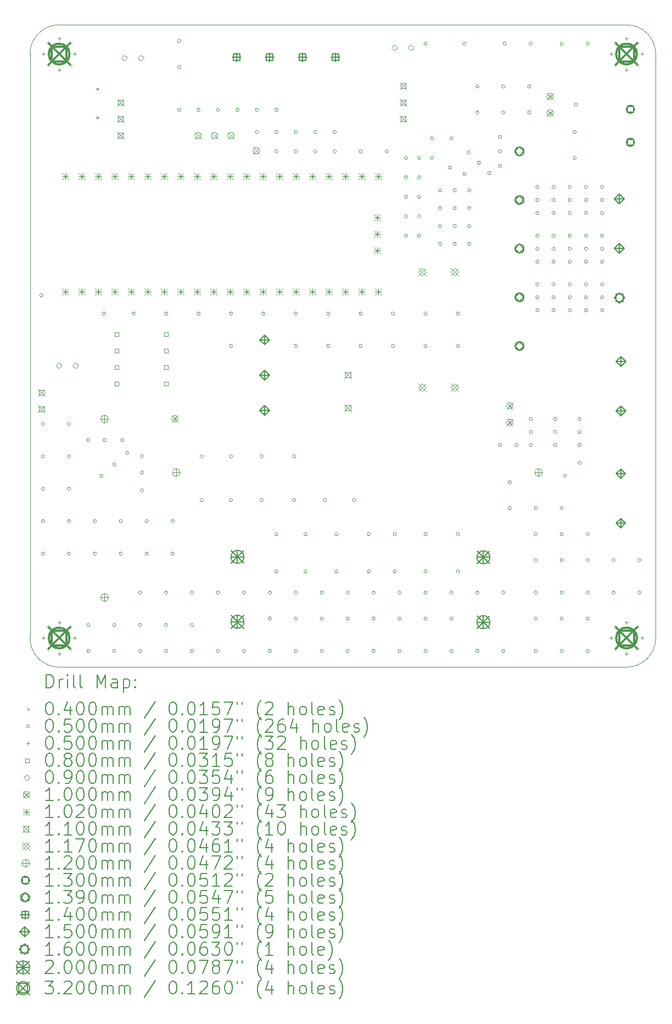
<source format=gbr>
%TF.GenerationSoftware,KiCad,Pcbnew,(6.0.9)*%
%TF.CreationDate,2022-12-28T04:29:12+03:00*%
%TF.ProjectId,v3,76332e6b-6963-4616-945f-706362585858,rev?*%
%TF.SameCoordinates,Original*%
%TF.FileFunction,Drillmap*%
%TF.FilePolarity,Positive*%
%FSLAX45Y45*%
G04 Gerber Fmt 4.5, Leading zero omitted, Abs format (unit mm)*
G04 Created by KiCad (PCBNEW (6.0.9)) date 2022-12-28 04:29:12*
%MOMM*%
%LPD*%
G01*
G04 APERTURE LIST*
%ADD10C,0.100000*%
%ADD11C,0.200000*%
%ADD12C,0.040000*%
%ADD13C,0.050000*%
%ADD14C,0.080000*%
%ADD15C,0.090000*%
%ADD16C,0.102000*%
%ADD17C,0.110000*%
%ADD18C,0.117000*%
%ADD19C,0.120000*%
%ADD20C,0.130000*%
%ADD21C,0.139000*%
%ADD22C,0.140000*%
%ADD23C,0.150000*%
%ADD24C,0.160000*%
%ADD25C,0.320000*%
G04 APERTURE END LIST*
D10*
X12250000Y-14650000D02*
X21000000Y-14650000D01*
X11800000Y-5200000D02*
X11800000Y-14200000D01*
X21450000Y-5200000D02*
G75*
G03*
X21000000Y-4750000I-450000J0D01*
G01*
X21450000Y-14200000D02*
X21450000Y-5200000D01*
X21000000Y-14650000D02*
G75*
G03*
X21450000Y-14200000I0J450000D01*
G01*
X12250000Y-4750000D02*
G75*
G03*
X11800000Y-5200000I0J-450000D01*
G01*
X12250000Y-4750000D02*
X21000000Y-4750000D01*
X11800000Y-14200000D02*
G75*
G03*
X12250000Y-14650000I450000J0D01*
G01*
D11*
D12*
X12820000Y-5720000D02*
X12860000Y-5760000D01*
X12860000Y-5720000D02*
X12820000Y-5760000D01*
X12820000Y-6160000D02*
X12860000Y-6200000D01*
X12860000Y-6160000D02*
X12820000Y-6200000D01*
D13*
X12000000Y-8920000D02*
G75*
G03*
X12000000Y-8920000I-25000J0D01*
G01*
X12025000Y-10900000D02*
G75*
G03*
X12025000Y-10900000I-25000J0D01*
G01*
X12025000Y-11400000D02*
G75*
G03*
X12025000Y-11400000I-25000J0D01*
G01*
X12025000Y-11900000D02*
G75*
G03*
X12025000Y-11900000I-25000J0D01*
G01*
X12025000Y-12400000D02*
G75*
G03*
X12025000Y-12400000I-25000J0D01*
G01*
X12025000Y-12900000D02*
G75*
G03*
X12025000Y-12900000I-25000J0D01*
G01*
X12425000Y-10900000D02*
G75*
G03*
X12425000Y-10900000I-25000J0D01*
G01*
X12425000Y-11400000D02*
G75*
G03*
X12425000Y-11400000I-25000J0D01*
G01*
X12425000Y-11900000D02*
G75*
G03*
X12425000Y-11900000I-25000J0D01*
G01*
X12425000Y-12400000D02*
G75*
G03*
X12425000Y-12400000I-25000J0D01*
G01*
X12425000Y-12900000D02*
G75*
G03*
X12425000Y-12900000I-25000J0D01*
G01*
X12725000Y-11150000D02*
G75*
G03*
X12725000Y-11150000I-25000J0D01*
G01*
X12725000Y-14000000D02*
G75*
G03*
X12725000Y-14000000I-25000J0D01*
G01*
X12725000Y-14400000D02*
G75*
G03*
X12725000Y-14400000I-25000J0D01*
G01*
X12825000Y-12400000D02*
G75*
G03*
X12825000Y-12400000I-25000J0D01*
G01*
X12825000Y-12900000D02*
G75*
G03*
X12825000Y-12900000I-25000J0D01*
G01*
X12925000Y-11700000D02*
G75*
G03*
X12925000Y-11700000I-25000J0D01*
G01*
X12965000Y-9200000D02*
G75*
G03*
X12965000Y-9200000I-25000J0D01*
G01*
X12975000Y-11150000D02*
G75*
G03*
X12975000Y-11150000I-25000J0D01*
G01*
X13125000Y-11525000D02*
G75*
G03*
X13125000Y-11525000I-25000J0D01*
G01*
X13125000Y-14000000D02*
G75*
G03*
X13125000Y-14000000I-25000J0D01*
G01*
X13125000Y-14400000D02*
G75*
G03*
X13125000Y-14400000I-25000J0D01*
G01*
X13225000Y-12400000D02*
G75*
G03*
X13225000Y-12400000I-25000J0D01*
G01*
X13225000Y-12900000D02*
G75*
G03*
X13225000Y-12900000I-25000J0D01*
G01*
X13250000Y-11150000D02*
G75*
G03*
X13250000Y-11150000I-25000J0D01*
G01*
X13325000Y-11350000D02*
G75*
G03*
X13325000Y-11350000I-25000J0D01*
G01*
X13425000Y-9200000D02*
G75*
G03*
X13425000Y-9200000I-25000J0D01*
G01*
X13525000Y-13500000D02*
G75*
G03*
X13525000Y-13500000I-25000J0D01*
G01*
X13525000Y-14000000D02*
G75*
G03*
X13525000Y-14000000I-25000J0D01*
G01*
X13525000Y-14400000D02*
G75*
G03*
X13525000Y-14400000I-25000J0D01*
G01*
X13550000Y-11400000D02*
G75*
G03*
X13550000Y-11400000I-25000J0D01*
G01*
X13550000Y-11650000D02*
G75*
G03*
X13550000Y-11650000I-25000J0D01*
G01*
X13550000Y-11925000D02*
G75*
G03*
X13550000Y-11925000I-25000J0D01*
G01*
X13625000Y-12400000D02*
G75*
G03*
X13625000Y-12400000I-25000J0D01*
G01*
X13625000Y-12900000D02*
G75*
G03*
X13625000Y-12900000I-25000J0D01*
G01*
X13925000Y-9200000D02*
G75*
G03*
X13925000Y-9200000I-25000J0D01*
G01*
X13925000Y-13500000D02*
G75*
G03*
X13925000Y-13500000I-25000J0D01*
G01*
X13925000Y-14000000D02*
G75*
G03*
X13925000Y-14000000I-25000J0D01*
G01*
X13925000Y-14400000D02*
G75*
G03*
X13925000Y-14400000I-25000J0D01*
G01*
X14025000Y-12400000D02*
G75*
G03*
X14025000Y-12400000I-25000J0D01*
G01*
X14025000Y-12900000D02*
G75*
G03*
X14025000Y-12900000I-25000J0D01*
G01*
X14125000Y-5000000D02*
G75*
G03*
X14125000Y-5000000I-25000J0D01*
G01*
X14125000Y-5400000D02*
G75*
G03*
X14125000Y-5400000I-25000J0D01*
G01*
X14125000Y-6060000D02*
G75*
G03*
X14125000Y-6060000I-25000J0D01*
G01*
X14325000Y-13500000D02*
G75*
G03*
X14325000Y-13500000I-25000J0D01*
G01*
X14325000Y-14000000D02*
G75*
G03*
X14325000Y-14000000I-25000J0D01*
G01*
X14325000Y-14400000D02*
G75*
G03*
X14325000Y-14400000I-25000J0D01*
G01*
X14425000Y-6060000D02*
G75*
G03*
X14425000Y-6060000I-25000J0D01*
G01*
X14425000Y-9200000D02*
G75*
G03*
X14425000Y-9200000I-25000J0D01*
G01*
X14475000Y-11400000D02*
G75*
G03*
X14475000Y-11400000I-25000J0D01*
G01*
X14475000Y-12075000D02*
G75*
G03*
X14475000Y-12075000I-25000J0D01*
G01*
X14725000Y-6060000D02*
G75*
G03*
X14725000Y-6060000I-25000J0D01*
G01*
X14725000Y-13500000D02*
G75*
G03*
X14725000Y-13500000I-25000J0D01*
G01*
X14725000Y-14400000D02*
G75*
G03*
X14725000Y-14400000I-25000J0D01*
G01*
X14925000Y-9200000D02*
G75*
G03*
X14925000Y-9200000I-25000J0D01*
G01*
X14925000Y-9700000D02*
G75*
G03*
X14925000Y-9700000I-25000J0D01*
G01*
X14925000Y-11400000D02*
G75*
G03*
X14925000Y-11400000I-25000J0D01*
G01*
X14925000Y-12075000D02*
G75*
G03*
X14925000Y-12075000I-25000J0D01*
G01*
X15025000Y-6060000D02*
G75*
G03*
X15025000Y-6060000I-25000J0D01*
G01*
X15125000Y-13500000D02*
G75*
G03*
X15125000Y-13500000I-25000J0D01*
G01*
X15125000Y-14400000D02*
G75*
G03*
X15125000Y-14400000I-25000J0D01*
G01*
X15325000Y-6060000D02*
G75*
G03*
X15325000Y-6060000I-25000J0D01*
G01*
X15325000Y-6400000D02*
G75*
G03*
X15325000Y-6400000I-25000J0D01*
G01*
X15400000Y-11400000D02*
G75*
G03*
X15400000Y-11400000I-25000J0D01*
G01*
X15400000Y-12075000D02*
G75*
G03*
X15400000Y-12075000I-25000J0D01*
G01*
X15425000Y-9200000D02*
G75*
G03*
X15425000Y-9200000I-25000J0D01*
G01*
X15525000Y-13500000D02*
G75*
G03*
X15525000Y-13500000I-25000J0D01*
G01*
X15525000Y-13900000D02*
G75*
G03*
X15525000Y-13900000I-25000J0D01*
G01*
X15525000Y-14400000D02*
G75*
G03*
X15525000Y-14400000I-25000J0D01*
G01*
X15625000Y-6060000D02*
G75*
G03*
X15625000Y-6060000I-25000J0D01*
G01*
X15625000Y-6400000D02*
G75*
G03*
X15625000Y-6400000I-25000J0D01*
G01*
X15625000Y-6700000D02*
G75*
G03*
X15625000Y-6700000I-25000J0D01*
G01*
X15625000Y-12600000D02*
G75*
G03*
X15625000Y-12600000I-25000J0D01*
G01*
X15625000Y-13175000D02*
G75*
G03*
X15625000Y-13175000I-25000J0D01*
G01*
X15900000Y-11400000D02*
G75*
G03*
X15900000Y-11400000I-25000J0D01*
G01*
X15900000Y-12075000D02*
G75*
G03*
X15900000Y-12075000I-25000J0D01*
G01*
X15925000Y-6400000D02*
G75*
G03*
X15925000Y-6400000I-25000J0D01*
G01*
X15925000Y-6700000D02*
G75*
G03*
X15925000Y-6700000I-25000J0D01*
G01*
X15925000Y-9200000D02*
G75*
G03*
X15925000Y-9200000I-25000J0D01*
G01*
X15925000Y-9700000D02*
G75*
G03*
X15925000Y-9700000I-25000J0D01*
G01*
X15925000Y-13500000D02*
G75*
G03*
X15925000Y-13500000I-25000J0D01*
G01*
X15925000Y-13900000D02*
G75*
G03*
X15925000Y-13900000I-25000J0D01*
G01*
X15925000Y-14400000D02*
G75*
G03*
X15925000Y-14400000I-25000J0D01*
G01*
X16075000Y-12600000D02*
G75*
G03*
X16075000Y-12600000I-25000J0D01*
G01*
X16075000Y-13175000D02*
G75*
G03*
X16075000Y-13175000I-25000J0D01*
G01*
X16225000Y-6400000D02*
G75*
G03*
X16225000Y-6400000I-25000J0D01*
G01*
X16225000Y-6700000D02*
G75*
G03*
X16225000Y-6700000I-25000J0D01*
G01*
X16325000Y-13500000D02*
G75*
G03*
X16325000Y-13500000I-25000J0D01*
G01*
X16325000Y-13900000D02*
G75*
G03*
X16325000Y-13900000I-25000J0D01*
G01*
X16325000Y-14400000D02*
G75*
G03*
X16325000Y-14400000I-25000J0D01*
G01*
X16375000Y-12075000D02*
G75*
G03*
X16375000Y-12075000I-25000J0D01*
G01*
X16425000Y-9200000D02*
G75*
G03*
X16425000Y-9200000I-25000J0D01*
G01*
X16425000Y-9700000D02*
G75*
G03*
X16425000Y-9700000I-25000J0D01*
G01*
X16525000Y-6400000D02*
G75*
G03*
X16525000Y-6400000I-25000J0D01*
G01*
X16525000Y-6700000D02*
G75*
G03*
X16525000Y-6700000I-25000J0D01*
G01*
X16550000Y-12600000D02*
G75*
G03*
X16550000Y-12600000I-25000J0D01*
G01*
X16550000Y-13175000D02*
G75*
G03*
X16550000Y-13175000I-25000J0D01*
G01*
X16725000Y-13500000D02*
G75*
G03*
X16725000Y-13500000I-25000J0D01*
G01*
X16725000Y-13900000D02*
G75*
G03*
X16725000Y-13900000I-25000J0D01*
G01*
X16725000Y-14400000D02*
G75*
G03*
X16725000Y-14400000I-25000J0D01*
G01*
X16825000Y-12075000D02*
G75*
G03*
X16825000Y-12075000I-25000J0D01*
G01*
X16925000Y-6700000D02*
G75*
G03*
X16925000Y-6700000I-25000J0D01*
G01*
X16925000Y-9200000D02*
G75*
G03*
X16925000Y-9200000I-25000J0D01*
G01*
X16925000Y-9700000D02*
G75*
G03*
X16925000Y-9700000I-25000J0D01*
G01*
X17050000Y-12600000D02*
G75*
G03*
X17050000Y-12600000I-25000J0D01*
G01*
X17050000Y-13175000D02*
G75*
G03*
X17050000Y-13175000I-25000J0D01*
G01*
X17125000Y-13500000D02*
G75*
G03*
X17125000Y-13500000I-25000J0D01*
G01*
X17125000Y-13900000D02*
G75*
G03*
X17125000Y-13900000I-25000J0D01*
G01*
X17125000Y-14400000D02*
G75*
G03*
X17125000Y-14400000I-25000J0D01*
G01*
X17325000Y-6700000D02*
G75*
G03*
X17325000Y-6700000I-25000J0D01*
G01*
X17425000Y-9200000D02*
G75*
G03*
X17425000Y-9200000I-25000J0D01*
G01*
X17425000Y-9700000D02*
G75*
G03*
X17425000Y-9700000I-25000J0D01*
G01*
X17450000Y-12600000D02*
G75*
G03*
X17450000Y-12600000I-25000J0D01*
G01*
X17450000Y-13175000D02*
G75*
G03*
X17450000Y-13175000I-25000J0D01*
G01*
X17525000Y-13500000D02*
G75*
G03*
X17525000Y-13500000I-25000J0D01*
G01*
X17525000Y-13900000D02*
G75*
G03*
X17525000Y-13900000I-25000J0D01*
G01*
X17525000Y-14400000D02*
G75*
G03*
X17525000Y-14400000I-25000J0D01*
G01*
X17625000Y-6800000D02*
G75*
G03*
X17625000Y-6800000I-25000J0D01*
G01*
X17625000Y-7100000D02*
G75*
G03*
X17625000Y-7100000I-25000J0D01*
G01*
X17625000Y-7400000D02*
G75*
G03*
X17625000Y-7400000I-25000J0D01*
G01*
X17625000Y-7700000D02*
G75*
G03*
X17625000Y-7700000I-25000J0D01*
G01*
X17625000Y-8000000D02*
G75*
G03*
X17625000Y-8000000I-25000J0D01*
G01*
X17825000Y-6800000D02*
G75*
G03*
X17825000Y-6800000I-25000J0D01*
G01*
X17825000Y-7100000D02*
G75*
G03*
X17825000Y-7100000I-25000J0D01*
G01*
X17825000Y-7400000D02*
G75*
G03*
X17825000Y-7400000I-25000J0D01*
G01*
X17825000Y-7700000D02*
G75*
G03*
X17825000Y-7700000I-25000J0D01*
G01*
X17825000Y-8000000D02*
G75*
G03*
X17825000Y-8000000I-25000J0D01*
G01*
X17925000Y-5040000D02*
G75*
G03*
X17925000Y-5040000I-25000J0D01*
G01*
X17925000Y-9200000D02*
G75*
G03*
X17925000Y-9200000I-25000J0D01*
G01*
X17925000Y-9700000D02*
G75*
G03*
X17925000Y-9700000I-25000J0D01*
G01*
X17925000Y-12600000D02*
G75*
G03*
X17925000Y-12600000I-25000J0D01*
G01*
X17925000Y-13175000D02*
G75*
G03*
X17925000Y-13175000I-25000J0D01*
G01*
X17925000Y-13500000D02*
G75*
G03*
X17925000Y-13500000I-25000J0D01*
G01*
X17925000Y-13900000D02*
G75*
G03*
X17925000Y-13900000I-25000J0D01*
G01*
X17925000Y-14400000D02*
G75*
G03*
X17925000Y-14400000I-25000J0D01*
G01*
X18025000Y-6500000D02*
G75*
G03*
X18025000Y-6500000I-25000J0D01*
G01*
X18025000Y-6800000D02*
G75*
G03*
X18025000Y-6800000I-25000J0D01*
G01*
X18150000Y-7300000D02*
G75*
G03*
X18150000Y-7300000I-25000J0D01*
G01*
X18150000Y-7575000D02*
G75*
G03*
X18150000Y-7575000I-25000J0D01*
G01*
X18150000Y-7850000D02*
G75*
G03*
X18150000Y-7850000I-25000J0D01*
G01*
X18150000Y-8125000D02*
G75*
G03*
X18150000Y-8125000I-25000J0D01*
G01*
X18300000Y-6950000D02*
G75*
G03*
X18300000Y-6950000I-25000J0D01*
G01*
X18325000Y-6500000D02*
G75*
G03*
X18325000Y-6500000I-25000J0D01*
G01*
X18325000Y-13500000D02*
G75*
G03*
X18325000Y-13500000I-25000J0D01*
G01*
X18325000Y-13900000D02*
G75*
G03*
X18325000Y-13900000I-25000J0D01*
G01*
X18325000Y-14400000D02*
G75*
G03*
X18325000Y-14400000I-25000J0D01*
G01*
X18375000Y-7300000D02*
G75*
G03*
X18375000Y-7300000I-25000J0D01*
G01*
X18375000Y-7575000D02*
G75*
G03*
X18375000Y-7575000I-25000J0D01*
G01*
X18375000Y-7850000D02*
G75*
G03*
X18375000Y-7850000I-25000J0D01*
G01*
X18375000Y-8125000D02*
G75*
G03*
X18375000Y-8125000I-25000J0D01*
G01*
X18425000Y-9200000D02*
G75*
G03*
X18425000Y-9200000I-25000J0D01*
G01*
X18425000Y-9700000D02*
G75*
G03*
X18425000Y-9700000I-25000J0D01*
G01*
X18425000Y-12600000D02*
G75*
G03*
X18425000Y-12600000I-25000J0D01*
G01*
X18425000Y-13175000D02*
G75*
G03*
X18425000Y-13175000I-25000J0D01*
G01*
X18525000Y-5040000D02*
G75*
G03*
X18525000Y-5040000I-25000J0D01*
G01*
X18525000Y-7050000D02*
G75*
G03*
X18525000Y-7050000I-25000J0D01*
G01*
X18590901Y-6715901D02*
G75*
G03*
X18590901Y-6715901I-25000J0D01*
G01*
X18600000Y-7300000D02*
G75*
G03*
X18600000Y-7300000I-25000J0D01*
G01*
X18600000Y-7575000D02*
G75*
G03*
X18600000Y-7575000I-25000J0D01*
G01*
X18600000Y-7850000D02*
G75*
G03*
X18600000Y-7850000I-25000J0D01*
G01*
X18600000Y-8125000D02*
G75*
G03*
X18600000Y-8125000I-25000J0D01*
G01*
X18725000Y-5700000D02*
G75*
G03*
X18725000Y-5700000I-25000J0D01*
G01*
X18725000Y-6100000D02*
G75*
G03*
X18725000Y-6100000I-25000J0D01*
G01*
X18725000Y-13500000D02*
G75*
G03*
X18725000Y-13500000I-25000J0D01*
G01*
X18725000Y-14400000D02*
G75*
G03*
X18725000Y-14400000I-25000J0D01*
G01*
X18750000Y-6875000D02*
G75*
G03*
X18750000Y-6875000I-25000J0D01*
G01*
X18909099Y-7034099D02*
G75*
G03*
X18909099Y-7034099I-25000J0D01*
G01*
X19075000Y-6475000D02*
G75*
G03*
X19075000Y-6475000I-25000J0D01*
G01*
X19075000Y-6700000D02*
G75*
G03*
X19075000Y-6700000I-25000J0D01*
G01*
X19075000Y-6925000D02*
G75*
G03*
X19075000Y-6925000I-25000J0D01*
G01*
X19075000Y-11225000D02*
G75*
G03*
X19075000Y-11225000I-25000J0D01*
G01*
X19125000Y-5700000D02*
G75*
G03*
X19125000Y-5700000I-25000J0D01*
G01*
X19125000Y-6100000D02*
G75*
G03*
X19125000Y-6100000I-25000J0D01*
G01*
X19125000Y-13500000D02*
G75*
G03*
X19125000Y-13500000I-25000J0D01*
G01*
X19125000Y-14400000D02*
G75*
G03*
X19125000Y-14400000I-25000J0D01*
G01*
X19145000Y-5040000D02*
G75*
G03*
X19145000Y-5040000I-25000J0D01*
G01*
X19225000Y-11800000D02*
G75*
G03*
X19225000Y-11800000I-25000J0D01*
G01*
X19225000Y-12200000D02*
G75*
G03*
X19225000Y-12200000I-25000J0D01*
G01*
X19325000Y-11225000D02*
G75*
G03*
X19325000Y-11225000I-25000J0D01*
G01*
X19525000Y-5700000D02*
G75*
G03*
X19525000Y-5700000I-25000J0D01*
G01*
X19525000Y-6100000D02*
G75*
G03*
X19525000Y-6100000I-25000J0D01*
G01*
X19545000Y-5040000D02*
G75*
G03*
X19545000Y-5040000I-25000J0D01*
G01*
X19550000Y-10825000D02*
G75*
G03*
X19550000Y-10825000I-25000J0D01*
G01*
X19550000Y-11025000D02*
G75*
G03*
X19550000Y-11025000I-25000J0D01*
G01*
X19550000Y-11225000D02*
G75*
G03*
X19550000Y-11225000I-25000J0D01*
G01*
X19625000Y-12200000D02*
G75*
G03*
X19625000Y-12200000I-25000J0D01*
G01*
X19625000Y-12600000D02*
G75*
G03*
X19625000Y-12600000I-25000J0D01*
G01*
X19625000Y-13000000D02*
G75*
G03*
X19625000Y-13000000I-25000J0D01*
G01*
X19625000Y-13500000D02*
G75*
G03*
X19625000Y-13500000I-25000J0D01*
G01*
X19625000Y-13900000D02*
G75*
G03*
X19625000Y-13900000I-25000J0D01*
G01*
X19625000Y-14400000D02*
G75*
G03*
X19625000Y-14400000I-25000J0D01*
G01*
X19650000Y-7250000D02*
G75*
G03*
X19650000Y-7250000I-25000J0D01*
G01*
X19650000Y-7450000D02*
G75*
G03*
X19650000Y-7450000I-25000J0D01*
G01*
X19650000Y-7650000D02*
G75*
G03*
X19650000Y-7650000I-25000J0D01*
G01*
X19650000Y-8000000D02*
G75*
G03*
X19650000Y-8000000I-25000J0D01*
G01*
X19650000Y-8200000D02*
G75*
G03*
X19650000Y-8200000I-25000J0D01*
G01*
X19650000Y-8400000D02*
G75*
G03*
X19650000Y-8400000I-25000J0D01*
G01*
X19650000Y-8750000D02*
G75*
G03*
X19650000Y-8750000I-25000J0D01*
G01*
X19650000Y-8950000D02*
G75*
G03*
X19650000Y-8950000I-25000J0D01*
G01*
X19650000Y-9150000D02*
G75*
G03*
X19650000Y-9150000I-25000J0D01*
G01*
X19900000Y-7250000D02*
G75*
G03*
X19900000Y-7250000I-25000J0D01*
G01*
X19900000Y-7450000D02*
G75*
G03*
X19900000Y-7450000I-25000J0D01*
G01*
X19900000Y-7650000D02*
G75*
G03*
X19900000Y-7650000I-25000J0D01*
G01*
X19900000Y-8000000D02*
G75*
G03*
X19900000Y-8000000I-25000J0D01*
G01*
X19900000Y-8200000D02*
G75*
G03*
X19900000Y-8200000I-25000J0D01*
G01*
X19900000Y-8400000D02*
G75*
G03*
X19900000Y-8400000I-25000J0D01*
G01*
X19900000Y-8750000D02*
G75*
G03*
X19900000Y-8750000I-25000J0D01*
G01*
X19900000Y-8950000D02*
G75*
G03*
X19900000Y-8950000I-25000J0D01*
G01*
X19900000Y-9150000D02*
G75*
G03*
X19900000Y-9150000I-25000J0D01*
G01*
X19925000Y-10825000D02*
G75*
G03*
X19925000Y-10825000I-25000J0D01*
G01*
X19925000Y-11025000D02*
G75*
G03*
X19925000Y-11025000I-25000J0D01*
G01*
X19925000Y-11225000D02*
G75*
G03*
X19925000Y-11225000I-25000J0D01*
G01*
X20025000Y-5040000D02*
G75*
G03*
X20025000Y-5040000I-25000J0D01*
G01*
X20025000Y-12200000D02*
G75*
G03*
X20025000Y-12200000I-25000J0D01*
G01*
X20025000Y-12600000D02*
G75*
G03*
X20025000Y-12600000I-25000J0D01*
G01*
X20025000Y-13000000D02*
G75*
G03*
X20025000Y-13000000I-25000J0D01*
G01*
X20025000Y-13500000D02*
G75*
G03*
X20025000Y-13500000I-25000J0D01*
G01*
X20025000Y-13900000D02*
G75*
G03*
X20025000Y-13900000I-25000J0D01*
G01*
X20025000Y-14400000D02*
G75*
G03*
X20025000Y-14400000I-25000J0D01*
G01*
X20075000Y-11700000D02*
G75*
G03*
X20075000Y-11700000I-25000J0D01*
G01*
X20150000Y-7250000D02*
G75*
G03*
X20150000Y-7250000I-25000J0D01*
G01*
X20150000Y-7450000D02*
G75*
G03*
X20150000Y-7450000I-25000J0D01*
G01*
X20150000Y-7650000D02*
G75*
G03*
X20150000Y-7650000I-25000J0D01*
G01*
X20150000Y-8000000D02*
G75*
G03*
X20150000Y-8000000I-25000J0D01*
G01*
X20150000Y-8200000D02*
G75*
G03*
X20150000Y-8200000I-25000J0D01*
G01*
X20150000Y-8400000D02*
G75*
G03*
X20150000Y-8400000I-25000J0D01*
G01*
X20150000Y-8750000D02*
G75*
G03*
X20150000Y-8750000I-25000J0D01*
G01*
X20150000Y-8950000D02*
G75*
G03*
X20150000Y-8950000I-25000J0D01*
G01*
X20150000Y-9150000D02*
G75*
G03*
X20150000Y-9150000I-25000J0D01*
G01*
X20225000Y-6400000D02*
G75*
G03*
X20225000Y-6400000I-25000J0D01*
G01*
X20225000Y-6800000D02*
G75*
G03*
X20225000Y-6800000I-25000J0D01*
G01*
X20245000Y-5980000D02*
G75*
G03*
X20245000Y-5980000I-25000J0D01*
G01*
X20300000Y-10825000D02*
G75*
G03*
X20300000Y-10825000I-25000J0D01*
G01*
X20300000Y-11025000D02*
G75*
G03*
X20300000Y-11025000I-25000J0D01*
G01*
X20300000Y-11225000D02*
G75*
G03*
X20300000Y-11225000I-25000J0D01*
G01*
X20300000Y-11500000D02*
G75*
G03*
X20300000Y-11500000I-25000J0D01*
G01*
X20400000Y-7250000D02*
G75*
G03*
X20400000Y-7250000I-25000J0D01*
G01*
X20400000Y-7450000D02*
G75*
G03*
X20400000Y-7450000I-25000J0D01*
G01*
X20400000Y-7650000D02*
G75*
G03*
X20400000Y-7650000I-25000J0D01*
G01*
X20400000Y-8000000D02*
G75*
G03*
X20400000Y-8000000I-25000J0D01*
G01*
X20400000Y-8200000D02*
G75*
G03*
X20400000Y-8200000I-25000J0D01*
G01*
X20400000Y-8400000D02*
G75*
G03*
X20400000Y-8400000I-25000J0D01*
G01*
X20400000Y-8750000D02*
G75*
G03*
X20400000Y-8750000I-25000J0D01*
G01*
X20400000Y-8950000D02*
G75*
G03*
X20400000Y-8950000I-25000J0D01*
G01*
X20400000Y-9150000D02*
G75*
G03*
X20400000Y-9150000I-25000J0D01*
G01*
X20425000Y-5040000D02*
G75*
G03*
X20425000Y-5040000I-25000J0D01*
G01*
X20425000Y-12600000D02*
G75*
G03*
X20425000Y-12600000I-25000J0D01*
G01*
X20425000Y-13000000D02*
G75*
G03*
X20425000Y-13000000I-25000J0D01*
G01*
X20425000Y-13500000D02*
G75*
G03*
X20425000Y-13500000I-25000J0D01*
G01*
X20425000Y-13900000D02*
G75*
G03*
X20425000Y-13900000I-25000J0D01*
G01*
X20425000Y-14400000D02*
G75*
G03*
X20425000Y-14400000I-25000J0D01*
G01*
X20650000Y-7250000D02*
G75*
G03*
X20650000Y-7250000I-25000J0D01*
G01*
X20650000Y-7450000D02*
G75*
G03*
X20650000Y-7450000I-25000J0D01*
G01*
X20650000Y-7650000D02*
G75*
G03*
X20650000Y-7650000I-25000J0D01*
G01*
X20650000Y-8000000D02*
G75*
G03*
X20650000Y-8000000I-25000J0D01*
G01*
X20650000Y-8200000D02*
G75*
G03*
X20650000Y-8200000I-25000J0D01*
G01*
X20650000Y-8400000D02*
G75*
G03*
X20650000Y-8400000I-25000J0D01*
G01*
X20650000Y-8750000D02*
G75*
G03*
X20650000Y-8750000I-25000J0D01*
G01*
X20650000Y-8950000D02*
G75*
G03*
X20650000Y-8950000I-25000J0D01*
G01*
X20650000Y-9150000D02*
G75*
G03*
X20650000Y-9150000I-25000J0D01*
G01*
X20825000Y-13000000D02*
G75*
G03*
X20825000Y-13000000I-25000J0D01*
G01*
X20825000Y-13500000D02*
G75*
G03*
X20825000Y-13500000I-25000J0D01*
G01*
X21225000Y-13000000D02*
G75*
G03*
X21225000Y-13000000I-25000J0D01*
G01*
X21225000Y-13500000D02*
G75*
G03*
X21225000Y-13500000I-25000J0D01*
G01*
X12010000Y-5175000D02*
X12010000Y-5225000D01*
X11985000Y-5200000D02*
X12035000Y-5200000D01*
X12010000Y-14175000D02*
X12010000Y-14225000D01*
X11985000Y-14200000D02*
X12035000Y-14200000D01*
X12080294Y-5005294D02*
X12080294Y-5055294D01*
X12055294Y-5030294D02*
X12105294Y-5030294D01*
X12080294Y-5344706D02*
X12080294Y-5394706D01*
X12055294Y-5369706D02*
X12105294Y-5369706D01*
X12080294Y-14005294D02*
X12080294Y-14055294D01*
X12055294Y-14030294D02*
X12105294Y-14030294D01*
X12080294Y-14344706D02*
X12080294Y-14394706D01*
X12055294Y-14369706D02*
X12105294Y-14369706D01*
X12250000Y-4935000D02*
X12250000Y-4985000D01*
X12225000Y-4960000D02*
X12275000Y-4960000D01*
X12250000Y-5415000D02*
X12250000Y-5465000D01*
X12225000Y-5440000D02*
X12275000Y-5440000D01*
X12250000Y-13935000D02*
X12250000Y-13985000D01*
X12225000Y-13960000D02*
X12275000Y-13960000D01*
X12250000Y-14415000D02*
X12250000Y-14465000D01*
X12225000Y-14440000D02*
X12275000Y-14440000D01*
X12419706Y-5005294D02*
X12419706Y-5055294D01*
X12394706Y-5030294D02*
X12444706Y-5030294D01*
X12419706Y-5344706D02*
X12419706Y-5394706D01*
X12394706Y-5369706D02*
X12444706Y-5369706D01*
X12419706Y-14005294D02*
X12419706Y-14055294D01*
X12394706Y-14030294D02*
X12444706Y-14030294D01*
X12419706Y-14344706D02*
X12419706Y-14394706D01*
X12394706Y-14369706D02*
X12444706Y-14369706D01*
X12490000Y-5175000D02*
X12490000Y-5225000D01*
X12465000Y-5200000D02*
X12515000Y-5200000D01*
X12490000Y-14175000D02*
X12490000Y-14225000D01*
X12465000Y-14200000D02*
X12515000Y-14200000D01*
X20760000Y-5175000D02*
X20760000Y-5225000D01*
X20735000Y-5200000D02*
X20785000Y-5200000D01*
X20760000Y-14175000D02*
X20760000Y-14225000D01*
X20735000Y-14200000D02*
X20785000Y-14200000D01*
X20830294Y-5005294D02*
X20830294Y-5055294D01*
X20805294Y-5030294D02*
X20855294Y-5030294D01*
X20830294Y-5344706D02*
X20830294Y-5394706D01*
X20805294Y-5369706D02*
X20855294Y-5369706D01*
X20830294Y-14005294D02*
X20830294Y-14055294D01*
X20805294Y-14030294D02*
X20855294Y-14030294D01*
X20830294Y-14344706D02*
X20830294Y-14394706D01*
X20805294Y-14369706D02*
X20855294Y-14369706D01*
X21000000Y-4935000D02*
X21000000Y-4985000D01*
X20975000Y-4960000D02*
X21025000Y-4960000D01*
X21000000Y-5415000D02*
X21000000Y-5465000D01*
X20975000Y-5440000D02*
X21025000Y-5440000D01*
X21000000Y-13935000D02*
X21000000Y-13985000D01*
X20975000Y-13960000D02*
X21025000Y-13960000D01*
X21000000Y-14415000D02*
X21000000Y-14465000D01*
X20975000Y-14440000D02*
X21025000Y-14440000D01*
X21169706Y-5005294D02*
X21169706Y-5055294D01*
X21144706Y-5030294D02*
X21194706Y-5030294D01*
X21169706Y-5344706D02*
X21169706Y-5394706D01*
X21144706Y-5369706D02*
X21194706Y-5369706D01*
X21169706Y-14005294D02*
X21169706Y-14055294D01*
X21144706Y-14030294D02*
X21194706Y-14030294D01*
X21169706Y-14344706D02*
X21169706Y-14394706D01*
X21144706Y-14369706D02*
X21194706Y-14369706D01*
X21240000Y-5175000D02*
X21240000Y-5225000D01*
X21215000Y-5200000D02*
X21265000Y-5200000D01*
X21240000Y-14175000D02*
X21240000Y-14225000D01*
X21215000Y-14200000D02*
X21265000Y-14200000D01*
D14*
X13168284Y-9548285D02*
X13168284Y-9491716D01*
X13111715Y-9491716D01*
X13111715Y-9548285D01*
X13168284Y-9548285D01*
X13168284Y-9802285D02*
X13168284Y-9745716D01*
X13111715Y-9745716D01*
X13111715Y-9802285D01*
X13168284Y-9802285D01*
X13168284Y-10056285D02*
X13168284Y-9999716D01*
X13111715Y-9999716D01*
X13111715Y-10056285D01*
X13168284Y-10056285D01*
X13168284Y-10310285D02*
X13168284Y-10253716D01*
X13111715Y-10253716D01*
X13111715Y-10310285D01*
X13168284Y-10310285D01*
X13930284Y-9548285D02*
X13930284Y-9491716D01*
X13873715Y-9491716D01*
X13873715Y-9548285D01*
X13930284Y-9548285D01*
X13930284Y-9802285D02*
X13930284Y-9745716D01*
X13873715Y-9745716D01*
X13873715Y-9802285D01*
X13930284Y-9802285D01*
X13930284Y-10056285D02*
X13930284Y-9999716D01*
X13873715Y-9999716D01*
X13873715Y-10056285D01*
X13930284Y-10056285D01*
X13930284Y-10310285D02*
X13930284Y-10253716D01*
X13873715Y-10253716D01*
X13873715Y-10310285D01*
X13930284Y-10310285D01*
D15*
X12246000Y-10045000D02*
X12291000Y-10000000D01*
X12246000Y-9955000D01*
X12201000Y-10000000D01*
X12246000Y-10045000D01*
X12500000Y-10045000D02*
X12545000Y-10000000D01*
X12500000Y-9955000D01*
X12455000Y-10000000D01*
X12500000Y-10045000D01*
X13253500Y-5305000D02*
X13298500Y-5260000D01*
X13253500Y-5215000D01*
X13208500Y-5260000D01*
X13253500Y-5305000D01*
X13507500Y-5305000D02*
X13552500Y-5260000D01*
X13507500Y-5215000D01*
X13462500Y-5260000D01*
X13507500Y-5305000D01*
X17420000Y-5145000D02*
X17465000Y-5100000D01*
X17420000Y-5055000D01*
X17375000Y-5100000D01*
X17420000Y-5145000D01*
X17674000Y-5145000D02*
X17719000Y-5100000D01*
X17674000Y-5055000D01*
X17629000Y-5100000D01*
X17674000Y-5145000D01*
D10*
X13985000Y-10770000D02*
X14085000Y-10870000D01*
X14085000Y-10770000D02*
X13985000Y-10870000D01*
X14085000Y-10820000D02*
G75*
G03*
X14085000Y-10820000I-50000J0D01*
G01*
X14342500Y-6407500D02*
X14442500Y-6507500D01*
X14442500Y-6407500D02*
X14342500Y-6507500D01*
X14442500Y-6457500D02*
G75*
G03*
X14442500Y-6457500I-50000J0D01*
G01*
X14596500Y-6407500D02*
X14696500Y-6507500D01*
X14696500Y-6407500D02*
X14596500Y-6507500D01*
X14696500Y-6457500D02*
G75*
G03*
X14696500Y-6457500I-50000J0D01*
G01*
X14850500Y-6407500D02*
X14950500Y-6507500D01*
X14950500Y-6407500D02*
X14850500Y-6507500D01*
X14950500Y-6457500D02*
G75*
G03*
X14950500Y-6457500I-50000J0D01*
G01*
X15240000Y-6640000D02*
X15340000Y-6740000D01*
X15340000Y-6640000D02*
X15240000Y-6740000D01*
X15340000Y-6690000D02*
G75*
G03*
X15340000Y-6690000I-50000J0D01*
G01*
X19150000Y-10572500D02*
X19250000Y-10672500D01*
X19250000Y-10572500D02*
X19150000Y-10672500D01*
X19250000Y-10622500D02*
G75*
G03*
X19250000Y-10622500I-50000J0D01*
G01*
X19150000Y-10826500D02*
X19250000Y-10926500D01*
X19250000Y-10826500D02*
X19150000Y-10926500D01*
X19250000Y-10876500D02*
G75*
G03*
X19250000Y-10876500I-50000J0D01*
G01*
X19770000Y-5803500D02*
X19870000Y-5903500D01*
X19870000Y-5803500D02*
X19770000Y-5903500D01*
X19870000Y-5853500D02*
G75*
G03*
X19870000Y-5853500I-50000J0D01*
G01*
X19770000Y-6057500D02*
X19870000Y-6157500D01*
X19870000Y-6057500D02*
X19770000Y-6157500D01*
X19870000Y-6107500D02*
G75*
G03*
X19870000Y-6107500I-50000J0D01*
G01*
D16*
X12297500Y-7036500D02*
X12399500Y-7138500D01*
X12399500Y-7036500D02*
X12297500Y-7138500D01*
X12348500Y-7036500D02*
X12348500Y-7138500D01*
X12297500Y-7087500D02*
X12399500Y-7087500D01*
X12297500Y-8814500D02*
X12399500Y-8916500D01*
X12399500Y-8814500D02*
X12297500Y-8916500D01*
X12348500Y-8814500D02*
X12348500Y-8916500D01*
X12297500Y-8865500D02*
X12399500Y-8865500D01*
X12551500Y-7036500D02*
X12653500Y-7138500D01*
X12653500Y-7036500D02*
X12551500Y-7138500D01*
X12602500Y-7036500D02*
X12602500Y-7138500D01*
X12551500Y-7087500D02*
X12653500Y-7087500D01*
X12551500Y-8814500D02*
X12653500Y-8916500D01*
X12653500Y-8814500D02*
X12551500Y-8916500D01*
X12602500Y-8814500D02*
X12602500Y-8916500D01*
X12551500Y-8865500D02*
X12653500Y-8865500D01*
X12805500Y-7036500D02*
X12907500Y-7138500D01*
X12907500Y-7036500D02*
X12805500Y-7138500D01*
X12856500Y-7036500D02*
X12856500Y-7138500D01*
X12805500Y-7087500D02*
X12907500Y-7087500D01*
X12805500Y-8814500D02*
X12907500Y-8916500D01*
X12907500Y-8814500D02*
X12805500Y-8916500D01*
X12856500Y-8814500D02*
X12856500Y-8916500D01*
X12805500Y-8865500D02*
X12907500Y-8865500D01*
X13059500Y-7036500D02*
X13161500Y-7138500D01*
X13161500Y-7036500D02*
X13059500Y-7138500D01*
X13110500Y-7036500D02*
X13110500Y-7138500D01*
X13059500Y-7087500D02*
X13161500Y-7087500D01*
X13059500Y-8814500D02*
X13161500Y-8916500D01*
X13161500Y-8814500D02*
X13059500Y-8916500D01*
X13110500Y-8814500D02*
X13110500Y-8916500D01*
X13059500Y-8865500D02*
X13161500Y-8865500D01*
X13313500Y-7036500D02*
X13415500Y-7138500D01*
X13415500Y-7036500D02*
X13313500Y-7138500D01*
X13364500Y-7036500D02*
X13364500Y-7138500D01*
X13313500Y-7087500D02*
X13415500Y-7087500D01*
X13313500Y-8814500D02*
X13415500Y-8916500D01*
X13415500Y-8814500D02*
X13313500Y-8916500D01*
X13364500Y-8814500D02*
X13364500Y-8916500D01*
X13313500Y-8865500D02*
X13415500Y-8865500D01*
X13567500Y-7036500D02*
X13669500Y-7138500D01*
X13669500Y-7036500D02*
X13567500Y-7138500D01*
X13618500Y-7036500D02*
X13618500Y-7138500D01*
X13567500Y-7087500D02*
X13669500Y-7087500D01*
X13567500Y-8814500D02*
X13669500Y-8916500D01*
X13669500Y-8814500D02*
X13567500Y-8916500D01*
X13618500Y-8814500D02*
X13618500Y-8916500D01*
X13567500Y-8865500D02*
X13669500Y-8865500D01*
X13821500Y-7036500D02*
X13923500Y-7138500D01*
X13923500Y-7036500D02*
X13821500Y-7138500D01*
X13872500Y-7036500D02*
X13872500Y-7138500D01*
X13821500Y-7087500D02*
X13923500Y-7087500D01*
X13821500Y-8814500D02*
X13923500Y-8916500D01*
X13923500Y-8814500D02*
X13821500Y-8916500D01*
X13872500Y-8814500D02*
X13872500Y-8916500D01*
X13821500Y-8865500D02*
X13923500Y-8865500D01*
X14075500Y-7036500D02*
X14177500Y-7138500D01*
X14177500Y-7036500D02*
X14075500Y-7138500D01*
X14126500Y-7036500D02*
X14126500Y-7138500D01*
X14075500Y-7087500D02*
X14177500Y-7087500D01*
X14075500Y-8814500D02*
X14177500Y-8916500D01*
X14177500Y-8814500D02*
X14075500Y-8916500D01*
X14126500Y-8814500D02*
X14126500Y-8916500D01*
X14075500Y-8865500D02*
X14177500Y-8865500D01*
X14329500Y-7036500D02*
X14431500Y-7138500D01*
X14431500Y-7036500D02*
X14329500Y-7138500D01*
X14380500Y-7036500D02*
X14380500Y-7138500D01*
X14329500Y-7087500D02*
X14431500Y-7087500D01*
X14329500Y-8814500D02*
X14431500Y-8916500D01*
X14431500Y-8814500D02*
X14329500Y-8916500D01*
X14380500Y-8814500D02*
X14380500Y-8916500D01*
X14329500Y-8865500D02*
X14431500Y-8865500D01*
X14583500Y-7036500D02*
X14685500Y-7138500D01*
X14685500Y-7036500D02*
X14583500Y-7138500D01*
X14634500Y-7036500D02*
X14634500Y-7138500D01*
X14583500Y-7087500D02*
X14685500Y-7087500D01*
X14583500Y-8814500D02*
X14685500Y-8916500D01*
X14685500Y-8814500D02*
X14583500Y-8916500D01*
X14634500Y-8814500D02*
X14634500Y-8916500D01*
X14583500Y-8865500D02*
X14685500Y-8865500D01*
X14837500Y-7036500D02*
X14939500Y-7138500D01*
X14939500Y-7036500D02*
X14837500Y-7138500D01*
X14888500Y-7036500D02*
X14888500Y-7138500D01*
X14837500Y-7087500D02*
X14939500Y-7087500D01*
X14837500Y-8814500D02*
X14939500Y-8916500D01*
X14939500Y-8814500D02*
X14837500Y-8916500D01*
X14888500Y-8814500D02*
X14888500Y-8916500D01*
X14837500Y-8865500D02*
X14939500Y-8865500D01*
X15091500Y-7036500D02*
X15193500Y-7138500D01*
X15193500Y-7036500D02*
X15091500Y-7138500D01*
X15142500Y-7036500D02*
X15142500Y-7138500D01*
X15091500Y-7087500D02*
X15193500Y-7087500D01*
X15091500Y-8814500D02*
X15193500Y-8916500D01*
X15193500Y-8814500D02*
X15091500Y-8916500D01*
X15142500Y-8814500D02*
X15142500Y-8916500D01*
X15091500Y-8865500D02*
X15193500Y-8865500D01*
X15345500Y-7036500D02*
X15447500Y-7138500D01*
X15447500Y-7036500D02*
X15345500Y-7138500D01*
X15396500Y-7036500D02*
X15396500Y-7138500D01*
X15345500Y-7087500D02*
X15447500Y-7087500D01*
X15345500Y-8814500D02*
X15447500Y-8916500D01*
X15447500Y-8814500D02*
X15345500Y-8916500D01*
X15396500Y-8814500D02*
X15396500Y-8916500D01*
X15345500Y-8865500D02*
X15447500Y-8865500D01*
X15599500Y-7036500D02*
X15701500Y-7138500D01*
X15701500Y-7036500D02*
X15599500Y-7138500D01*
X15650500Y-7036500D02*
X15650500Y-7138500D01*
X15599500Y-7087500D02*
X15701500Y-7087500D01*
X15599500Y-8814500D02*
X15701500Y-8916500D01*
X15701500Y-8814500D02*
X15599500Y-8916500D01*
X15650500Y-8814500D02*
X15650500Y-8916500D01*
X15599500Y-8865500D02*
X15701500Y-8865500D01*
X15853500Y-7036500D02*
X15955500Y-7138500D01*
X15955500Y-7036500D02*
X15853500Y-7138500D01*
X15904500Y-7036500D02*
X15904500Y-7138500D01*
X15853500Y-7087500D02*
X15955500Y-7087500D01*
X15853500Y-8814500D02*
X15955500Y-8916500D01*
X15955500Y-8814500D02*
X15853500Y-8916500D01*
X15904500Y-8814500D02*
X15904500Y-8916500D01*
X15853500Y-8865500D02*
X15955500Y-8865500D01*
X16107500Y-7036500D02*
X16209500Y-7138500D01*
X16209500Y-7036500D02*
X16107500Y-7138500D01*
X16158500Y-7036500D02*
X16158500Y-7138500D01*
X16107500Y-7087500D02*
X16209500Y-7087500D01*
X16107500Y-8814500D02*
X16209500Y-8916500D01*
X16209500Y-8814500D02*
X16107500Y-8916500D01*
X16158500Y-8814500D02*
X16158500Y-8916500D01*
X16107500Y-8865500D02*
X16209500Y-8865500D01*
X16361500Y-7036500D02*
X16463500Y-7138500D01*
X16463500Y-7036500D02*
X16361500Y-7138500D01*
X16412500Y-7036500D02*
X16412500Y-7138500D01*
X16361500Y-7087500D02*
X16463500Y-7087500D01*
X16361500Y-8814500D02*
X16463500Y-8916500D01*
X16463500Y-8814500D02*
X16361500Y-8916500D01*
X16412500Y-8814500D02*
X16412500Y-8916500D01*
X16361500Y-8865500D02*
X16463500Y-8865500D01*
X16615500Y-7036500D02*
X16717500Y-7138500D01*
X16717500Y-7036500D02*
X16615500Y-7138500D01*
X16666500Y-7036500D02*
X16666500Y-7138500D01*
X16615500Y-7087500D02*
X16717500Y-7087500D01*
X16615500Y-8814500D02*
X16717500Y-8916500D01*
X16717500Y-8814500D02*
X16615500Y-8916500D01*
X16666500Y-8814500D02*
X16666500Y-8916500D01*
X16615500Y-8865500D02*
X16717500Y-8865500D01*
X16869500Y-7036500D02*
X16971500Y-7138500D01*
X16971500Y-7036500D02*
X16869500Y-7138500D01*
X16920500Y-7036500D02*
X16920500Y-7138500D01*
X16869500Y-7087500D02*
X16971500Y-7087500D01*
X16869500Y-8814500D02*
X16971500Y-8916500D01*
X16971500Y-8814500D02*
X16869500Y-8916500D01*
X16920500Y-8814500D02*
X16920500Y-8916500D01*
X16869500Y-8865500D02*
X16971500Y-8865500D01*
X17100500Y-7671500D02*
X17202500Y-7773500D01*
X17202500Y-7671500D02*
X17100500Y-7773500D01*
X17151500Y-7671500D02*
X17151500Y-7773500D01*
X17100500Y-7722500D02*
X17202500Y-7722500D01*
X17100500Y-7925500D02*
X17202500Y-8027500D01*
X17202500Y-7925500D02*
X17100500Y-8027500D01*
X17151500Y-7925500D02*
X17151500Y-8027500D01*
X17100500Y-7976500D02*
X17202500Y-7976500D01*
X17100500Y-8179500D02*
X17202500Y-8281500D01*
X17202500Y-8179500D02*
X17100500Y-8281500D01*
X17151500Y-8179500D02*
X17151500Y-8281500D01*
X17100500Y-8230500D02*
X17202500Y-8230500D01*
X17123500Y-7036500D02*
X17225500Y-7138500D01*
X17225500Y-7036500D02*
X17123500Y-7138500D01*
X17174500Y-7036500D02*
X17174500Y-7138500D01*
X17123500Y-7087500D02*
X17225500Y-7087500D01*
X17123500Y-8814500D02*
X17225500Y-8916500D01*
X17225500Y-8814500D02*
X17123500Y-8916500D01*
X17174500Y-8814500D02*
X17174500Y-8916500D01*
X17123500Y-8865500D02*
X17225500Y-8865500D01*
D17*
X11920000Y-10363000D02*
X12030000Y-10473000D01*
X12030000Y-10363000D02*
X11920000Y-10473000D01*
X12013891Y-10456891D02*
X12013891Y-10379109D01*
X11936109Y-10379109D01*
X11936109Y-10456891D01*
X12013891Y-10456891D01*
X11920000Y-10617000D02*
X12030000Y-10727000D01*
X12030000Y-10617000D02*
X11920000Y-10727000D01*
X12013891Y-10710891D02*
X12013891Y-10633109D01*
X11936109Y-10633109D01*
X11936109Y-10710891D01*
X12013891Y-10710891D01*
X13145000Y-5895000D02*
X13255000Y-6005000D01*
X13255000Y-5895000D02*
X13145000Y-6005000D01*
X13238891Y-5988891D02*
X13238891Y-5911109D01*
X13161109Y-5911109D01*
X13161109Y-5988891D01*
X13238891Y-5988891D01*
X13145000Y-6149000D02*
X13255000Y-6259000D01*
X13255000Y-6149000D02*
X13145000Y-6259000D01*
X13238891Y-6242891D02*
X13238891Y-6165109D01*
X13161109Y-6165109D01*
X13161109Y-6242891D01*
X13238891Y-6242891D01*
X13145000Y-6403000D02*
X13255000Y-6513000D01*
X13255000Y-6403000D02*
X13145000Y-6513000D01*
X13238891Y-6496891D02*
X13238891Y-6419109D01*
X13161109Y-6419109D01*
X13161109Y-6496891D01*
X13238891Y-6496891D01*
X16650500Y-10091000D02*
X16760500Y-10201000D01*
X16760500Y-10091000D02*
X16650500Y-10201000D01*
X16744391Y-10184891D02*
X16744391Y-10107109D01*
X16666609Y-10107109D01*
X16666609Y-10184891D01*
X16744391Y-10184891D01*
X16650500Y-10599000D02*
X16760500Y-10709000D01*
X16760500Y-10599000D02*
X16650500Y-10709000D01*
X16744391Y-10692891D02*
X16744391Y-10615109D01*
X16666609Y-10615109D01*
X16666609Y-10692891D01*
X16744391Y-10692891D01*
X17500500Y-5641000D02*
X17610500Y-5751000D01*
X17610500Y-5641000D02*
X17500500Y-5751000D01*
X17594391Y-5734891D02*
X17594391Y-5657109D01*
X17516609Y-5657109D01*
X17516609Y-5734891D01*
X17594391Y-5734891D01*
X17500500Y-5895000D02*
X17610500Y-6005000D01*
X17610500Y-5895000D02*
X17500500Y-6005000D01*
X17594391Y-5988891D02*
X17594391Y-5911109D01*
X17516609Y-5911109D01*
X17516609Y-5988891D01*
X17594391Y-5988891D01*
X17500500Y-6149000D02*
X17610500Y-6259000D01*
X17610500Y-6149000D02*
X17500500Y-6259000D01*
X17594391Y-6242891D02*
X17594391Y-6165109D01*
X17516609Y-6165109D01*
X17516609Y-6242891D01*
X17594391Y-6242891D01*
D18*
X17791500Y-8501500D02*
X17908500Y-8618500D01*
X17908500Y-8501500D02*
X17791500Y-8618500D01*
X17850000Y-8618500D02*
X17908500Y-8560000D01*
X17850000Y-8501500D01*
X17791500Y-8560000D01*
X17850000Y-8618500D01*
X17791500Y-10281500D02*
X17908500Y-10398500D01*
X17908500Y-10281500D02*
X17791500Y-10398500D01*
X17850000Y-10398500D02*
X17908500Y-10340000D01*
X17850000Y-10281500D01*
X17791500Y-10340000D01*
X17850000Y-10398500D01*
X18291500Y-8501500D02*
X18408500Y-8618500D01*
X18408500Y-8501500D02*
X18291500Y-8618500D01*
X18350000Y-8618500D02*
X18408500Y-8560000D01*
X18350000Y-8501500D01*
X18291500Y-8560000D01*
X18350000Y-8618500D01*
X18291500Y-10281500D02*
X18408500Y-10398500D01*
X18408500Y-10281500D02*
X18291500Y-10398500D01*
X18350000Y-10398500D02*
X18408500Y-10340000D01*
X18350000Y-10281500D01*
X18291500Y-10340000D01*
X18350000Y-10398500D01*
D19*
X12950000Y-10765000D02*
X12950000Y-10885000D01*
X12890000Y-10825000D02*
X13010000Y-10825000D01*
X13010000Y-10825000D02*
G75*
G03*
X13010000Y-10825000I-60000J0D01*
G01*
X12950000Y-13515000D02*
X12950000Y-13635000D01*
X12890000Y-13575000D02*
X13010000Y-13575000D01*
X13010000Y-13575000D02*
G75*
G03*
X13010000Y-13575000I-60000J0D01*
G01*
X14056000Y-11590000D02*
X14056000Y-11710000D01*
X13996000Y-11650000D02*
X14116000Y-11650000D01*
X14116000Y-11650000D02*
G75*
G03*
X14116000Y-11650000I-60000J0D01*
G01*
X19644000Y-11590000D02*
X19644000Y-11710000D01*
X19584000Y-11650000D02*
X19704000Y-11650000D01*
X19704000Y-11650000D02*
G75*
G03*
X19704000Y-11650000I-60000J0D01*
G01*
D20*
X21105962Y-6097962D02*
X21105962Y-6006038D01*
X21014038Y-6006038D01*
X21014038Y-6097962D01*
X21105962Y-6097962D01*
X21125000Y-6052000D02*
G75*
G03*
X21125000Y-6052000I-65000J0D01*
G01*
X21105962Y-6605962D02*
X21105962Y-6514038D01*
X21014038Y-6514038D01*
X21014038Y-6605962D01*
X21105962Y-6605962D01*
X21125000Y-6560000D02*
G75*
G03*
X21125000Y-6560000I-65000J0D01*
G01*
D21*
X19350000Y-6769500D02*
X19419500Y-6700000D01*
X19350000Y-6630500D01*
X19280500Y-6700000D01*
X19350000Y-6769500D01*
X19419500Y-6700000D02*
G75*
G03*
X19419500Y-6700000I-69500J0D01*
G01*
X19350000Y-7519500D02*
X19419500Y-7450000D01*
X19350000Y-7380500D01*
X19280500Y-7450000D01*
X19350000Y-7519500D01*
X19419500Y-7450000D02*
G75*
G03*
X19419500Y-7450000I-69500J0D01*
G01*
X19350000Y-8269500D02*
X19419500Y-8200000D01*
X19350000Y-8130500D01*
X19280500Y-8200000D01*
X19350000Y-8269500D01*
X19419500Y-8200000D02*
G75*
G03*
X19419500Y-8200000I-69500J0D01*
G01*
X19350000Y-9019500D02*
X19419500Y-8950000D01*
X19350000Y-8880500D01*
X19280500Y-8950000D01*
X19350000Y-9019500D01*
X19419500Y-8950000D02*
G75*
G03*
X19419500Y-8950000I-69500J0D01*
G01*
X19350000Y-9769500D02*
X19419500Y-9700000D01*
X19350000Y-9630500D01*
X19280500Y-9700000D01*
X19350000Y-9769500D01*
X19419500Y-9700000D02*
G75*
G03*
X19419500Y-9700000I-69500J0D01*
G01*
D22*
X14988000Y-5180000D02*
X14988000Y-5320000D01*
X14918000Y-5250000D02*
X15058000Y-5250000D01*
X15037498Y-5299498D02*
X15037498Y-5200502D01*
X14938502Y-5200502D01*
X14938502Y-5299498D01*
X15037498Y-5299498D01*
X15496000Y-5180000D02*
X15496000Y-5320000D01*
X15426000Y-5250000D02*
X15566000Y-5250000D01*
X15545498Y-5299498D02*
X15545498Y-5200502D01*
X15446502Y-5200502D01*
X15446502Y-5299498D01*
X15545498Y-5299498D01*
X16004000Y-5180000D02*
X16004000Y-5320000D01*
X15934000Y-5250000D02*
X16074000Y-5250000D01*
X16053498Y-5299498D02*
X16053498Y-5200502D01*
X15954502Y-5200502D01*
X15954502Y-5299498D01*
X16053498Y-5299498D01*
X16512000Y-5180000D02*
X16512000Y-5320000D01*
X16442000Y-5250000D02*
X16582000Y-5250000D01*
X16561498Y-5299498D02*
X16561498Y-5200502D01*
X16462502Y-5200502D01*
X16462502Y-5299498D01*
X16561498Y-5299498D01*
D23*
X15417000Y-9530000D02*
X15417000Y-9680000D01*
X15342000Y-9605000D02*
X15492000Y-9605000D01*
X15417000Y-9680000D02*
X15492000Y-9605000D01*
X15417000Y-9530000D01*
X15342000Y-9605000D01*
X15417000Y-9680000D01*
X15417000Y-10075000D02*
X15417000Y-10225000D01*
X15342000Y-10150000D02*
X15492000Y-10150000D01*
X15417000Y-10225000D02*
X15492000Y-10150000D01*
X15417000Y-10075000D01*
X15342000Y-10150000D01*
X15417000Y-10225000D01*
X15417000Y-10620000D02*
X15417000Y-10770000D01*
X15342000Y-10695000D02*
X15492000Y-10695000D01*
X15417000Y-10770000D02*
X15492000Y-10695000D01*
X15417000Y-10620000D01*
X15342000Y-10695000D01*
X15417000Y-10770000D01*
X20891000Y-7359000D02*
X20891000Y-7509000D01*
X20816000Y-7434000D02*
X20966000Y-7434000D01*
X20891000Y-7509000D02*
X20966000Y-7434000D01*
X20891000Y-7359000D01*
X20816000Y-7434000D01*
X20891000Y-7509000D01*
X20891000Y-8121000D02*
X20891000Y-8271000D01*
X20816000Y-8196000D02*
X20966000Y-8196000D01*
X20891000Y-8271000D02*
X20966000Y-8196000D01*
X20891000Y-8121000D01*
X20816000Y-8196000D01*
X20891000Y-8271000D01*
X20910000Y-11595000D02*
X20910000Y-11745000D01*
X20835000Y-11670000D02*
X20985000Y-11670000D01*
X20910000Y-11745000D02*
X20985000Y-11670000D01*
X20910000Y-11595000D01*
X20835000Y-11670000D01*
X20910000Y-11745000D01*
X20910000Y-12357000D02*
X20910000Y-12507000D01*
X20835000Y-12432000D02*
X20985000Y-12432000D01*
X20910000Y-12507000D02*
X20985000Y-12432000D01*
X20910000Y-12357000D01*
X20835000Y-12432000D01*
X20910000Y-12507000D01*
X20915000Y-9865000D02*
X20915000Y-10015000D01*
X20840000Y-9940000D02*
X20990000Y-9940000D01*
X20915000Y-10015000D02*
X20990000Y-9940000D01*
X20915000Y-9865000D01*
X20840000Y-9940000D01*
X20915000Y-10015000D01*
X20915000Y-10627000D02*
X20915000Y-10777000D01*
X20840000Y-10702000D02*
X20990000Y-10702000D01*
X20915000Y-10777000D02*
X20990000Y-10702000D01*
X20915000Y-10627000D01*
X20840000Y-10702000D01*
X20915000Y-10777000D01*
D24*
X20891000Y-9038000D02*
X20971000Y-8958000D01*
X20891000Y-8878000D01*
X20811000Y-8958000D01*
X20891000Y-9038000D01*
X20947569Y-9014569D02*
X20947569Y-8901431D01*
X20834431Y-8901431D01*
X20834431Y-9014569D01*
X20947569Y-9014569D01*
D11*
X14900000Y-12850000D02*
X15100000Y-13050000D01*
X15100000Y-12850000D02*
X14900000Y-13050000D01*
X15000000Y-12850000D02*
X15000000Y-13050000D01*
X14900000Y-12950000D02*
X15100000Y-12950000D01*
X15100000Y-12950000D02*
G75*
G03*
X15100000Y-12950000I-100000J0D01*
G01*
X14900000Y-13850000D02*
X15100000Y-14050000D01*
X15100000Y-13850000D02*
X14900000Y-14050000D01*
X15000000Y-13850000D02*
X15000000Y-14050000D01*
X14900000Y-13950000D02*
X15100000Y-13950000D01*
X15100000Y-13950000D02*
G75*
G03*
X15100000Y-13950000I-100000J0D01*
G01*
X18693050Y-12856950D02*
X18893050Y-13056950D01*
X18893050Y-12856950D02*
X18693050Y-13056950D01*
X18793050Y-12856950D02*
X18793050Y-13056950D01*
X18693050Y-12956950D02*
X18893050Y-12956950D01*
X18893050Y-12956950D02*
G75*
G03*
X18893050Y-12956950I-100000J0D01*
G01*
X18693050Y-13856950D02*
X18893050Y-14056950D01*
X18893050Y-13856950D02*
X18693050Y-14056950D01*
X18793050Y-13856950D02*
X18793050Y-14056950D01*
X18693050Y-13956950D02*
X18893050Y-13956950D01*
X18893050Y-13956950D02*
G75*
G03*
X18893050Y-13956950I-100000J0D01*
G01*
D25*
X12090000Y-5040000D02*
X12410000Y-5360000D01*
X12410000Y-5040000D02*
X12090000Y-5360000D01*
X12363138Y-5313138D02*
X12363138Y-5086862D01*
X12136862Y-5086862D01*
X12136862Y-5313138D01*
X12363138Y-5313138D01*
X12410000Y-5200000D02*
G75*
G03*
X12410000Y-5200000I-160000J0D01*
G01*
X12090000Y-14040000D02*
X12410000Y-14360000D01*
X12410000Y-14040000D02*
X12090000Y-14360000D01*
X12363138Y-14313138D02*
X12363138Y-14086862D01*
X12136862Y-14086862D01*
X12136862Y-14313138D01*
X12363138Y-14313138D01*
X12410000Y-14200000D02*
G75*
G03*
X12410000Y-14200000I-160000J0D01*
G01*
X20840000Y-5040000D02*
X21160000Y-5360000D01*
X21160000Y-5040000D02*
X20840000Y-5360000D01*
X21113138Y-5313138D02*
X21113138Y-5086862D01*
X20886862Y-5086862D01*
X20886862Y-5313138D01*
X21113138Y-5313138D01*
X21160000Y-5200000D02*
G75*
G03*
X21160000Y-5200000I-160000J0D01*
G01*
X20840000Y-14040000D02*
X21160000Y-14360000D01*
X21160000Y-14040000D02*
X20840000Y-14360000D01*
X21113138Y-14313138D02*
X21113138Y-14086862D01*
X20886862Y-14086862D01*
X20886862Y-14313138D01*
X21113138Y-14313138D01*
X21160000Y-14200000D02*
G75*
G03*
X21160000Y-14200000I-160000J0D01*
G01*
D11*
X12052619Y-14965476D02*
X12052619Y-14765476D01*
X12100238Y-14765476D01*
X12128809Y-14775000D01*
X12147857Y-14794048D01*
X12157381Y-14813095D01*
X12166905Y-14851190D01*
X12166905Y-14879762D01*
X12157381Y-14917857D01*
X12147857Y-14936905D01*
X12128809Y-14955952D01*
X12100238Y-14965476D01*
X12052619Y-14965476D01*
X12252619Y-14965476D02*
X12252619Y-14832143D01*
X12252619Y-14870238D02*
X12262143Y-14851190D01*
X12271667Y-14841667D01*
X12290714Y-14832143D01*
X12309762Y-14832143D01*
X12376428Y-14965476D02*
X12376428Y-14832143D01*
X12376428Y-14765476D02*
X12366905Y-14775000D01*
X12376428Y-14784524D01*
X12385952Y-14775000D01*
X12376428Y-14765476D01*
X12376428Y-14784524D01*
X12500238Y-14965476D02*
X12481190Y-14955952D01*
X12471667Y-14936905D01*
X12471667Y-14765476D01*
X12605000Y-14965476D02*
X12585952Y-14955952D01*
X12576428Y-14936905D01*
X12576428Y-14765476D01*
X12833571Y-14965476D02*
X12833571Y-14765476D01*
X12900238Y-14908333D01*
X12966905Y-14765476D01*
X12966905Y-14965476D01*
X13147857Y-14965476D02*
X13147857Y-14860714D01*
X13138333Y-14841667D01*
X13119286Y-14832143D01*
X13081190Y-14832143D01*
X13062143Y-14841667D01*
X13147857Y-14955952D02*
X13128809Y-14965476D01*
X13081190Y-14965476D01*
X13062143Y-14955952D01*
X13052619Y-14936905D01*
X13052619Y-14917857D01*
X13062143Y-14898809D01*
X13081190Y-14889286D01*
X13128809Y-14889286D01*
X13147857Y-14879762D01*
X13243095Y-14832143D02*
X13243095Y-15032143D01*
X13243095Y-14841667D02*
X13262143Y-14832143D01*
X13300238Y-14832143D01*
X13319286Y-14841667D01*
X13328809Y-14851190D01*
X13338333Y-14870238D01*
X13338333Y-14927381D01*
X13328809Y-14946428D01*
X13319286Y-14955952D01*
X13300238Y-14965476D01*
X13262143Y-14965476D01*
X13243095Y-14955952D01*
X13424048Y-14946428D02*
X13433571Y-14955952D01*
X13424048Y-14965476D01*
X13414524Y-14955952D01*
X13424048Y-14946428D01*
X13424048Y-14965476D01*
X13424048Y-14841667D02*
X13433571Y-14851190D01*
X13424048Y-14860714D01*
X13414524Y-14851190D01*
X13424048Y-14841667D01*
X13424048Y-14860714D01*
D12*
X11755000Y-15275000D02*
X11795000Y-15315000D01*
X11795000Y-15275000D02*
X11755000Y-15315000D01*
D11*
X12090714Y-15185476D02*
X12109762Y-15185476D01*
X12128809Y-15195000D01*
X12138333Y-15204524D01*
X12147857Y-15223571D01*
X12157381Y-15261667D01*
X12157381Y-15309286D01*
X12147857Y-15347381D01*
X12138333Y-15366428D01*
X12128809Y-15375952D01*
X12109762Y-15385476D01*
X12090714Y-15385476D01*
X12071667Y-15375952D01*
X12062143Y-15366428D01*
X12052619Y-15347381D01*
X12043095Y-15309286D01*
X12043095Y-15261667D01*
X12052619Y-15223571D01*
X12062143Y-15204524D01*
X12071667Y-15195000D01*
X12090714Y-15185476D01*
X12243095Y-15366428D02*
X12252619Y-15375952D01*
X12243095Y-15385476D01*
X12233571Y-15375952D01*
X12243095Y-15366428D01*
X12243095Y-15385476D01*
X12424048Y-15252143D02*
X12424048Y-15385476D01*
X12376428Y-15175952D02*
X12328809Y-15318809D01*
X12452619Y-15318809D01*
X12566905Y-15185476D02*
X12585952Y-15185476D01*
X12605000Y-15195000D01*
X12614524Y-15204524D01*
X12624048Y-15223571D01*
X12633571Y-15261667D01*
X12633571Y-15309286D01*
X12624048Y-15347381D01*
X12614524Y-15366428D01*
X12605000Y-15375952D01*
X12585952Y-15385476D01*
X12566905Y-15385476D01*
X12547857Y-15375952D01*
X12538333Y-15366428D01*
X12528809Y-15347381D01*
X12519286Y-15309286D01*
X12519286Y-15261667D01*
X12528809Y-15223571D01*
X12538333Y-15204524D01*
X12547857Y-15195000D01*
X12566905Y-15185476D01*
X12757381Y-15185476D02*
X12776428Y-15185476D01*
X12795476Y-15195000D01*
X12805000Y-15204524D01*
X12814524Y-15223571D01*
X12824048Y-15261667D01*
X12824048Y-15309286D01*
X12814524Y-15347381D01*
X12805000Y-15366428D01*
X12795476Y-15375952D01*
X12776428Y-15385476D01*
X12757381Y-15385476D01*
X12738333Y-15375952D01*
X12728809Y-15366428D01*
X12719286Y-15347381D01*
X12709762Y-15309286D01*
X12709762Y-15261667D01*
X12719286Y-15223571D01*
X12728809Y-15204524D01*
X12738333Y-15195000D01*
X12757381Y-15185476D01*
X12909762Y-15385476D02*
X12909762Y-15252143D01*
X12909762Y-15271190D02*
X12919286Y-15261667D01*
X12938333Y-15252143D01*
X12966905Y-15252143D01*
X12985952Y-15261667D01*
X12995476Y-15280714D01*
X12995476Y-15385476D01*
X12995476Y-15280714D02*
X13005000Y-15261667D01*
X13024048Y-15252143D01*
X13052619Y-15252143D01*
X13071667Y-15261667D01*
X13081190Y-15280714D01*
X13081190Y-15385476D01*
X13176428Y-15385476D02*
X13176428Y-15252143D01*
X13176428Y-15271190D02*
X13185952Y-15261667D01*
X13205000Y-15252143D01*
X13233571Y-15252143D01*
X13252619Y-15261667D01*
X13262143Y-15280714D01*
X13262143Y-15385476D01*
X13262143Y-15280714D02*
X13271667Y-15261667D01*
X13290714Y-15252143D01*
X13319286Y-15252143D01*
X13338333Y-15261667D01*
X13347857Y-15280714D01*
X13347857Y-15385476D01*
X13738333Y-15175952D02*
X13566905Y-15433095D01*
X13995476Y-15185476D02*
X14014524Y-15185476D01*
X14033571Y-15195000D01*
X14043095Y-15204524D01*
X14052619Y-15223571D01*
X14062143Y-15261667D01*
X14062143Y-15309286D01*
X14052619Y-15347381D01*
X14043095Y-15366428D01*
X14033571Y-15375952D01*
X14014524Y-15385476D01*
X13995476Y-15385476D01*
X13976428Y-15375952D01*
X13966905Y-15366428D01*
X13957381Y-15347381D01*
X13947857Y-15309286D01*
X13947857Y-15261667D01*
X13957381Y-15223571D01*
X13966905Y-15204524D01*
X13976428Y-15195000D01*
X13995476Y-15185476D01*
X14147857Y-15366428D02*
X14157381Y-15375952D01*
X14147857Y-15385476D01*
X14138333Y-15375952D01*
X14147857Y-15366428D01*
X14147857Y-15385476D01*
X14281190Y-15185476D02*
X14300238Y-15185476D01*
X14319286Y-15195000D01*
X14328809Y-15204524D01*
X14338333Y-15223571D01*
X14347857Y-15261667D01*
X14347857Y-15309286D01*
X14338333Y-15347381D01*
X14328809Y-15366428D01*
X14319286Y-15375952D01*
X14300238Y-15385476D01*
X14281190Y-15385476D01*
X14262143Y-15375952D01*
X14252619Y-15366428D01*
X14243095Y-15347381D01*
X14233571Y-15309286D01*
X14233571Y-15261667D01*
X14243095Y-15223571D01*
X14252619Y-15204524D01*
X14262143Y-15195000D01*
X14281190Y-15185476D01*
X14538333Y-15385476D02*
X14424048Y-15385476D01*
X14481190Y-15385476D02*
X14481190Y-15185476D01*
X14462143Y-15214048D01*
X14443095Y-15233095D01*
X14424048Y-15242619D01*
X14719286Y-15185476D02*
X14624048Y-15185476D01*
X14614524Y-15280714D01*
X14624048Y-15271190D01*
X14643095Y-15261667D01*
X14690714Y-15261667D01*
X14709762Y-15271190D01*
X14719286Y-15280714D01*
X14728809Y-15299762D01*
X14728809Y-15347381D01*
X14719286Y-15366428D01*
X14709762Y-15375952D01*
X14690714Y-15385476D01*
X14643095Y-15385476D01*
X14624048Y-15375952D01*
X14614524Y-15366428D01*
X14795476Y-15185476D02*
X14928809Y-15185476D01*
X14843095Y-15385476D01*
X14995476Y-15185476D02*
X14995476Y-15223571D01*
X15071667Y-15185476D02*
X15071667Y-15223571D01*
X15366905Y-15461667D02*
X15357381Y-15452143D01*
X15338333Y-15423571D01*
X15328809Y-15404524D01*
X15319286Y-15375952D01*
X15309762Y-15328333D01*
X15309762Y-15290238D01*
X15319286Y-15242619D01*
X15328809Y-15214048D01*
X15338333Y-15195000D01*
X15357381Y-15166428D01*
X15366905Y-15156905D01*
X15433571Y-15204524D02*
X15443095Y-15195000D01*
X15462143Y-15185476D01*
X15509762Y-15185476D01*
X15528809Y-15195000D01*
X15538333Y-15204524D01*
X15547857Y-15223571D01*
X15547857Y-15242619D01*
X15538333Y-15271190D01*
X15424048Y-15385476D01*
X15547857Y-15385476D01*
X15785952Y-15385476D02*
X15785952Y-15185476D01*
X15871667Y-15385476D02*
X15871667Y-15280714D01*
X15862143Y-15261667D01*
X15843095Y-15252143D01*
X15814524Y-15252143D01*
X15795476Y-15261667D01*
X15785952Y-15271190D01*
X15995476Y-15385476D02*
X15976428Y-15375952D01*
X15966905Y-15366428D01*
X15957381Y-15347381D01*
X15957381Y-15290238D01*
X15966905Y-15271190D01*
X15976428Y-15261667D01*
X15995476Y-15252143D01*
X16024048Y-15252143D01*
X16043095Y-15261667D01*
X16052619Y-15271190D01*
X16062143Y-15290238D01*
X16062143Y-15347381D01*
X16052619Y-15366428D01*
X16043095Y-15375952D01*
X16024048Y-15385476D01*
X15995476Y-15385476D01*
X16176428Y-15385476D02*
X16157381Y-15375952D01*
X16147857Y-15356905D01*
X16147857Y-15185476D01*
X16328809Y-15375952D02*
X16309762Y-15385476D01*
X16271667Y-15385476D01*
X16252619Y-15375952D01*
X16243095Y-15356905D01*
X16243095Y-15280714D01*
X16252619Y-15261667D01*
X16271667Y-15252143D01*
X16309762Y-15252143D01*
X16328809Y-15261667D01*
X16338333Y-15280714D01*
X16338333Y-15299762D01*
X16243095Y-15318809D01*
X16414524Y-15375952D02*
X16433571Y-15385476D01*
X16471667Y-15385476D01*
X16490714Y-15375952D01*
X16500238Y-15356905D01*
X16500238Y-15347381D01*
X16490714Y-15328333D01*
X16471667Y-15318809D01*
X16443095Y-15318809D01*
X16424048Y-15309286D01*
X16414524Y-15290238D01*
X16414524Y-15280714D01*
X16424048Y-15261667D01*
X16443095Y-15252143D01*
X16471667Y-15252143D01*
X16490714Y-15261667D01*
X16566905Y-15461667D02*
X16576428Y-15452143D01*
X16595476Y-15423571D01*
X16605000Y-15404524D01*
X16614524Y-15375952D01*
X16624048Y-15328333D01*
X16624048Y-15290238D01*
X16614524Y-15242619D01*
X16605000Y-15214048D01*
X16595476Y-15195000D01*
X16576428Y-15166428D01*
X16566905Y-15156905D01*
D13*
X11795000Y-15559000D02*
G75*
G03*
X11795000Y-15559000I-25000J0D01*
G01*
D11*
X12090714Y-15449476D02*
X12109762Y-15449476D01*
X12128809Y-15459000D01*
X12138333Y-15468524D01*
X12147857Y-15487571D01*
X12157381Y-15525667D01*
X12157381Y-15573286D01*
X12147857Y-15611381D01*
X12138333Y-15630428D01*
X12128809Y-15639952D01*
X12109762Y-15649476D01*
X12090714Y-15649476D01*
X12071667Y-15639952D01*
X12062143Y-15630428D01*
X12052619Y-15611381D01*
X12043095Y-15573286D01*
X12043095Y-15525667D01*
X12052619Y-15487571D01*
X12062143Y-15468524D01*
X12071667Y-15459000D01*
X12090714Y-15449476D01*
X12243095Y-15630428D02*
X12252619Y-15639952D01*
X12243095Y-15649476D01*
X12233571Y-15639952D01*
X12243095Y-15630428D01*
X12243095Y-15649476D01*
X12433571Y-15449476D02*
X12338333Y-15449476D01*
X12328809Y-15544714D01*
X12338333Y-15535190D01*
X12357381Y-15525667D01*
X12405000Y-15525667D01*
X12424048Y-15535190D01*
X12433571Y-15544714D01*
X12443095Y-15563762D01*
X12443095Y-15611381D01*
X12433571Y-15630428D01*
X12424048Y-15639952D01*
X12405000Y-15649476D01*
X12357381Y-15649476D01*
X12338333Y-15639952D01*
X12328809Y-15630428D01*
X12566905Y-15449476D02*
X12585952Y-15449476D01*
X12605000Y-15459000D01*
X12614524Y-15468524D01*
X12624048Y-15487571D01*
X12633571Y-15525667D01*
X12633571Y-15573286D01*
X12624048Y-15611381D01*
X12614524Y-15630428D01*
X12605000Y-15639952D01*
X12585952Y-15649476D01*
X12566905Y-15649476D01*
X12547857Y-15639952D01*
X12538333Y-15630428D01*
X12528809Y-15611381D01*
X12519286Y-15573286D01*
X12519286Y-15525667D01*
X12528809Y-15487571D01*
X12538333Y-15468524D01*
X12547857Y-15459000D01*
X12566905Y-15449476D01*
X12757381Y-15449476D02*
X12776428Y-15449476D01*
X12795476Y-15459000D01*
X12805000Y-15468524D01*
X12814524Y-15487571D01*
X12824048Y-15525667D01*
X12824048Y-15573286D01*
X12814524Y-15611381D01*
X12805000Y-15630428D01*
X12795476Y-15639952D01*
X12776428Y-15649476D01*
X12757381Y-15649476D01*
X12738333Y-15639952D01*
X12728809Y-15630428D01*
X12719286Y-15611381D01*
X12709762Y-15573286D01*
X12709762Y-15525667D01*
X12719286Y-15487571D01*
X12728809Y-15468524D01*
X12738333Y-15459000D01*
X12757381Y-15449476D01*
X12909762Y-15649476D02*
X12909762Y-15516143D01*
X12909762Y-15535190D02*
X12919286Y-15525667D01*
X12938333Y-15516143D01*
X12966905Y-15516143D01*
X12985952Y-15525667D01*
X12995476Y-15544714D01*
X12995476Y-15649476D01*
X12995476Y-15544714D02*
X13005000Y-15525667D01*
X13024048Y-15516143D01*
X13052619Y-15516143D01*
X13071667Y-15525667D01*
X13081190Y-15544714D01*
X13081190Y-15649476D01*
X13176428Y-15649476D02*
X13176428Y-15516143D01*
X13176428Y-15535190D02*
X13185952Y-15525667D01*
X13205000Y-15516143D01*
X13233571Y-15516143D01*
X13252619Y-15525667D01*
X13262143Y-15544714D01*
X13262143Y-15649476D01*
X13262143Y-15544714D02*
X13271667Y-15525667D01*
X13290714Y-15516143D01*
X13319286Y-15516143D01*
X13338333Y-15525667D01*
X13347857Y-15544714D01*
X13347857Y-15649476D01*
X13738333Y-15439952D02*
X13566905Y-15697095D01*
X13995476Y-15449476D02*
X14014524Y-15449476D01*
X14033571Y-15459000D01*
X14043095Y-15468524D01*
X14052619Y-15487571D01*
X14062143Y-15525667D01*
X14062143Y-15573286D01*
X14052619Y-15611381D01*
X14043095Y-15630428D01*
X14033571Y-15639952D01*
X14014524Y-15649476D01*
X13995476Y-15649476D01*
X13976428Y-15639952D01*
X13966905Y-15630428D01*
X13957381Y-15611381D01*
X13947857Y-15573286D01*
X13947857Y-15525667D01*
X13957381Y-15487571D01*
X13966905Y-15468524D01*
X13976428Y-15459000D01*
X13995476Y-15449476D01*
X14147857Y-15630428D02*
X14157381Y-15639952D01*
X14147857Y-15649476D01*
X14138333Y-15639952D01*
X14147857Y-15630428D01*
X14147857Y-15649476D01*
X14281190Y-15449476D02*
X14300238Y-15449476D01*
X14319286Y-15459000D01*
X14328809Y-15468524D01*
X14338333Y-15487571D01*
X14347857Y-15525667D01*
X14347857Y-15573286D01*
X14338333Y-15611381D01*
X14328809Y-15630428D01*
X14319286Y-15639952D01*
X14300238Y-15649476D01*
X14281190Y-15649476D01*
X14262143Y-15639952D01*
X14252619Y-15630428D01*
X14243095Y-15611381D01*
X14233571Y-15573286D01*
X14233571Y-15525667D01*
X14243095Y-15487571D01*
X14252619Y-15468524D01*
X14262143Y-15459000D01*
X14281190Y-15449476D01*
X14538333Y-15649476D02*
X14424048Y-15649476D01*
X14481190Y-15649476D02*
X14481190Y-15449476D01*
X14462143Y-15478048D01*
X14443095Y-15497095D01*
X14424048Y-15506619D01*
X14633571Y-15649476D02*
X14671667Y-15649476D01*
X14690714Y-15639952D01*
X14700238Y-15630428D01*
X14719286Y-15601857D01*
X14728809Y-15563762D01*
X14728809Y-15487571D01*
X14719286Y-15468524D01*
X14709762Y-15459000D01*
X14690714Y-15449476D01*
X14652619Y-15449476D01*
X14633571Y-15459000D01*
X14624048Y-15468524D01*
X14614524Y-15487571D01*
X14614524Y-15535190D01*
X14624048Y-15554238D01*
X14633571Y-15563762D01*
X14652619Y-15573286D01*
X14690714Y-15573286D01*
X14709762Y-15563762D01*
X14719286Y-15554238D01*
X14728809Y-15535190D01*
X14795476Y-15449476D02*
X14928809Y-15449476D01*
X14843095Y-15649476D01*
X14995476Y-15449476D02*
X14995476Y-15487571D01*
X15071667Y-15449476D02*
X15071667Y-15487571D01*
X15366905Y-15725667D02*
X15357381Y-15716143D01*
X15338333Y-15687571D01*
X15328809Y-15668524D01*
X15319286Y-15639952D01*
X15309762Y-15592333D01*
X15309762Y-15554238D01*
X15319286Y-15506619D01*
X15328809Y-15478048D01*
X15338333Y-15459000D01*
X15357381Y-15430428D01*
X15366905Y-15420905D01*
X15433571Y-15468524D02*
X15443095Y-15459000D01*
X15462143Y-15449476D01*
X15509762Y-15449476D01*
X15528809Y-15459000D01*
X15538333Y-15468524D01*
X15547857Y-15487571D01*
X15547857Y-15506619D01*
X15538333Y-15535190D01*
X15424048Y-15649476D01*
X15547857Y-15649476D01*
X15719286Y-15449476D02*
X15681190Y-15449476D01*
X15662143Y-15459000D01*
X15652619Y-15468524D01*
X15633571Y-15497095D01*
X15624048Y-15535190D01*
X15624048Y-15611381D01*
X15633571Y-15630428D01*
X15643095Y-15639952D01*
X15662143Y-15649476D01*
X15700238Y-15649476D01*
X15719286Y-15639952D01*
X15728809Y-15630428D01*
X15738333Y-15611381D01*
X15738333Y-15563762D01*
X15728809Y-15544714D01*
X15719286Y-15535190D01*
X15700238Y-15525667D01*
X15662143Y-15525667D01*
X15643095Y-15535190D01*
X15633571Y-15544714D01*
X15624048Y-15563762D01*
X15909762Y-15516143D02*
X15909762Y-15649476D01*
X15862143Y-15439952D02*
X15814524Y-15582809D01*
X15938333Y-15582809D01*
X16166905Y-15649476D02*
X16166905Y-15449476D01*
X16252619Y-15649476D02*
X16252619Y-15544714D01*
X16243095Y-15525667D01*
X16224048Y-15516143D01*
X16195476Y-15516143D01*
X16176428Y-15525667D01*
X16166905Y-15535190D01*
X16376428Y-15649476D02*
X16357381Y-15639952D01*
X16347857Y-15630428D01*
X16338333Y-15611381D01*
X16338333Y-15554238D01*
X16347857Y-15535190D01*
X16357381Y-15525667D01*
X16376428Y-15516143D01*
X16405000Y-15516143D01*
X16424048Y-15525667D01*
X16433571Y-15535190D01*
X16443095Y-15554238D01*
X16443095Y-15611381D01*
X16433571Y-15630428D01*
X16424048Y-15639952D01*
X16405000Y-15649476D01*
X16376428Y-15649476D01*
X16557381Y-15649476D02*
X16538333Y-15639952D01*
X16528809Y-15620905D01*
X16528809Y-15449476D01*
X16709762Y-15639952D02*
X16690714Y-15649476D01*
X16652619Y-15649476D01*
X16633571Y-15639952D01*
X16624048Y-15620905D01*
X16624048Y-15544714D01*
X16633571Y-15525667D01*
X16652619Y-15516143D01*
X16690714Y-15516143D01*
X16709762Y-15525667D01*
X16719286Y-15544714D01*
X16719286Y-15563762D01*
X16624048Y-15582809D01*
X16795476Y-15639952D02*
X16814524Y-15649476D01*
X16852619Y-15649476D01*
X16871667Y-15639952D01*
X16881190Y-15620905D01*
X16881190Y-15611381D01*
X16871667Y-15592333D01*
X16852619Y-15582809D01*
X16824048Y-15582809D01*
X16805000Y-15573286D01*
X16795476Y-15554238D01*
X16795476Y-15544714D01*
X16805000Y-15525667D01*
X16824048Y-15516143D01*
X16852619Y-15516143D01*
X16871667Y-15525667D01*
X16947857Y-15725667D02*
X16957381Y-15716143D01*
X16976429Y-15687571D01*
X16985952Y-15668524D01*
X16995476Y-15639952D01*
X17005000Y-15592333D01*
X17005000Y-15554238D01*
X16995476Y-15506619D01*
X16985952Y-15478048D01*
X16976429Y-15459000D01*
X16957381Y-15430428D01*
X16947857Y-15420905D01*
D13*
X11770000Y-15798000D02*
X11770000Y-15848000D01*
X11745000Y-15823000D02*
X11795000Y-15823000D01*
D11*
X12090714Y-15713476D02*
X12109762Y-15713476D01*
X12128809Y-15723000D01*
X12138333Y-15732524D01*
X12147857Y-15751571D01*
X12157381Y-15789667D01*
X12157381Y-15837286D01*
X12147857Y-15875381D01*
X12138333Y-15894428D01*
X12128809Y-15903952D01*
X12109762Y-15913476D01*
X12090714Y-15913476D01*
X12071667Y-15903952D01*
X12062143Y-15894428D01*
X12052619Y-15875381D01*
X12043095Y-15837286D01*
X12043095Y-15789667D01*
X12052619Y-15751571D01*
X12062143Y-15732524D01*
X12071667Y-15723000D01*
X12090714Y-15713476D01*
X12243095Y-15894428D02*
X12252619Y-15903952D01*
X12243095Y-15913476D01*
X12233571Y-15903952D01*
X12243095Y-15894428D01*
X12243095Y-15913476D01*
X12433571Y-15713476D02*
X12338333Y-15713476D01*
X12328809Y-15808714D01*
X12338333Y-15799190D01*
X12357381Y-15789667D01*
X12405000Y-15789667D01*
X12424048Y-15799190D01*
X12433571Y-15808714D01*
X12443095Y-15827762D01*
X12443095Y-15875381D01*
X12433571Y-15894428D01*
X12424048Y-15903952D01*
X12405000Y-15913476D01*
X12357381Y-15913476D01*
X12338333Y-15903952D01*
X12328809Y-15894428D01*
X12566905Y-15713476D02*
X12585952Y-15713476D01*
X12605000Y-15723000D01*
X12614524Y-15732524D01*
X12624048Y-15751571D01*
X12633571Y-15789667D01*
X12633571Y-15837286D01*
X12624048Y-15875381D01*
X12614524Y-15894428D01*
X12605000Y-15903952D01*
X12585952Y-15913476D01*
X12566905Y-15913476D01*
X12547857Y-15903952D01*
X12538333Y-15894428D01*
X12528809Y-15875381D01*
X12519286Y-15837286D01*
X12519286Y-15789667D01*
X12528809Y-15751571D01*
X12538333Y-15732524D01*
X12547857Y-15723000D01*
X12566905Y-15713476D01*
X12757381Y-15713476D02*
X12776428Y-15713476D01*
X12795476Y-15723000D01*
X12805000Y-15732524D01*
X12814524Y-15751571D01*
X12824048Y-15789667D01*
X12824048Y-15837286D01*
X12814524Y-15875381D01*
X12805000Y-15894428D01*
X12795476Y-15903952D01*
X12776428Y-15913476D01*
X12757381Y-15913476D01*
X12738333Y-15903952D01*
X12728809Y-15894428D01*
X12719286Y-15875381D01*
X12709762Y-15837286D01*
X12709762Y-15789667D01*
X12719286Y-15751571D01*
X12728809Y-15732524D01*
X12738333Y-15723000D01*
X12757381Y-15713476D01*
X12909762Y-15913476D02*
X12909762Y-15780143D01*
X12909762Y-15799190D02*
X12919286Y-15789667D01*
X12938333Y-15780143D01*
X12966905Y-15780143D01*
X12985952Y-15789667D01*
X12995476Y-15808714D01*
X12995476Y-15913476D01*
X12995476Y-15808714D02*
X13005000Y-15789667D01*
X13024048Y-15780143D01*
X13052619Y-15780143D01*
X13071667Y-15789667D01*
X13081190Y-15808714D01*
X13081190Y-15913476D01*
X13176428Y-15913476D02*
X13176428Y-15780143D01*
X13176428Y-15799190D02*
X13185952Y-15789667D01*
X13205000Y-15780143D01*
X13233571Y-15780143D01*
X13252619Y-15789667D01*
X13262143Y-15808714D01*
X13262143Y-15913476D01*
X13262143Y-15808714D02*
X13271667Y-15789667D01*
X13290714Y-15780143D01*
X13319286Y-15780143D01*
X13338333Y-15789667D01*
X13347857Y-15808714D01*
X13347857Y-15913476D01*
X13738333Y-15703952D02*
X13566905Y-15961095D01*
X13995476Y-15713476D02*
X14014524Y-15713476D01*
X14033571Y-15723000D01*
X14043095Y-15732524D01*
X14052619Y-15751571D01*
X14062143Y-15789667D01*
X14062143Y-15837286D01*
X14052619Y-15875381D01*
X14043095Y-15894428D01*
X14033571Y-15903952D01*
X14014524Y-15913476D01*
X13995476Y-15913476D01*
X13976428Y-15903952D01*
X13966905Y-15894428D01*
X13957381Y-15875381D01*
X13947857Y-15837286D01*
X13947857Y-15789667D01*
X13957381Y-15751571D01*
X13966905Y-15732524D01*
X13976428Y-15723000D01*
X13995476Y-15713476D01*
X14147857Y-15894428D02*
X14157381Y-15903952D01*
X14147857Y-15913476D01*
X14138333Y-15903952D01*
X14147857Y-15894428D01*
X14147857Y-15913476D01*
X14281190Y-15713476D02*
X14300238Y-15713476D01*
X14319286Y-15723000D01*
X14328809Y-15732524D01*
X14338333Y-15751571D01*
X14347857Y-15789667D01*
X14347857Y-15837286D01*
X14338333Y-15875381D01*
X14328809Y-15894428D01*
X14319286Y-15903952D01*
X14300238Y-15913476D01*
X14281190Y-15913476D01*
X14262143Y-15903952D01*
X14252619Y-15894428D01*
X14243095Y-15875381D01*
X14233571Y-15837286D01*
X14233571Y-15789667D01*
X14243095Y-15751571D01*
X14252619Y-15732524D01*
X14262143Y-15723000D01*
X14281190Y-15713476D01*
X14538333Y-15913476D02*
X14424048Y-15913476D01*
X14481190Y-15913476D02*
X14481190Y-15713476D01*
X14462143Y-15742048D01*
X14443095Y-15761095D01*
X14424048Y-15770619D01*
X14633571Y-15913476D02*
X14671667Y-15913476D01*
X14690714Y-15903952D01*
X14700238Y-15894428D01*
X14719286Y-15865857D01*
X14728809Y-15827762D01*
X14728809Y-15751571D01*
X14719286Y-15732524D01*
X14709762Y-15723000D01*
X14690714Y-15713476D01*
X14652619Y-15713476D01*
X14633571Y-15723000D01*
X14624048Y-15732524D01*
X14614524Y-15751571D01*
X14614524Y-15799190D01*
X14624048Y-15818238D01*
X14633571Y-15827762D01*
X14652619Y-15837286D01*
X14690714Y-15837286D01*
X14709762Y-15827762D01*
X14719286Y-15818238D01*
X14728809Y-15799190D01*
X14795476Y-15713476D02*
X14928809Y-15713476D01*
X14843095Y-15913476D01*
X14995476Y-15713476D02*
X14995476Y-15751571D01*
X15071667Y-15713476D02*
X15071667Y-15751571D01*
X15366905Y-15989667D02*
X15357381Y-15980143D01*
X15338333Y-15951571D01*
X15328809Y-15932524D01*
X15319286Y-15903952D01*
X15309762Y-15856333D01*
X15309762Y-15818238D01*
X15319286Y-15770619D01*
X15328809Y-15742048D01*
X15338333Y-15723000D01*
X15357381Y-15694428D01*
X15366905Y-15684905D01*
X15424048Y-15713476D02*
X15547857Y-15713476D01*
X15481190Y-15789667D01*
X15509762Y-15789667D01*
X15528809Y-15799190D01*
X15538333Y-15808714D01*
X15547857Y-15827762D01*
X15547857Y-15875381D01*
X15538333Y-15894428D01*
X15528809Y-15903952D01*
X15509762Y-15913476D01*
X15452619Y-15913476D01*
X15433571Y-15903952D01*
X15424048Y-15894428D01*
X15624048Y-15732524D02*
X15633571Y-15723000D01*
X15652619Y-15713476D01*
X15700238Y-15713476D01*
X15719286Y-15723000D01*
X15728809Y-15732524D01*
X15738333Y-15751571D01*
X15738333Y-15770619D01*
X15728809Y-15799190D01*
X15614524Y-15913476D01*
X15738333Y-15913476D01*
X15976428Y-15913476D02*
X15976428Y-15713476D01*
X16062143Y-15913476D02*
X16062143Y-15808714D01*
X16052619Y-15789667D01*
X16033571Y-15780143D01*
X16005000Y-15780143D01*
X15985952Y-15789667D01*
X15976428Y-15799190D01*
X16185952Y-15913476D02*
X16166905Y-15903952D01*
X16157381Y-15894428D01*
X16147857Y-15875381D01*
X16147857Y-15818238D01*
X16157381Y-15799190D01*
X16166905Y-15789667D01*
X16185952Y-15780143D01*
X16214524Y-15780143D01*
X16233571Y-15789667D01*
X16243095Y-15799190D01*
X16252619Y-15818238D01*
X16252619Y-15875381D01*
X16243095Y-15894428D01*
X16233571Y-15903952D01*
X16214524Y-15913476D01*
X16185952Y-15913476D01*
X16366905Y-15913476D02*
X16347857Y-15903952D01*
X16338333Y-15884905D01*
X16338333Y-15713476D01*
X16519286Y-15903952D02*
X16500238Y-15913476D01*
X16462143Y-15913476D01*
X16443095Y-15903952D01*
X16433571Y-15884905D01*
X16433571Y-15808714D01*
X16443095Y-15789667D01*
X16462143Y-15780143D01*
X16500238Y-15780143D01*
X16519286Y-15789667D01*
X16528809Y-15808714D01*
X16528809Y-15827762D01*
X16433571Y-15846809D01*
X16605000Y-15903952D02*
X16624048Y-15913476D01*
X16662143Y-15913476D01*
X16681190Y-15903952D01*
X16690714Y-15884905D01*
X16690714Y-15875381D01*
X16681190Y-15856333D01*
X16662143Y-15846809D01*
X16633571Y-15846809D01*
X16614524Y-15837286D01*
X16605000Y-15818238D01*
X16605000Y-15808714D01*
X16614524Y-15789667D01*
X16633571Y-15780143D01*
X16662143Y-15780143D01*
X16681190Y-15789667D01*
X16757381Y-15989667D02*
X16766905Y-15980143D01*
X16785952Y-15951571D01*
X16795476Y-15932524D01*
X16805000Y-15903952D01*
X16814524Y-15856333D01*
X16814524Y-15818238D01*
X16805000Y-15770619D01*
X16795476Y-15742048D01*
X16785952Y-15723000D01*
X16766905Y-15694428D01*
X16757381Y-15684905D01*
D14*
X11783284Y-16115284D02*
X11783284Y-16058715D01*
X11726715Y-16058715D01*
X11726715Y-16115284D01*
X11783284Y-16115284D01*
D11*
X12090714Y-15977476D02*
X12109762Y-15977476D01*
X12128809Y-15987000D01*
X12138333Y-15996524D01*
X12147857Y-16015571D01*
X12157381Y-16053667D01*
X12157381Y-16101286D01*
X12147857Y-16139381D01*
X12138333Y-16158428D01*
X12128809Y-16167952D01*
X12109762Y-16177476D01*
X12090714Y-16177476D01*
X12071667Y-16167952D01*
X12062143Y-16158428D01*
X12052619Y-16139381D01*
X12043095Y-16101286D01*
X12043095Y-16053667D01*
X12052619Y-16015571D01*
X12062143Y-15996524D01*
X12071667Y-15987000D01*
X12090714Y-15977476D01*
X12243095Y-16158428D02*
X12252619Y-16167952D01*
X12243095Y-16177476D01*
X12233571Y-16167952D01*
X12243095Y-16158428D01*
X12243095Y-16177476D01*
X12366905Y-16063190D02*
X12347857Y-16053667D01*
X12338333Y-16044143D01*
X12328809Y-16025095D01*
X12328809Y-16015571D01*
X12338333Y-15996524D01*
X12347857Y-15987000D01*
X12366905Y-15977476D01*
X12405000Y-15977476D01*
X12424048Y-15987000D01*
X12433571Y-15996524D01*
X12443095Y-16015571D01*
X12443095Y-16025095D01*
X12433571Y-16044143D01*
X12424048Y-16053667D01*
X12405000Y-16063190D01*
X12366905Y-16063190D01*
X12347857Y-16072714D01*
X12338333Y-16082238D01*
X12328809Y-16101286D01*
X12328809Y-16139381D01*
X12338333Y-16158428D01*
X12347857Y-16167952D01*
X12366905Y-16177476D01*
X12405000Y-16177476D01*
X12424048Y-16167952D01*
X12433571Y-16158428D01*
X12443095Y-16139381D01*
X12443095Y-16101286D01*
X12433571Y-16082238D01*
X12424048Y-16072714D01*
X12405000Y-16063190D01*
X12566905Y-15977476D02*
X12585952Y-15977476D01*
X12605000Y-15987000D01*
X12614524Y-15996524D01*
X12624048Y-16015571D01*
X12633571Y-16053667D01*
X12633571Y-16101286D01*
X12624048Y-16139381D01*
X12614524Y-16158428D01*
X12605000Y-16167952D01*
X12585952Y-16177476D01*
X12566905Y-16177476D01*
X12547857Y-16167952D01*
X12538333Y-16158428D01*
X12528809Y-16139381D01*
X12519286Y-16101286D01*
X12519286Y-16053667D01*
X12528809Y-16015571D01*
X12538333Y-15996524D01*
X12547857Y-15987000D01*
X12566905Y-15977476D01*
X12757381Y-15977476D02*
X12776428Y-15977476D01*
X12795476Y-15987000D01*
X12805000Y-15996524D01*
X12814524Y-16015571D01*
X12824048Y-16053667D01*
X12824048Y-16101286D01*
X12814524Y-16139381D01*
X12805000Y-16158428D01*
X12795476Y-16167952D01*
X12776428Y-16177476D01*
X12757381Y-16177476D01*
X12738333Y-16167952D01*
X12728809Y-16158428D01*
X12719286Y-16139381D01*
X12709762Y-16101286D01*
X12709762Y-16053667D01*
X12719286Y-16015571D01*
X12728809Y-15996524D01*
X12738333Y-15987000D01*
X12757381Y-15977476D01*
X12909762Y-16177476D02*
X12909762Y-16044143D01*
X12909762Y-16063190D02*
X12919286Y-16053667D01*
X12938333Y-16044143D01*
X12966905Y-16044143D01*
X12985952Y-16053667D01*
X12995476Y-16072714D01*
X12995476Y-16177476D01*
X12995476Y-16072714D02*
X13005000Y-16053667D01*
X13024048Y-16044143D01*
X13052619Y-16044143D01*
X13071667Y-16053667D01*
X13081190Y-16072714D01*
X13081190Y-16177476D01*
X13176428Y-16177476D02*
X13176428Y-16044143D01*
X13176428Y-16063190D02*
X13185952Y-16053667D01*
X13205000Y-16044143D01*
X13233571Y-16044143D01*
X13252619Y-16053667D01*
X13262143Y-16072714D01*
X13262143Y-16177476D01*
X13262143Y-16072714D02*
X13271667Y-16053667D01*
X13290714Y-16044143D01*
X13319286Y-16044143D01*
X13338333Y-16053667D01*
X13347857Y-16072714D01*
X13347857Y-16177476D01*
X13738333Y-15967952D02*
X13566905Y-16225095D01*
X13995476Y-15977476D02*
X14014524Y-15977476D01*
X14033571Y-15987000D01*
X14043095Y-15996524D01*
X14052619Y-16015571D01*
X14062143Y-16053667D01*
X14062143Y-16101286D01*
X14052619Y-16139381D01*
X14043095Y-16158428D01*
X14033571Y-16167952D01*
X14014524Y-16177476D01*
X13995476Y-16177476D01*
X13976428Y-16167952D01*
X13966905Y-16158428D01*
X13957381Y-16139381D01*
X13947857Y-16101286D01*
X13947857Y-16053667D01*
X13957381Y-16015571D01*
X13966905Y-15996524D01*
X13976428Y-15987000D01*
X13995476Y-15977476D01*
X14147857Y-16158428D02*
X14157381Y-16167952D01*
X14147857Y-16177476D01*
X14138333Y-16167952D01*
X14147857Y-16158428D01*
X14147857Y-16177476D01*
X14281190Y-15977476D02*
X14300238Y-15977476D01*
X14319286Y-15987000D01*
X14328809Y-15996524D01*
X14338333Y-16015571D01*
X14347857Y-16053667D01*
X14347857Y-16101286D01*
X14338333Y-16139381D01*
X14328809Y-16158428D01*
X14319286Y-16167952D01*
X14300238Y-16177476D01*
X14281190Y-16177476D01*
X14262143Y-16167952D01*
X14252619Y-16158428D01*
X14243095Y-16139381D01*
X14233571Y-16101286D01*
X14233571Y-16053667D01*
X14243095Y-16015571D01*
X14252619Y-15996524D01*
X14262143Y-15987000D01*
X14281190Y-15977476D01*
X14414524Y-15977476D02*
X14538333Y-15977476D01*
X14471667Y-16053667D01*
X14500238Y-16053667D01*
X14519286Y-16063190D01*
X14528809Y-16072714D01*
X14538333Y-16091762D01*
X14538333Y-16139381D01*
X14528809Y-16158428D01*
X14519286Y-16167952D01*
X14500238Y-16177476D01*
X14443095Y-16177476D01*
X14424048Y-16167952D01*
X14414524Y-16158428D01*
X14728809Y-16177476D02*
X14614524Y-16177476D01*
X14671667Y-16177476D02*
X14671667Y-15977476D01*
X14652619Y-16006048D01*
X14633571Y-16025095D01*
X14614524Y-16034619D01*
X14909762Y-15977476D02*
X14814524Y-15977476D01*
X14805000Y-16072714D01*
X14814524Y-16063190D01*
X14833571Y-16053667D01*
X14881190Y-16053667D01*
X14900238Y-16063190D01*
X14909762Y-16072714D01*
X14919286Y-16091762D01*
X14919286Y-16139381D01*
X14909762Y-16158428D01*
X14900238Y-16167952D01*
X14881190Y-16177476D01*
X14833571Y-16177476D01*
X14814524Y-16167952D01*
X14805000Y-16158428D01*
X14995476Y-15977476D02*
X14995476Y-16015571D01*
X15071667Y-15977476D02*
X15071667Y-16015571D01*
X15366905Y-16253667D02*
X15357381Y-16244143D01*
X15338333Y-16215571D01*
X15328809Y-16196524D01*
X15319286Y-16167952D01*
X15309762Y-16120333D01*
X15309762Y-16082238D01*
X15319286Y-16034619D01*
X15328809Y-16006048D01*
X15338333Y-15987000D01*
X15357381Y-15958428D01*
X15366905Y-15948905D01*
X15471667Y-16063190D02*
X15452619Y-16053667D01*
X15443095Y-16044143D01*
X15433571Y-16025095D01*
X15433571Y-16015571D01*
X15443095Y-15996524D01*
X15452619Y-15987000D01*
X15471667Y-15977476D01*
X15509762Y-15977476D01*
X15528809Y-15987000D01*
X15538333Y-15996524D01*
X15547857Y-16015571D01*
X15547857Y-16025095D01*
X15538333Y-16044143D01*
X15528809Y-16053667D01*
X15509762Y-16063190D01*
X15471667Y-16063190D01*
X15452619Y-16072714D01*
X15443095Y-16082238D01*
X15433571Y-16101286D01*
X15433571Y-16139381D01*
X15443095Y-16158428D01*
X15452619Y-16167952D01*
X15471667Y-16177476D01*
X15509762Y-16177476D01*
X15528809Y-16167952D01*
X15538333Y-16158428D01*
X15547857Y-16139381D01*
X15547857Y-16101286D01*
X15538333Y-16082238D01*
X15528809Y-16072714D01*
X15509762Y-16063190D01*
X15785952Y-16177476D02*
X15785952Y-15977476D01*
X15871667Y-16177476D02*
X15871667Y-16072714D01*
X15862143Y-16053667D01*
X15843095Y-16044143D01*
X15814524Y-16044143D01*
X15795476Y-16053667D01*
X15785952Y-16063190D01*
X15995476Y-16177476D02*
X15976428Y-16167952D01*
X15966905Y-16158428D01*
X15957381Y-16139381D01*
X15957381Y-16082238D01*
X15966905Y-16063190D01*
X15976428Y-16053667D01*
X15995476Y-16044143D01*
X16024048Y-16044143D01*
X16043095Y-16053667D01*
X16052619Y-16063190D01*
X16062143Y-16082238D01*
X16062143Y-16139381D01*
X16052619Y-16158428D01*
X16043095Y-16167952D01*
X16024048Y-16177476D01*
X15995476Y-16177476D01*
X16176428Y-16177476D02*
X16157381Y-16167952D01*
X16147857Y-16148905D01*
X16147857Y-15977476D01*
X16328809Y-16167952D02*
X16309762Y-16177476D01*
X16271667Y-16177476D01*
X16252619Y-16167952D01*
X16243095Y-16148905D01*
X16243095Y-16072714D01*
X16252619Y-16053667D01*
X16271667Y-16044143D01*
X16309762Y-16044143D01*
X16328809Y-16053667D01*
X16338333Y-16072714D01*
X16338333Y-16091762D01*
X16243095Y-16110809D01*
X16414524Y-16167952D02*
X16433571Y-16177476D01*
X16471667Y-16177476D01*
X16490714Y-16167952D01*
X16500238Y-16148905D01*
X16500238Y-16139381D01*
X16490714Y-16120333D01*
X16471667Y-16110809D01*
X16443095Y-16110809D01*
X16424048Y-16101286D01*
X16414524Y-16082238D01*
X16414524Y-16072714D01*
X16424048Y-16053667D01*
X16443095Y-16044143D01*
X16471667Y-16044143D01*
X16490714Y-16053667D01*
X16566905Y-16253667D02*
X16576428Y-16244143D01*
X16595476Y-16215571D01*
X16605000Y-16196524D01*
X16614524Y-16167952D01*
X16624048Y-16120333D01*
X16624048Y-16082238D01*
X16614524Y-16034619D01*
X16605000Y-16006048D01*
X16595476Y-15987000D01*
X16576428Y-15958428D01*
X16566905Y-15948905D01*
D15*
X11750000Y-16396000D02*
X11795000Y-16351000D01*
X11750000Y-16306000D01*
X11705000Y-16351000D01*
X11750000Y-16396000D01*
D11*
X12090714Y-16241476D02*
X12109762Y-16241476D01*
X12128809Y-16251000D01*
X12138333Y-16260524D01*
X12147857Y-16279571D01*
X12157381Y-16317667D01*
X12157381Y-16365286D01*
X12147857Y-16403381D01*
X12138333Y-16422428D01*
X12128809Y-16431952D01*
X12109762Y-16441476D01*
X12090714Y-16441476D01*
X12071667Y-16431952D01*
X12062143Y-16422428D01*
X12052619Y-16403381D01*
X12043095Y-16365286D01*
X12043095Y-16317667D01*
X12052619Y-16279571D01*
X12062143Y-16260524D01*
X12071667Y-16251000D01*
X12090714Y-16241476D01*
X12243095Y-16422428D02*
X12252619Y-16431952D01*
X12243095Y-16441476D01*
X12233571Y-16431952D01*
X12243095Y-16422428D01*
X12243095Y-16441476D01*
X12347857Y-16441476D02*
X12385952Y-16441476D01*
X12405000Y-16431952D01*
X12414524Y-16422428D01*
X12433571Y-16393857D01*
X12443095Y-16355762D01*
X12443095Y-16279571D01*
X12433571Y-16260524D01*
X12424048Y-16251000D01*
X12405000Y-16241476D01*
X12366905Y-16241476D01*
X12347857Y-16251000D01*
X12338333Y-16260524D01*
X12328809Y-16279571D01*
X12328809Y-16327190D01*
X12338333Y-16346238D01*
X12347857Y-16355762D01*
X12366905Y-16365286D01*
X12405000Y-16365286D01*
X12424048Y-16355762D01*
X12433571Y-16346238D01*
X12443095Y-16327190D01*
X12566905Y-16241476D02*
X12585952Y-16241476D01*
X12605000Y-16251000D01*
X12614524Y-16260524D01*
X12624048Y-16279571D01*
X12633571Y-16317667D01*
X12633571Y-16365286D01*
X12624048Y-16403381D01*
X12614524Y-16422428D01*
X12605000Y-16431952D01*
X12585952Y-16441476D01*
X12566905Y-16441476D01*
X12547857Y-16431952D01*
X12538333Y-16422428D01*
X12528809Y-16403381D01*
X12519286Y-16365286D01*
X12519286Y-16317667D01*
X12528809Y-16279571D01*
X12538333Y-16260524D01*
X12547857Y-16251000D01*
X12566905Y-16241476D01*
X12757381Y-16241476D02*
X12776428Y-16241476D01*
X12795476Y-16251000D01*
X12805000Y-16260524D01*
X12814524Y-16279571D01*
X12824048Y-16317667D01*
X12824048Y-16365286D01*
X12814524Y-16403381D01*
X12805000Y-16422428D01*
X12795476Y-16431952D01*
X12776428Y-16441476D01*
X12757381Y-16441476D01*
X12738333Y-16431952D01*
X12728809Y-16422428D01*
X12719286Y-16403381D01*
X12709762Y-16365286D01*
X12709762Y-16317667D01*
X12719286Y-16279571D01*
X12728809Y-16260524D01*
X12738333Y-16251000D01*
X12757381Y-16241476D01*
X12909762Y-16441476D02*
X12909762Y-16308143D01*
X12909762Y-16327190D02*
X12919286Y-16317667D01*
X12938333Y-16308143D01*
X12966905Y-16308143D01*
X12985952Y-16317667D01*
X12995476Y-16336714D01*
X12995476Y-16441476D01*
X12995476Y-16336714D02*
X13005000Y-16317667D01*
X13024048Y-16308143D01*
X13052619Y-16308143D01*
X13071667Y-16317667D01*
X13081190Y-16336714D01*
X13081190Y-16441476D01*
X13176428Y-16441476D02*
X13176428Y-16308143D01*
X13176428Y-16327190D02*
X13185952Y-16317667D01*
X13205000Y-16308143D01*
X13233571Y-16308143D01*
X13252619Y-16317667D01*
X13262143Y-16336714D01*
X13262143Y-16441476D01*
X13262143Y-16336714D02*
X13271667Y-16317667D01*
X13290714Y-16308143D01*
X13319286Y-16308143D01*
X13338333Y-16317667D01*
X13347857Y-16336714D01*
X13347857Y-16441476D01*
X13738333Y-16231952D02*
X13566905Y-16489095D01*
X13995476Y-16241476D02*
X14014524Y-16241476D01*
X14033571Y-16251000D01*
X14043095Y-16260524D01*
X14052619Y-16279571D01*
X14062143Y-16317667D01*
X14062143Y-16365286D01*
X14052619Y-16403381D01*
X14043095Y-16422428D01*
X14033571Y-16431952D01*
X14014524Y-16441476D01*
X13995476Y-16441476D01*
X13976428Y-16431952D01*
X13966905Y-16422428D01*
X13957381Y-16403381D01*
X13947857Y-16365286D01*
X13947857Y-16317667D01*
X13957381Y-16279571D01*
X13966905Y-16260524D01*
X13976428Y-16251000D01*
X13995476Y-16241476D01*
X14147857Y-16422428D02*
X14157381Y-16431952D01*
X14147857Y-16441476D01*
X14138333Y-16431952D01*
X14147857Y-16422428D01*
X14147857Y-16441476D01*
X14281190Y-16241476D02*
X14300238Y-16241476D01*
X14319286Y-16251000D01*
X14328809Y-16260524D01*
X14338333Y-16279571D01*
X14347857Y-16317667D01*
X14347857Y-16365286D01*
X14338333Y-16403381D01*
X14328809Y-16422428D01*
X14319286Y-16431952D01*
X14300238Y-16441476D01*
X14281190Y-16441476D01*
X14262143Y-16431952D01*
X14252619Y-16422428D01*
X14243095Y-16403381D01*
X14233571Y-16365286D01*
X14233571Y-16317667D01*
X14243095Y-16279571D01*
X14252619Y-16260524D01*
X14262143Y-16251000D01*
X14281190Y-16241476D01*
X14414524Y-16241476D02*
X14538333Y-16241476D01*
X14471667Y-16317667D01*
X14500238Y-16317667D01*
X14519286Y-16327190D01*
X14528809Y-16336714D01*
X14538333Y-16355762D01*
X14538333Y-16403381D01*
X14528809Y-16422428D01*
X14519286Y-16431952D01*
X14500238Y-16441476D01*
X14443095Y-16441476D01*
X14424048Y-16431952D01*
X14414524Y-16422428D01*
X14719286Y-16241476D02*
X14624048Y-16241476D01*
X14614524Y-16336714D01*
X14624048Y-16327190D01*
X14643095Y-16317667D01*
X14690714Y-16317667D01*
X14709762Y-16327190D01*
X14719286Y-16336714D01*
X14728809Y-16355762D01*
X14728809Y-16403381D01*
X14719286Y-16422428D01*
X14709762Y-16431952D01*
X14690714Y-16441476D01*
X14643095Y-16441476D01*
X14624048Y-16431952D01*
X14614524Y-16422428D01*
X14900238Y-16308143D02*
X14900238Y-16441476D01*
X14852619Y-16231952D02*
X14805000Y-16374809D01*
X14928809Y-16374809D01*
X14995476Y-16241476D02*
X14995476Y-16279571D01*
X15071667Y-16241476D02*
X15071667Y-16279571D01*
X15366905Y-16517667D02*
X15357381Y-16508143D01*
X15338333Y-16479571D01*
X15328809Y-16460524D01*
X15319286Y-16431952D01*
X15309762Y-16384333D01*
X15309762Y-16346238D01*
X15319286Y-16298619D01*
X15328809Y-16270048D01*
X15338333Y-16251000D01*
X15357381Y-16222428D01*
X15366905Y-16212905D01*
X15528809Y-16241476D02*
X15490714Y-16241476D01*
X15471667Y-16251000D01*
X15462143Y-16260524D01*
X15443095Y-16289095D01*
X15433571Y-16327190D01*
X15433571Y-16403381D01*
X15443095Y-16422428D01*
X15452619Y-16431952D01*
X15471667Y-16441476D01*
X15509762Y-16441476D01*
X15528809Y-16431952D01*
X15538333Y-16422428D01*
X15547857Y-16403381D01*
X15547857Y-16355762D01*
X15538333Y-16336714D01*
X15528809Y-16327190D01*
X15509762Y-16317667D01*
X15471667Y-16317667D01*
X15452619Y-16327190D01*
X15443095Y-16336714D01*
X15433571Y-16355762D01*
X15785952Y-16441476D02*
X15785952Y-16241476D01*
X15871667Y-16441476D02*
X15871667Y-16336714D01*
X15862143Y-16317667D01*
X15843095Y-16308143D01*
X15814524Y-16308143D01*
X15795476Y-16317667D01*
X15785952Y-16327190D01*
X15995476Y-16441476D02*
X15976428Y-16431952D01*
X15966905Y-16422428D01*
X15957381Y-16403381D01*
X15957381Y-16346238D01*
X15966905Y-16327190D01*
X15976428Y-16317667D01*
X15995476Y-16308143D01*
X16024048Y-16308143D01*
X16043095Y-16317667D01*
X16052619Y-16327190D01*
X16062143Y-16346238D01*
X16062143Y-16403381D01*
X16052619Y-16422428D01*
X16043095Y-16431952D01*
X16024048Y-16441476D01*
X15995476Y-16441476D01*
X16176428Y-16441476D02*
X16157381Y-16431952D01*
X16147857Y-16412905D01*
X16147857Y-16241476D01*
X16328809Y-16431952D02*
X16309762Y-16441476D01*
X16271667Y-16441476D01*
X16252619Y-16431952D01*
X16243095Y-16412905D01*
X16243095Y-16336714D01*
X16252619Y-16317667D01*
X16271667Y-16308143D01*
X16309762Y-16308143D01*
X16328809Y-16317667D01*
X16338333Y-16336714D01*
X16338333Y-16355762D01*
X16243095Y-16374809D01*
X16414524Y-16431952D02*
X16433571Y-16441476D01*
X16471667Y-16441476D01*
X16490714Y-16431952D01*
X16500238Y-16412905D01*
X16500238Y-16403381D01*
X16490714Y-16384333D01*
X16471667Y-16374809D01*
X16443095Y-16374809D01*
X16424048Y-16365286D01*
X16414524Y-16346238D01*
X16414524Y-16336714D01*
X16424048Y-16317667D01*
X16443095Y-16308143D01*
X16471667Y-16308143D01*
X16490714Y-16317667D01*
X16566905Y-16517667D02*
X16576428Y-16508143D01*
X16595476Y-16479571D01*
X16605000Y-16460524D01*
X16614524Y-16431952D01*
X16624048Y-16384333D01*
X16624048Y-16346238D01*
X16614524Y-16298619D01*
X16605000Y-16270048D01*
X16595476Y-16251000D01*
X16576428Y-16222428D01*
X16566905Y-16212905D01*
D10*
X11695000Y-16565000D02*
X11795000Y-16665000D01*
X11795000Y-16565000D02*
X11695000Y-16665000D01*
X11795000Y-16615000D02*
G75*
G03*
X11795000Y-16615000I-50000J0D01*
G01*
D11*
X12157381Y-16705476D02*
X12043095Y-16705476D01*
X12100238Y-16705476D02*
X12100238Y-16505476D01*
X12081190Y-16534048D01*
X12062143Y-16553095D01*
X12043095Y-16562619D01*
X12243095Y-16686428D02*
X12252619Y-16695952D01*
X12243095Y-16705476D01*
X12233571Y-16695952D01*
X12243095Y-16686428D01*
X12243095Y-16705476D01*
X12376428Y-16505476D02*
X12395476Y-16505476D01*
X12414524Y-16515000D01*
X12424048Y-16524524D01*
X12433571Y-16543571D01*
X12443095Y-16581667D01*
X12443095Y-16629286D01*
X12433571Y-16667381D01*
X12424048Y-16686428D01*
X12414524Y-16695952D01*
X12395476Y-16705476D01*
X12376428Y-16705476D01*
X12357381Y-16695952D01*
X12347857Y-16686428D01*
X12338333Y-16667381D01*
X12328809Y-16629286D01*
X12328809Y-16581667D01*
X12338333Y-16543571D01*
X12347857Y-16524524D01*
X12357381Y-16515000D01*
X12376428Y-16505476D01*
X12566905Y-16505476D02*
X12585952Y-16505476D01*
X12605000Y-16515000D01*
X12614524Y-16524524D01*
X12624048Y-16543571D01*
X12633571Y-16581667D01*
X12633571Y-16629286D01*
X12624048Y-16667381D01*
X12614524Y-16686428D01*
X12605000Y-16695952D01*
X12585952Y-16705476D01*
X12566905Y-16705476D01*
X12547857Y-16695952D01*
X12538333Y-16686428D01*
X12528809Y-16667381D01*
X12519286Y-16629286D01*
X12519286Y-16581667D01*
X12528809Y-16543571D01*
X12538333Y-16524524D01*
X12547857Y-16515000D01*
X12566905Y-16505476D01*
X12757381Y-16505476D02*
X12776428Y-16505476D01*
X12795476Y-16515000D01*
X12805000Y-16524524D01*
X12814524Y-16543571D01*
X12824048Y-16581667D01*
X12824048Y-16629286D01*
X12814524Y-16667381D01*
X12805000Y-16686428D01*
X12795476Y-16695952D01*
X12776428Y-16705476D01*
X12757381Y-16705476D01*
X12738333Y-16695952D01*
X12728809Y-16686428D01*
X12719286Y-16667381D01*
X12709762Y-16629286D01*
X12709762Y-16581667D01*
X12719286Y-16543571D01*
X12728809Y-16524524D01*
X12738333Y-16515000D01*
X12757381Y-16505476D01*
X12909762Y-16705476D02*
X12909762Y-16572143D01*
X12909762Y-16591190D02*
X12919286Y-16581667D01*
X12938333Y-16572143D01*
X12966905Y-16572143D01*
X12985952Y-16581667D01*
X12995476Y-16600714D01*
X12995476Y-16705476D01*
X12995476Y-16600714D02*
X13005000Y-16581667D01*
X13024048Y-16572143D01*
X13052619Y-16572143D01*
X13071667Y-16581667D01*
X13081190Y-16600714D01*
X13081190Y-16705476D01*
X13176428Y-16705476D02*
X13176428Y-16572143D01*
X13176428Y-16591190D02*
X13185952Y-16581667D01*
X13205000Y-16572143D01*
X13233571Y-16572143D01*
X13252619Y-16581667D01*
X13262143Y-16600714D01*
X13262143Y-16705476D01*
X13262143Y-16600714D02*
X13271667Y-16581667D01*
X13290714Y-16572143D01*
X13319286Y-16572143D01*
X13338333Y-16581667D01*
X13347857Y-16600714D01*
X13347857Y-16705476D01*
X13738333Y-16495952D02*
X13566905Y-16753095D01*
X13995476Y-16505476D02*
X14014524Y-16505476D01*
X14033571Y-16515000D01*
X14043095Y-16524524D01*
X14052619Y-16543571D01*
X14062143Y-16581667D01*
X14062143Y-16629286D01*
X14052619Y-16667381D01*
X14043095Y-16686428D01*
X14033571Y-16695952D01*
X14014524Y-16705476D01*
X13995476Y-16705476D01*
X13976428Y-16695952D01*
X13966905Y-16686428D01*
X13957381Y-16667381D01*
X13947857Y-16629286D01*
X13947857Y-16581667D01*
X13957381Y-16543571D01*
X13966905Y-16524524D01*
X13976428Y-16515000D01*
X13995476Y-16505476D01*
X14147857Y-16686428D02*
X14157381Y-16695952D01*
X14147857Y-16705476D01*
X14138333Y-16695952D01*
X14147857Y-16686428D01*
X14147857Y-16705476D01*
X14281190Y-16505476D02*
X14300238Y-16505476D01*
X14319286Y-16515000D01*
X14328809Y-16524524D01*
X14338333Y-16543571D01*
X14347857Y-16581667D01*
X14347857Y-16629286D01*
X14338333Y-16667381D01*
X14328809Y-16686428D01*
X14319286Y-16695952D01*
X14300238Y-16705476D01*
X14281190Y-16705476D01*
X14262143Y-16695952D01*
X14252619Y-16686428D01*
X14243095Y-16667381D01*
X14233571Y-16629286D01*
X14233571Y-16581667D01*
X14243095Y-16543571D01*
X14252619Y-16524524D01*
X14262143Y-16515000D01*
X14281190Y-16505476D01*
X14414524Y-16505476D02*
X14538333Y-16505476D01*
X14471667Y-16581667D01*
X14500238Y-16581667D01*
X14519286Y-16591190D01*
X14528809Y-16600714D01*
X14538333Y-16619762D01*
X14538333Y-16667381D01*
X14528809Y-16686428D01*
X14519286Y-16695952D01*
X14500238Y-16705476D01*
X14443095Y-16705476D01*
X14424048Y-16695952D01*
X14414524Y-16686428D01*
X14633571Y-16705476D02*
X14671667Y-16705476D01*
X14690714Y-16695952D01*
X14700238Y-16686428D01*
X14719286Y-16657857D01*
X14728809Y-16619762D01*
X14728809Y-16543571D01*
X14719286Y-16524524D01*
X14709762Y-16515000D01*
X14690714Y-16505476D01*
X14652619Y-16505476D01*
X14633571Y-16515000D01*
X14624048Y-16524524D01*
X14614524Y-16543571D01*
X14614524Y-16591190D01*
X14624048Y-16610238D01*
X14633571Y-16619762D01*
X14652619Y-16629286D01*
X14690714Y-16629286D01*
X14709762Y-16619762D01*
X14719286Y-16610238D01*
X14728809Y-16591190D01*
X14900238Y-16572143D02*
X14900238Y-16705476D01*
X14852619Y-16495952D02*
X14805000Y-16638809D01*
X14928809Y-16638809D01*
X14995476Y-16505476D02*
X14995476Y-16543571D01*
X15071667Y-16505476D02*
X15071667Y-16543571D01*
X15366905Y-16781667D02*
X15357381Y-16772143D01*
X15338333Y-16743571D01*
X15328809Y-16724524D01*
X15319286Y-16695952D01*
X15309762Y-16648333D01*
X15309762Y-16610238D01*
X15319286Y-16562619D01*
X15328809Y-16534048D01*
X15338333Y-16515000D01*
X15357381Y-16486428D01*
X15366905Y-16476905D01*
X15452619Y-16705476D02*
X15490714Y-16705476D01*
X15509762Y-16695952D01*
X15519286Y-16686428D01*
X15538333Y-16657857D01*
X15547857Y-16619762D01*
X15547857Y-16543571D01*
X15538333Y-16524524D01*
X15528809Y-16515000D01*
X15509762Y-16505476D01*
X15471667Y-16505476D01*
X15452619Y-16515000D01*
X15443095Y-16524524D01*
X15433571Y-16543571D01*
X15433571Y-16591190D01*
X15443095Y-16610238D01*
X15452619Y-16619762D01*
X15471667Y-16629286D01*
X15509762Y-16629286D01*
X15528809Y-16619762D01*
X15538333Y-16610238D01*
X15547857Y-16591190D01*
X15785952Y-16705476D02*
X15785952Y-16505476D01*
X15871667Y-16705476D02*
X15871667Y-16600714D01*
X15862143Y-16581667D01*
X15843095Y-16572143D01*
X15814524Y-16572143D01*
X15795476Y-16581667D01*
X15785952Y-16591190D01*
X15995476Y-16705476D02*
X15976428Y-16695952D01*
X15966905Y-16686428D01*
X15957381Y-16667381D01*
X15957381Y-16610238D01*
X15966905Y-16591190D01*
X15976428Y-16581667D01*
X15995476Y-16572143D01*
X16024048Y-16572143D01*
X16043095Y-16581667D01*
X16052619Y-16591190D01*
X16062143Y-16610238D01*
X16062143Y-16667381D01*
X16052619Y-16686428D01*
X16043095Y-16695952D01*
X16024048Y-16705476D01*
X15995476Y-16705476D01*
X16176428Y-16705476D02*
X16157381Y-16695952D01*
X16147857Y-16676905D01*
X16147857Y-16505476D01*
X16328809Y-16695952D02*
X16309762Y-16705476D01*
X16271667Y-16705476D01*
X16252619Y-16695952D01*
X16243095Y-16676905D01*
X16243095Y-16600714D01*
X16252619Y-16581667D01*
X16271667Y-16572143D01*
X16309762Y-16572143D01*
X16328809Y-16581667D01*
X16338333Y-16600714D01*
X16338333Y-16619762D01*
X16243095Y-16638809D01*
X16414524Y-16695952D02*
X16433571Y-16705476D01*
X16471667Y-16705476D01*
X16490714Y-16695952D01*
X16500238Y-16676905D01*
X16500238Y-16667381D01*
X16490714Y-16648333D01*
X16471667Y-16638809D01*
X16443095Y-16638809D01*
X16424048Y-16629286D01*
X16414524Y-16610238D01*
X16414524Y-16600714D01*
X16424048Y-16581667D01*
X16443095Y-16572143D01*
X16471667Y-16572143D01*
X16490714Y-16581667D01*
X16566905Y-16781667D02*
X16576428Y-16772143D01*
X16595476Y-16743571D01*
X16605000Y-16724524D01*
X16614524Y-16695952D01*
X16624048Y-16648333D01*
X16624048Y-16610238D01*
X16614524Y-16562619D01*
X16605000Y-16534048D01*
X16595476Y-16515000D01*
X16576428Y-16486428D01*
X16566905Y-16476905D01*
D16*
X11693000Y-16828000D02*
X11795000Y-16930000D01*
X11795000Y-16828000D02*
X11693000Y-16930000D01*
X11744000Y-16828000D02*
X11744000Y-16930000D01*
X11693000Y-16879000D02*
X11795000Y-16879000D01*
D11*
X12157381Y-16969476D02*
X12043095Y-16969476D01*
X12100238Y-16969476D02*
X12100238Y-16769476D01*
X12081190Y-16798048D01*
X12062143Y-16817095D01*
X12043095Y-16826619D01*
X12243095Y-16950429D02*
X12252619Y-16959952D01*
X12243095Y-16969476D01*
X12233571Y-16959952D01*
X12243095Y-16950429D01*
X12243095Y-16969476D01*
X12376428Y-16769476D02*
X12395476Y-16769476D01*
X12414524Y-16779000D01*
X12424048Y-16788524D01*
X12433571Y-16807571D01*
X12443095Y-16845667D01*
X12443095Y-16893286D01*
X12433571Y-16931381D01*
X12424048Y-16950429D01*
X12414524Y-16959952D01*
X12395476Y-16969476D01*
X12376428Y-16969476D01*
X12357381Y-16959952D01*
X12347857Y-16950429D01*
X12338333Y-16931381D01*
X12328809Y-16893286D01*
X12328809Y-16845667D01*
X12338333Y-16807571D01*
X12347857Y-16788524D01*
X12357381Y-16779000D01*
X12376428Y-16769476D01*
X12519286Y-16788524D02*
X12528809Y-16779000D01*
X12547857Y-16769476D01*
X12595476Y-16769476D01*
X12614524Y-16779000D01*
X12624048Y-16788524D01*
X12633571Y-16807571D01*
X12633571Y-16826619D01*
X12624048Y-16855190D01*
X12509762Y-16969476D01*
X12633571Y-16969476D01*
X12757381Y-16769476D02*
X12776428Y-16769476D01*
X12795476Y-16779000D01*
X12805000Y-16788524D01*
X12814524Y-16807571D01*
X12824048Y-16845667D01*
X12824048Y-16893286D01*
X12814524Y-16931381D01*
X12805000Y-16950429D01*
X12795476Y-16959952D01*
X12776428Y-16969476D01*
X12757381Y-16969476D01*
X12738333Y-16959952D01*
X12728809Y-16950429D01*
X12719286Y-16931381D01*
X12709762Y-16893286D01*
X12709762Y-16845667D01*
X12719286Y-16807571D01*
X12728809Y-16788524D01*
X12738333Y-16779000D01*
X12757381Y-16769476D01*
X12909762Y-16969476D02*
X12909762Y-16836143D01*
X12909762Y-16855190D02*
X12919286Y-16845667D01*
X12938333Y-16836143D01*
X12966905Y-16836143D01*
X12985952Y-16845667D01*
X12995476Y-16864714D01*
X12995476Y-16969476D01*
X12995476Y-16864714D02*
X13005000Y-16845667D01*
X13024048Y-16836143D01*
X13052619Y-16836143D01*
X13071667Y-16845667D01*
X13081190Y-16864714D01*
X13081190Y-16969476D01*
X13176428Y-16969476D02*
X13176428Y-16836143D01*
X13176428Y-16855190D02*
X13185952Y-16845667D01*
X13205000Y-16836143D01*
X13233571Y-16836143D01*
X13252619Y-16845667D01*
X13262143Y-16864714D01*
X13262143Y-16969476D01*
X13262143Y-16864714D02*
X13271667Y-16845667D01*
X13290714Y-16836143D01*
X13319286Y-16836143D01*
X13338333Y-16845667D01*
X13347857Y-16864714D01*
X13347857Y-16969476D01*
X13738333Y-16759952D02*
X13566905Y-17017095D01*
X13995476Y-16769476D02*
X14014524Y-16769476D01*
X14033571Y-16779000D01*
X14043095Y-16788524D01*
X14052619Y-16807571D01*
X14062143Y-16845667D01*
X14062143Y-16893286D01*
X14052619Y-16931381D01*
X14043095Y-16950429D01*
X14033571Y-16959952D01*
X14014524Y-16969476D01*
X13995476Y-16969476D01*
X13976428Y-16959952D01*
X13966905Y-16950429D01*
X13957381Y-16931381D01*
X13947857Y-16893286D01*
X13947857Y-16845667D01*
X13957381Y-16807571D01*
X13966905Y-16788524D01*
X13976428Y-16779000D01*
X13995476Y-16769476D01*
X14147857Y-16950429D02*
X14157381Y-16959952D01*
X14147857Y-16969476D01*
X14138333Y-16959952D01*
X14147857Y-16950429D01*
X14147857Y-16969476D01*
X14281190Y-16769476D02*
X14300238Y-16769476D01*
X14319286Y-16779000D01*
X14328809Y-16788524D01*
X14338333Y-16807571D01*
X14347857Y-16845667D01*
X14347857Y-16893286D01*
X14338333Y-16931381D01*
X14328809Y-16950429D01*
X14319286Y-16959952D01*
X14300238Y-16969476D01*
X14281190Y-16969476D01*
X14262143Y-16959952D01*
X14252619Y-16950429D01*
X14243095Y-16931381D01*
X14233571Y-16893286D01*
X14233571Y-16845667D01*
X14243095Y-16807571D01*
X14252619Y-16788524D01*
X14262143Y-16779000D01*
X14281190Y-16769476D01*
X14519286Y-16836143D02*
X14519286Y-16969476D01*
X14471667Y-16759952D02*
X14424048Y-16902810D01*
X14547857Y-16902810D01*
X14662143Y-16769476D02*
X14681190Y-16769476D01*
X14700238Y-16779000D01*
X14709762Y-16788524D01*
X14719286Y-16807571D01*
X14728809Y-16845667D01*
X14728809Y-16893286D01*
X14719286Y-16931381D01*
X14709762Y-16950429D01*
X14700238Y-16959952D01*
X14681190Y-16969476D01*
X14662143Y-16969476D01*
X14643095Y-16959952D01*
X14633571Y-16950429D01*
X14624048Y-16931381D01*
X14614524Y-16893286D01*
X14614524Y-16845667D01*
X14624048Y-16807571D01*
X14633571Y-16788524D01*
X14643095Y-16779000D01*
X14662143Y-16769476D01*
X14805000Y-16788524D02*
X14814524Y-16779000D01*
X14833571Y-16769476D01*
X14881190Y-16769476D01*
X14900238Y-16779000D01*
X14909762Y-16788524D01*
X14919286Y-16807571D01*
X14919286Y-16826619D01*
X14909762Y-16855190D01*
X14795476Y-16969476D01*
X14919286Y-16969476D01*
X14995476Y-16769476D02*
X14995476Y-16807571D01*
X15071667Y-16769476D02*
X15071667Y-16807571D01*
X15366905Y-17045667D02*
X15357381Y-17036143D01*
X15338333Y-17007571D01*
X15328809Y-16988524D01*
X15319286Y-16959952D01*
X15309762Y-16912333D01*
X15309762Y-16874238D01*
X15319286Y-16826619D01*
X15328809Y-16798048D01*
X15338333Y-16779000D01*
X15357381Y-16750428D01*
X15366905Y-16740905D01*
X15528809Y-16836143D02*
X15528809Y-16969476D01*
X15481190Y-16759952D02*
X15433571Y-16902810D01*
X15557381Y-16902810D01*
X15614524Y-16769476D02*
X15738333Y-16769476D01*
X15671667Y-16845667D01*
X15700238Y-16845667D01*
X15719286Y-16855190D01*
X15728809Y-16864714D01*
X15738333Y-16883762D01*
X15738333Y-16931381D01*
X15728809Y-16950429D01*
X15719286Y-16959952D01*
X15700238Y-16969476D01*
X15643095Y-16969476D01*
X15624048Y-16959952D01*
X15614524Y-16950429D01*
X15976428Y-16969476D02*
X15976428Y-16769476D01*
X16062143Y-16969476D02*
X16062143Y-16864714D01*
X16052619Y-16845667D01*
X16033571Y-16836143D01*
X16005000Y-16836143D01*
X15985952Y-16845667D01*
X15976428Y-16855190D01*
X16185952Y-16969476D02*
X16166905Y-16959952D01*
X16157381Y-16950429D01*
X16147857Y-16931381D01*
X16147857Y-16874238D01*
X16157381Y-16855190D01*
X16166905Y-16845667D01*
X16185952Y-16836143D01*
X16214524Y-16836143D01*
X16233571Y-16845667D01*
X16243095Y-16855190D01*
X16252619Y-16874238D01*
X16252619Y-16931381D01*
X16243095Y-16950429D01*
X16233571Y-16959952D01*
X16214524Y-16969476D01*
X16185952Y-16969476D01*
X16366905Y-16969476D02*
X16347857Y-16959952D01*
X16338333Y-16940905D01*
X16338333Y-16769476D01*
X16519286Y-16959952D02*
X16500238Y-16969476D01*
X16462143Y-16969476D01*
X16443095Y-16959952D01*
X16433571Y-16940905D01*
X16433571Y-16864714D01*
X16443095Y-16845667D01*
X16462143Y-16836143D01*
X16500238Y-16836143D01*
X16519286Y-16845667D01*
X16528809Y-16864714D01*
X16528809Y-16883762D01*
X16433571Y-16902810D01*
X16605000Y-16959952D02*
X16624048Y-16969476D01*
X16662143Y-16969476D01*
X16681190Y-16959952D01*
X16690714Y-16940905D01*
X16690714Y-16931381D01*
X16681190Y-16912333D01*
X16662143Y-16902810D01*
X16633571Y-16902810D01*
X16614524Y-16893286D01*
X16605000Y-16874238D01*
X16605000Y-16864714D01*
X16614524Y-16845667D01*
X16633571Y-16836143D01*
X16662143Y-16836143D01*
X16681190Y-16845667D01*
X16757381Y-17045667D02*
X16766905Y-17036143D01*
X16785952Y-17007571D01*
X16795476Y-16988524D01*
X16805000Y-16959952D01*
X16814524Y-16912333D01*
X16814524Y-16874238D01*
X16805000Y-16826619D01*
X16795476Y-16798048D01*
X16785952Y-16779000D01*
X16766905Y-16750428D01*
X16757381Y-16740905D01*
D17*
X11685000Y-17088000D02*
X11795000Y-17198000D01*
X11795000Y-17088000D02*
X11685000Y-17198000D01*
X11778891Y-17181891D02*
X11778891Y-17104109D01*
X11701109Y-17104109D01*
X11701109Y-17181891D01*
X11778891Y-17181891D01*
D11*
X12157381Y-17233476D02*
X12043095Y-17233476D01*
X12100238Y-17233476D02*
X12100238Y-17033476D01*
X12081190Y-17062048D01*
X12062143Y-17081095D01*
X12043095Y-17090619D01*
X12243095Y-17214429D02*
X12252619Y-17223952D01*
X12243095Y-17233476D01*
X12233571Y-17223952D01*
X12243095Y-17214429D01*
X12243095Y-17233476D01*
X12443095Y-17233476D02*
X12328809Y-17233476D01*
X12385952Y-17233476D02*
X12385952Y-17033476D01*
X12366905Y-17062048D01*
X12347857Y-17081095D01*
X12328809Y-17090619D01*
X12566905Y-17033476D02*
X12585952Y-17033476D01*
X12605000Y-17043000D01*
X12614524Y-17052524D01*
X12624048Y-17071571D01*
X12633571Y-17109667D01*
X12633571Y-17157286D01*
X12624048Y-17195381D01*
X12614524Y-17214429D01*
X12605000Y-17223952D01*
X12585952Y-17233476D01*
X12566905Y-17233476D01*
X12547857Y-17223952D01*
X12538333Y-17214429D01*
X12528809Y-17195381D01*
X12519286Y-17157286D01*
X12519286Y-17109667D01*
X12528809Y-17071571D01*
X12538333Y-17052524D01*
X12547857Y-17043000D01*
X12566905Y-17033476D01*
X12757381Y-17033476D02*
X12776428Y-17033476D01*
X12795476Y-17043000D01*
X12805000Y-17052524D01*
X12814524Y-17071571D01*
X12824048Y-17109667D01*
X12824048Y-17157286D01*
X12814524Y-17195381D01*
X12805000Y-17214429D01*
X12795476Y-17223952D01*
X12776428Y-17233476D01*
X12757381Y-17233476D01*
X12738333Y-17223952D01*
X12728809Y-17214429D01*
X12719286Y-17195381D01*
X12709762Y-17157286D01*
X12709762Y-17109667D01*
X12719286Y-17071571D01*
X12728809Y-17052524D01*
X12738333Y-17043000D01*
X12757381Y-17033476D01*
X12909762Y-17233476D02*
X12909762Y-17100143D01*
X12909762Y-17119190D02*
X12919286Y-17109667D01*
X12938333Y-17100143D01*
X12966905Y-17100143D01*
X12985952Y-17109667D01*
X12995476Y-17128714D01*
X12995476Y-17233476D01*
X12995476Y-17128714D02*
X13005000Y-17109667D01*
X13024048Y-17100143D01*
X13052619Y-17100143D01*
X13071667Y-17109667D01*
X13081190Y-17128714D01*
X13081190Y-17233476D01*
X13176428Y-17233476D02*
X13176428Y-17100143D01*
X13176428Y-17119190D02*
X13185952Y-17109667D01*
X13205000Y-17100143D01*
X13233571Y-17100143D01*
X13252619Y-17109667D01*
X13262143Y-17128714D01*
X13262143Y-17233476D01*
X13262143Y-17128714D02*
X13271667Y-17109667D01*
X13290714Y-17100143D01*
X13319286Y-17100143D01*
X13338333Y-17109667D01*
X13347857Y-17128714D01*
X13347857Y-17233476D01*
X13738333Y-17023952D02*
X13566905Y-17281095D01*
X13995476Y-17033476D02*
X14014524Y-17033476D01*
X14033571Y-17043000D01*
X14043095Y-17052524D01*
X14052619Y-17071571D01*
X14062143Y-17109667D01*
X14062143Y-17157286D01*
X14052619Y-17195381D01*
X14043095Y-17214429D01*
X14033571Y-17223952D01*
X14014524Y-17233476D01*
X13995476Y-17233476D01*
X13976428Y-17223952D01*
X13966905Y-17214429D01*
X13957381Y-17195381D01*
X13947857Y-17157286D01*
X13947857Y-17109667D01*
X13957381Y-17071571D01*
X13966905Y-17052524D01*
X13976428Y-17043000D01*
X13995476Y-17033476D01*
X14147857Y-17214429D02*
X14157381Y-17223952D01*
X14147857Y-17233476D01*
X14138333Y-17223952D01*
X14147857Y-17214429D01*
X14147857Y-17233476D01*
X14281190Y-17033476D02*
X14300238Y-17033476D01*
X14319286Y-17043000D01*
X14328809Y-17052524D01*
X14338333Y-17071571D01*
X14347857Y-17109667D01*
X14347857Y-17157286D01*
X14338333Y-17195381D01*
X14328809Y-17214429D01*
X14319286Y-17223952D01*
X14300238Y-17233476D01*
X14281190Y-17233476D01*
X14262143Y-17223952D01*
X14252619Y-17214429D01*
X14243095Y-17195381D01*
X14233571Y-17157286D01*
X14233571Y-17109667D01*
X14243095Y-17071571D01*
X14252619Y-17052524D01*
X14262143Y-17043000D01*
X14281190Y-17033476D01*
X14519286Y-17100143D02*
X14519286Y-17233476D01*
X14471667Y-17023952D02*
X14424048Y-17166810D01*
X14547857Y-17166810D01*
X14605000Y-17033476D02*
X14728809Y-17033476D01*
X14662143Y-17109667D01*
X14690714Y-17109667D01*
X14709762Y-17119190D01*
X14719286Y-17128714D01*
X14728809Y-17147762D01*
X14728809Y-17195381D01*
X14719286Y-17214429D01*
X14709762Y-17223952D01*
X14690714Y-17233476D01*
X14633571Y-17233476D01*
X14614524Y-17223952D01*
X14605000Y-17214429D01*
X14795476Y-17033476D02*
X14919286Y-17033476D01*
X14852619Y-17109667D01*
X14881190Y-17109667D01*
X14900238Y-17119190D01*
X14909762Y-17128714D01*
X14919286Y-17147762D01*
X14919286Y-17195381D01*
X14909762Y-17214429D01*
X14900238Y-17223952D01*
X14881190Y-17233476D01*
X14824048Y-17233476D01*
X14805000Y-17223952D01*
X14795476Y-17214429D01*
X14995476Y-17033476D02*
X14995476Y-17071571D01*
X15071667Y-17033476D02*
X15071667Y-17071571D01*
X15366905Y-17309667D02*
X15357381Y-17300143D01*
X15338333Y-17271571D01*
X15328809Y-17252524D01*
X15319286Y-17223952D01*
X15309762Y-17176333D01*
X15309762Y-17138238D01*
X15319286Y-17090619D01*
X15328809Y-17062048D01*
X15338333Y-17043000D01*
X15357381Y-17014429D01*
X15366905Y-17004905D01*
X15547857Y-17233476D02*
X15433571Y-17233476D01*
X15490714Y-17233476D02*
X15490714Y-17033476D01*
X15471667Y-17062048D01*
X15452619Y-17081095D01*
X15433571Y-17090619D01*
X15671667Y-17033476D02*
X15690714Y-17033476D01*
X15709762Y-17043000D01*
X15719286Y-17052524D01*
X15728809Y-17071571D01*
X15738333Y-17109667D01*
X15738333Y-17157286D01*
X15728809Y-17195381D01*
X15719286Y-17214429D01*
X15709762Y-17223952D01*
X15690714Y-17233476D01*
X15671667Y-17233476D01*
X15652619Y-17223952D01*
X15643095Y-17214429D01*
X15633571Y-17195381D01*
X15624048Y-17157286D01*
X15624048Y-17109667D01*
X15633571Y-17071571D01*
X15643095Y-17052524D01*
X15652619Y-17043000D01*
X15671667Y-17033476D01*
X15976428Y-17233476D02*
X15976428Y-17033476D01*
X16062143Y-17233476D02*
X16062143Y-17128714D01*
X16052619Y-17109667D01*
X16033571Y-17100143D01*
X16005000Y-17100143D01*
X15985952Y-17109667D01*
X15976428Y-17119190D01*
X16185952Y-17233476D02*
X16166905Y-17223952D01*
X16157381Y-17214429D01*
X16147857Y-17195381D01*
X16147857Y-17138238D01*
X16157381Y-17119190D01*
X16166905Y-17109667D01*
X16185952Y-17100143D01*
X16214524Y-17100143D01*
X16233571Y-17109667D01*
X16243095Y-17119190D01*
X16252619Y-17138238D01*
X16252619Y-17195381D01*
X16243095Y-17214429D01*
X16233571Y-17223952D01*
X16214524Y-17233476D01*
X16185952Y-17233476D01*
X16366905Y-17233476D02*
X16347857Y-17223952D01*
X16338333Y-17204905D01*
X16338333Y-17033476D01*
X16519286Y-17223952D02*
X16500238Y-17233476D01*
X16462143Y-17233476D01*
X16443095Y-17223952D01*
X16433571Y-17204905D01*
X16433571Y-17128714D01*
X16443095Y-17109667D01*
X16462143Y-17100143D01*
X16500238Y-17100143D01*
X16519286Y-17109667D01*
X16528809Y-17128714D01*
X16528809Y-17147762D01*
X16433571Y-17166810D01*
X16605000Y-17223952D02*
X16624048Y-17233476D01*
X16662143Y-17233476D01*
X16681190Y-17223952D01*
X16690714Y-17204905D01*
X16690714Y-17195381D01*
X16681190Y-17176333D01*
X16662143Y-17166810D01*
X16633571Y-17166810D01*
X16614524Y-17157286D01*
X16605000Y-17138238D01*
X16605000Y-17128714D01*
X16614524Y-17109667D01*
X16633571Y-17100143D01*
X16662143Y-17100143D01*
X16681190Y-17109667D01*
X16757381Y-17309667D02*
X16766905Y-17300143D01*
X16785952Y-17271571D01*
X16795476Y-17252524D01*
X16805000Y-17223952D01*
X16814524Y-17176333D01*
X16814524Y-17138238D01*
X16805000Y-17090619D01*
X16795476Y-17062048D01*
X16785952Y-17043000D01*
X16766905Y-17014429D01*
X16757381Y-17004905D01*
D18*
X11678000Y-17348500D02*
X11795000Y-17465500D01*
X11795000Y-17348500D02*
X11678000Y-17465500D01*
X11736500Y-17465500D02*
X11795000Y-17407000D01*
X11736500Y-17348500D01*
X11678000Y-17407000D01*
X11736500Y-17465500D01*
D11*
X12157381Y-17497476D02*
X12043095Y-17497476D01*
X12100238Y-17497476D02*
X12100238Y-17297476D01*
X12081190Y-17326048D01*
X12062143Y-17345095D01*
X12043095Y-17354619D01*
X12243095Y-17478429D02*
X12252619Y-17487952D01*
X12243095Y-17497476D01*
X12233571Y-17487952D01*
X12243095Y-17478429D01*
X12243095Y-17497476D01*
X12443095Y-17497476D02*
X12328809Y-17497476D01*
X12385952Y-17497476D02*
X12385952Y-17297476D01*
X12366905Y-17326048D01*
X12347857Y-17345095D01*
X12328809Y-17354619D01*
X12509762Y-17297476D02*
X12643095Y-17297476D01*
X12557381Y-17497476D01*
X12757381Y-17297476D02*
X12776428Y-17297476D01*
X12795476Y-17307000D01*
X12805000Y-17316524D01*
X12814524Y-17335571D01*
X12824048Y-17373667D01*
X12824048Y-17421286D01*
X12814524Y-17459381D01*
X12805000Y-17478429D01*
X12795476Y-17487952D01*
X12776428Y-17497476D01*
X12757381Y-17497476D01*
X12738333Y-17487952D01*
X12728809Y-17478429D01*
X12719286Y-17459381D01*
X12709762Y-17421286D01*
X12709762Y-17373667D01*
X12719286Y-17335571D01*
X12728809Y-17316524D01*
X12738333Y-17307000D01*
X12757381Y-17297476D01*
X12909762Y-17497476D02*
X12909762Y-17364143D01*
X12909762Y-17383190D02*
X12919286Y-17373667D01*
X12938333Y-17364143D01*
X12966905Y-17364143D01*
X12985952Y-17373667D01*
X12995476Y-17392714D01*
X12995476Y-17497476D01*
X12995476Y-17392714D02*
X13005000Y-17373667D01*
X13024048Y-17364143D01*
X13052619Y-17364143D01*
X13071667Y-17373667D01*
X13081190Y-17392714D01*
X13081190Y-17497476D01*
X13176428Y-17497476D02*
X13176428Y-17364143D01*
X13176428Y-17383190D02*
X13185952Y-17373667D01*
X13205000Y-17364143D01*
X13233571Y-17364143D01*
X13252619Y-17373667D01*
X13262143Y-17392714D01*
X13262143Y-17497476D01*
X13262143Y-17392714D02*
X13271667Y-17373667D01*
X13290714Y-17364143D01*
X13319286Y-17364143D01*
X13338333Y-17373667D01*
X13347857Y-17392714D01*
X13347857Y-17497476D01*
X13738333Y-17287952D02*
X13566905Y-17545095D01*
X13995476Y-17297476D02*
X14014524Y-17297476D01*
X14033571Y-17307000D01*
X14043095Y-17316524D01*
X14052619Y-17335571D01*
X14062143Y-17373667D01*
X14062143Y-17421286D01*
X14052619Y-17459381D01*
X14043095Y-17478429D01*
X14033571Y-17487952D01*
X14014524Y-17497476D01*
X13995476Y-17497476D01*
X13976428Y-17487952D01*
X13966905Y-17478429D01*
X13957381Y-17459381D01*
X13947857Y-17421286D01*
X13947857Y-17373667D01*
X13957381Y-17335571D01*
X13966905Y-17316524D01*
X13976428Y-17307000D01*
X13995476Y-17297476D01*
X14147857Y-17478429D02*
X14157381Y-17487952D01*
X14147857Y-17497476D01*
X14138333Y-17487952D01*
X14147857Y-17478429D01*
X14147857Y-17497476D01*
X14281190Y-17297476D02*
X14300238Y-17297476D01*
X14319286Y-17307000D01*
X14328809Y-17316524D01*
X14338333Y-17335571D01*
X14347857Y-17373667D01*
X14347857Y-17421286D01*
X14338333Y-17459381D01*
X14328809Y-17478429D01*
X14319286Y-17487952D01*
X14300238Y-17497476D01*
X14281190Y-17497476D01*
X14262143Y-17487952D01*
X14252619Y-17478429D01*
X14243095Y-17459381D01*
X14233571Y-17421286D01*
X14233571Y-17373667D01*
X14243095Y-17335571D01*
X14252619Y-17316524D01*
X14262143Y-17307000D01*
X14281190Y-17297476D01*
X14519286Y-17364143D02*
X14519286Y-17497476D01*
X14471667Y-17287952D02*
X14424048Y-17430810D01*
X14547857Y-17430810D01*
X14709762Y-17297476D02*
X14671667Y-17297476D01*
X14652619Y-17307000D01*
X14643095Y-17316524D01*
X14624048Y-17345095D01*
X14614524Y-17383190D01*
X14614524Y-17459381D01*
X14624048Y-17478429D01*
X14633571Y-17487952D01*
X14652619Y-17497476D01*
X14690714Y-17497476D01*
X14709762Y-17487952D01*
X14719286Y-17478429D01*
X14728809Y-17459381D01*
X14728809Y-17411762D01*
X14719286Y-17392714D01*
X14709762Y-17383190D01*
X14690714Y-17373667D01*
X14652619Y-17373667D01*
X14633571Y-17383190D01*
X14624048Y-17392714D01*
X14614524Y-17411762D01*
X14919286Y-17497476D02*
X14805000Y-17497476D01*
X14862143Y-17497476D02*
X14862143Y-17297476D01*
X14843095Y-17326048D01*
X14824048Y-17345095D01*
X14805000Y-17354619D01*
X14995476Y-17297476D02*
X14995476Y-17335571D01*
X15071667Y-17297476D02*
X15071667Y-17335571D01*
X15366905Y-17573667D02*
X15357381Y-17564143D01*
X15338333Y-17535571D01*
X15328809Y-17516524D01*
X15319286Y-17487952D01*
X15309762Y-17440333D01*
X15309762Y-17402238D01*
X15319286Y-17354619D01*
X15328809Y-17326048D01*
X15338333Y-17307000D01*
X15357381Y-17278429D01*
X15366905Y-17268905D01*
X15528809Y-17364143D02*
X15528809Y-17497476D01*
X15481190Y-17287952D02*
X15433571Y-17430810D01*
X15557381Y-17430810D01*
X15785952Y-17497476D02*
X15785952Y-17297476D01*
X15871667Y-17497476D02*
X15871667Y-17392714D01*
X15862143Y-17373667D01*
X15843095Y-17364143D01*
X15814524Y-17364143D01*
X15795476Y-17373667D01*
X15785952Y-17383190D01*
X15995476Y-17497476D02*
X15976428Y-17487952D01*
X15966905Y-17478429D01*
X15957381Y-17459381D01*
X15957381Y-17402238D01*
X15966905Y-17383190D01*
X15976428Y-17373667D01*
X15995476Y-17364143D01*
X16024048Y-17364143D01*
X16043095Y-17373667D01*
X16052619Y-17383190D01*
X16062143Y-17402238D01*
X16062143Y-17459381D01*
X16052619Y-17478429D01*
X16043095Y-17487952D01*
X16024048Y-17497476D01*
X15995476Y-17497476D01*
X16176428Y-17497476D02*
X16157381Y-17487952D01*
X16147857Y-17468905D01*
X16147857Y-17297476D01*
X16328809Y-17487952D02*
X16309762Y-17497476D01*
X16271667Y-17497476D01*
X16252619Y-17487952D01*
X16243095Y-17468905D01*
X16243095Y-17392714D01*
X16252619Y-17373667D01*
X16271667Y-17364143D01*
X16309762Y-17364143D01*
X16328809Y-17373667D01*
X16338333Y-17392714D01*
X16338333Y-17411762D01*
X16243095Y-17430810D01*
X16414524Y-17487952D02*
X16433571Y-17497476D01*
X16471667Y-17497476D01*
X16490714Y-17487952D01*
X16500238Y-17468905D01*
X16500238Y-17459381D01*
X16490714Y-17440333D01*
X16471667Y-17430810D01*
X16443095Y-17430810D01*
X16424048Y-17421286D01*
X16414524Y-17402238D01*
X16414524Y-17392714D01*
X16424048Y-17373667D01*
X16443095Y-17364143D01*
X16471667Y-17364143D01*
X16490714Y-17373667D01*
X16566905Y-17573667D02*
X16576428Y-17564143D01*
X16595476Y-17535571D01*
X16605000Y-17516524D01*
X16614524Y-17487952D01*
X16624048Y-17440333D01*
X16624048Y-17402238D01*
X16614524Y-17354619D01*
X16605000Y-17326048D01*
X16595476Y-17307000D01*
X16576428Y-17278429D01*
X16566905Y-17268905D01*
D19*
X11735000Y-17611000D02*
X11735000Y-17731000D01*
X11675000Y-17671000D02*
X11795000Y-17671000D01*
X11795000Y-17671000D02*
G75*
G03*
X11795000Y-17671000I-60000J0D01*
G01*
D11*
X12157381Y-17761476D02*
X12043095Y-17761476D01*
X12100238Y-17761476D02*
X12100238Y-17561476D01*
X12081190Y-17590048D01*
X12062143Y-17609095D01*
X12043095Y-17618619D01*
X12243095Y-17742429D02*
X12252619Y-17751952D01*
X12243095Y-17761476D01*
X12233571Y-17751952D01*
X12243095Y-17742429D01*
X12243095Y-17761476D01*
X12328809Y-17580524D02*
X12338333Y-17571000D01*
X12357381Y-17561476D01*
X12405000Y-17561476D01*
X12424048Y-17571000D01*
X12433571Y-17580524D01*
X12443095Y-17599571D01*
X12443095Y-17618619D01*
X12433571Y-17647190D01*
X12319286Y-17761476D01*
X12443095Y-17761476D01*
X12566905Y-17561476D02*
X12585952Y-17561476D01*
X12605000Y-17571000D01*
X12614524Y-17580524D01*
X12624048Y-17599571D01*
X12633571Y-17637667D01*
X12633571Y-17685286D01*
X12624048Y-17723381D01*
X12614524Y-17742429D01*
X12605000Y-17751952D01*
X12585952Y-17761476D01*
X12566905Y-17761476D01*
X12547857Y-17751952D01*
X12538333Y-17742429D01*
X12528809Y-17723381D01*
X12519286Y-17685286D01*
X12519286Y-17637667D01*
X12528809Y-17599571D01*
X12538333Y-17580524D01*
X12547857Y-17571000D01*
X12566905Y-17561476D01*
X12757381Y-17561476D02*
X12776428Y-17561476D01*
X12795476Y-17571000D01*
X12805000Y-17580524D01*
X12814524Y-17599571D01*
X12824048Y-17637667D01*
X12824048Y-17685286D01*
X12814524Y-17723381D01*
X12805000Y-17742429D01*
X12795476Y-17751952D01*
X12776428Y-17761476D01*
X12757381Y-17761476D01*
X12738333Y-17751952D01*
X12728809Y-17742429D01*
X12719286Y-17723381D01*
X12709762Y-17685286D01*
X12709762Y-17637667D01*
X12719286Y-17599571D01*
X12728809Y-17580524D01*
X12738333Y-17571000D01*
X12757381Y-17561476D01*
X12909762Y-17761476D02*
X12909762Y-17628143D01*
X12909762Y-17647190D02*
X12919286Y-17637667D01*
X12938333Y-17628143D01*
X12966905Y-17628143D01*
X12985952Y-17637667D01*
X12995476Y-17656714D01*
X12995476Y-17761476D01*
X12995476Y-17656714D02*
X13005000Y-17637667D01*
X13024048Y-17628143D01*
X13052619Y-17628143D01*
X13071667Y-17637667D01*
X13081190Y-17656714D01*
X13081190Y-17761476D01*
X13176428Y-17761476D02*
X13176428Y-17628143D01*
X13176428Y-17647190D02*
X13185952Y-17637667D01*
X13205000Y-17628143D01*
X13233571Y-17628143D01*
X13252619Y-17637667D01*
X13262143Y-17656714D01*
X13262143Y-17761476D01*
X13262143Y-17656714D02*
X13271667Y-17637667D01*
X13290714Y-17628143D01*
X13319286Y-17628143D01*
X13338333Y-17637667D01*
X13347857Y-17656714D01*
X13347857Y-17761476D01*
X13738333Y-17551952D02*
X13566905Y-17809095D01*
X13995476Y-17561476D02*
X14014524Y-17561476D01*
X14033571Y-17571000D01*
X14043095Y-17580524D01*
X14052619Y-17599571D01*
X14062143Y-17637667D01*
X14062143Y-17685286D01*
X14052619Y-17723381D01*
X14043095Y-17742429D01*
X14033571Y-17751952D01*
X14014524Y-17761476D01*
X13995476Y-17761476D01*
X13976428Y-17751952D01*
X13966905Y-17742429D01*
X13957381Y-17723381D01*
X13947857Y-17685286D01*
X13947857Y-17637667D01*
X13957381Y-17599571D01*
X13966905Y-17580524D01*
X13976428Y-17571000D01*
X13995476Y-17561476D01*
X14147857Y-17742429D02*
X14157381Y-17751952D01*
X14147857Y-17761476D01*
X14138333Y-17751952D01*
X14147857Y-17742429D01*
X14147857Y-17761476D01*
X14281190Y-17561476D02*
X14300238Y-17561476D01*
X14319286Y-17571000D01*
X14328809Y-17580524D01*
X14338333Y-17599571D01*
X14347857Y-17637667D01*
X14347857Y-17685286D01*
X14338333Y-17723381D01*
X14328809Y-17742429D01*
X14319286Y-17751952D01*
X14300238Y-17761476D01*
X14281190Y-17761476D01*
X14262143Y-17751952D01*
X14252619Y-17742429D01*
X14243095Y-17723381D01*
X14233571Y-17685286D01*
X14233571Y-17637667D01*
X14243095Y-17599571D01*
X14252619Y-17580524D01*
X14262143Y-17571000D01*
X14281190Y-17561476D01*
X14519286Y-17628143D02*
X14519286Y-17761476D01*
X14471667Y-17551952D02*
X14424048Y-17694810D01*
X14547857Y-17694810D01*
X14605000Y-17561476D02*
X14738333Y-17561476D01*
X14652619Y-17761476D01*
X14805000Y-17580524D02*
X14814524Y-17571000D01*
X14833571Y-17561476D01*
X14881190Y-17561476D01*
X14900238Y-17571000D01*
X14909762Y-17580524D01*
X14919286Y-17599571D01*
X14919286Y-17618619D01*
X14909762Y-17647190D01*
X14795476Y-17761476D01*
X14919286Y-17761476D01*
X14995476Y-17561476D02*
X14995476Y-17599571D01*
X15071667Y-17561476D02*
X15071667Y-17599571D01*
X15366905Y-17837667D02*
X15357381Y-17828143D01*
X15338333Y-17799571D01*
X15328809Y-17780524D01*
X15319286Y-17751952D01*
X15309762Y-17704333D01*
X15309762Y-17666238D01*
X15319286Y-17618619D01*
X15328809Y-17590048D01*
X15338333Y-17571000D01*
X15357381Y-17542429D01*
X15366905Y-17532905D01*
X15528809Y-17628143D02*
X15528809Y-17761476D01*
X15481190Y-17551952D02*
X15433571Y-17694810D01*
X15557381Y-17694810D01*
X15785952Y-17761476D02*
X15785952Y-17561476D01*
X15871667Y-17761476D02*
X15871667Y-17656714D01*
X15862143Y-17637667D01*
X15843095Y-17628143D01*
X15814524Y-17628143D01*
X15795476Y-17637667D01*
X15785952Y-17647190D01*
X15995476Y-17761476D02*
X15976428Y-17751952D01*
X15966905Y-17742429D01*
X15957381Y-17723381D01*
X15957381Y-17666238D01*
X15966905Y-17647190D01*
X15976428Y-17637667D01*
X15995476Y-17628143D01*
X16024048Y-17628143D01*
X16043095Y-17637667D01*
X16052619Y-17647190D01*
X16062143Y-17666238D01*
X16062143Y-17723381D01*
X16052619Y-17742429D01*
X16043095Y-17751952D01*
X16024048Y-17761476D01*
X15995476Y-17761476D01*
X16176428Y-17761476D02*
X16157381Y-17751952D01*
X16147857Y-17732905D01*
X16147857Y-17561476D01*
X16328809Y-17751952D02*
X16309762Y-17761476D01*
X16271667Y-17761476D01*
X16252619Y-17751952D01*
X16243095Y-17732905D01*
X16243095Y-17656714D01*
X16252619Y-17637667D01*
X16271667Y-17628143D01*
X16309762Y-17628143D01*
X16328809Y-17637667D01*
X16338333Y-17656714D01*
X16338333Y-17675762D01*
X16243095Y-17694810D01*
X16414524Y-17751952D02*
X16433571Y-17761476D01*
X16471667Y-17761476D01*
X16490714Y-17751952D01*
X16500238Y-17732905D01*
X16500238Y-17723381D01*
X16490714Y-17704333D01*
X16471667Y-17694810D01*
X16443095Y-17694810D01*
X16424048Y-17685286D01*
X16414524Y-17666238D01*
X16414524Y-17656714D01*
X16424048Y-17637667D01*
X16443095Y-17628143D01*
X16471667Y-17628143D01*
X16490714Y-17637667D01*
X16566905Y-17837667D02*
X16576428Y-17828143D01*
X16595476Y-17799571D01*
X16605000Y-17780524D01*
X16614524Y-17751952D01*
X16624048Y-17704333D01*
X16624048Y-17666238D01*
X16614524Y-17618619D01*
X16605000Y-17590048D01*
X16595476Y-17571000D01*
X16576428Y-17542429D01*
X16566905Y-17532905D01*
D20*
X11775962Y-17980962D02*
X11775962Y-17889038D01*
X11684038Y-17889038D01*
X11684038Y-17980962D01*
X11775962Y-17980962D01*
X11795000Y-17935000D02*
G75*
G03*
X11795000Y-17935000I-65000J0D01*
G01*
D11*
X12157381Y-18025476D02*
X12043095Y-18025476D01*
X12100238Y-18025476D02*
X12100238Y-17825476D01*
X12081190Y-17854048D01*
X12062143Y-17873095D01*
X12043095Y-17882619D01*
X12243095Y-18006429D02*
X12252619Y-18015952D01*
X12243095Y-18025476D01*
X12233571Y-18015952D01*
X12243095Y-18006429D01*
X12243095Y-18025476D01*
X12319286Y-17825476D02*
X12443095Y-17825476D01*
X12376428Y-17901667D01*
X12405000Y-17901667D01*
X12424048Y-17911190D01*
X12433571Y-17920714D01*
X12443095Y-17939762D01*
X12443095Y-17987381D01*
X12433571Y-18006429D01*
X12424048Y-18015952D01*
X12405000Y-18025476D01*
X12347857Y-18025476D01*
X12328809Y-18015952D01*
X12319286Y-18006429D01*
X12566905Y-17825476D02*
X12585952Y-17825476D01*
X12605000Y-17835000D01*
X12614524Y-17844524D01*
X12624048Y-17863571D01*
X12633571Y-17901667D01*
X12633571Y-17949286D01*
X12624048Y-17987381D01*
X12614524Y-18006429D01*
X12605000Y-18015952D01*
X12585952Y-18025476D01*
X12566905Y-18025476D01*
X12547857Y-18015952D01*
X12538333Y-18006429D01*
X12528809Y-17987381D01*
X12519286Y-17949286D01*
X12519286Y-17901667D01*
X12528809Y-17863571D01*
X12538333Y-17844524D01*
X12547857Y-17835000D01*
X12566905Y-17825476D01*
X12757381Y-17825476D02*
X12776428Y-17825476D01*
X12795476Y-17835000D01*
X12805000Y-17844524D01*
X12814524Y-17863571D01*
X12824048Y-17901667D01*
X12824048Y-17949286D01*
X12814524Y-17987381D01*
X12805000Y-18006429D01*
X12795476Y-18015952D01*
X12776428Y-18025476D01*
X12757381Y-18025476D01*
X12738333Y-18015952D01*
X12728809Y-18006429D01*
X12719286Y-17987381D01*
X12709762Y-17949286D01*
X12709762Y-17901667D01*
X12719286Y-17863571D01*
X12728809Y-17844524D01*
X12738333Y-17835000D01*
X12757381Y-17825476D01*
X12909762Y-18025476D02*
X12909762Y-17892143D01*
X12909762Y-17911190D02*
X12919286Y-17901667D01*
X12938333Y-17892143D01*
X12966905Y-17892143D01*
X12985952Y-17901667D01*
X12995476Y-17920714D01*
X12995476Y-18025476D01*
X12995476Y-17920714D02*
X13005000Y-17901667D01*
X13024048Y-17892143D01*
X13052619Y-17892143D01*
X13071667Y-17901667D01*
X13081190Y-17920714D01*
X13081190Y-18025476D01*
X13176428Y-18025476D02*
X13176428Y-17892143D01*
X13176428Y-17911190D02*
X13185952Y-17901667D01*
X13205000Y-17892143D01*
X13233571Y-17892143D01*
X13252619Y-17901667D01*
X13262143Y-17920714D01*
X13262143Y-18025476D01*
X13262143Y-17920714D02*
X13271667Y-17901667D01*
X13290714Y-17892143D01*
X13319286Y-17892143D01*
X13338333Y-17901667D01*
X13347857Y-17920714D01*
X13347857Y-18025476D01*
X13738333Y-17815952D02*
X13566905Y-18073095D01*
X13995476Y-17825476D02*
X14014524Y-17825476D01*
X14033571Y-17835000D01*
X14043095Y-17844524D01*
X14052619Y-17863571D01*
X14062143Y-17901667D01*
X14062143Y-17949286D01*
X14052619Y-17987381D01*
X14043095Y-18006429D01*
X14033571Y-18015952D01*
X14014524Y-18025476D01*
X13995476Y-18025476D01*
X13976428Y-18015952D01*
X13966905Y-18006429D01*
X13957381Y-17987381D01*
X13947857Y-17949286D01*
X13947857Y-17901667D01*
X13957381Y-17863571D01*
X13966905Y-17844524D01*
X13976428Y-17835000D01*
X13995476Y-17825476D01*
X14147857Y-18006429D02*
X14157381Y-18015952D01*
X14147857Y-18025476D01*
X14138333Y-18015952D01*
X14147857Y-18006429D01*
X14147857Y-18025476D01*
X14281190Y-17825476D02*
X14300238Y-17825476D01*
X14319286Y-17835000D01*
X14328809Y-17844524D01*
X14338333Y-17863571D01*
X14347857Y-17901667D01*
X14347857Y-17949286D01*
X14338333Y-17987381D01*
X14328809Y-18006429D01*
X14319286Y-18015952D01*
X14300238Y-18025476D01*
X14281190Y-18025476D01*
X14262143Y-18015952D01*
X14252619Y-18006429D01*
X14243095Y-17987381D01*
X14233571Y-17949286D01*
X14233571Y-17901667D01*
X14243095Y-17863571D01*
X14252619Y-17844524D01*
X14262143Y-17835000D01*
X14281190Y-17825476D01*
X14528809Y-17825476D02*
X14433571Y-17825476D01*
X14424048Y-17920714D01*
X14433571Y-17911190D01*
X14452619Y-17901667D01*
X14500238Y-17901667D01*
X14519286Y-17911190D01*
X14528809Y-17920714D01*
X14538333Y-17939762D01*
X14538333Y-17987381D01*
X14528809Y-18006429D01*
X14519286Y-18015952D01*
X14500238Y-18025476D01*
X14452619Y-18025476D01*
X14433571Y-18015952D01*
X14424048Y-18006429D01*
X14728809Y-18025476D02*
X14614524Y-18025476D01*
X14671667Y-18025476D02*
X14671667Y-17825476D01*
X14652619Y-17854048D01*
X14633571Y-17873095D01*
X14614524Y-17882619D01*
X14805000Y-17844524D02*
X14814524Y-17835000D01*
X14833571Y-17825476D01*
X14881190Y-17825476D01*
X14900238Y-17835000D01*
X14909762Y-17844524D01*
X14919286Y-17863571D01*
X14919286Y-17882619D01*
X14909762Y-17911190D01*
X14795476Y-18025476D01*
X14919286Y-18025476D01*
X14995476Y-17825476D02*
X14995476Y-17863571D01*
X15071667Y-17825476D02*
X15071667Y-17863571D01*
X15366905Y-18101667D02*
X15357381Y-18092143D01*
X15338333Y-18063571D01*
X15328809Y-18044524D01*
X15319286Y-18015952D01*
X15309762Y-17968333D01*
X15309762Y-17930238D01*
X15319286Y-17882619D01*
X15328809Y-17854048D01*
X15338333Y-17835000D01*
X15357381Y-17806429D01*
X15366905Y-17796905D01*
X15433571Y-17844524D02*
X15443095Y-17835000D01*
X15462143Y-17825476D01*
X15509762Y-17825476D01*
X15528809Y-17835000D01*
X15538333Y-17844524D01*
X15547857Y-17863571D01*
X15547857Y-17882619D01*
X15538333Y-17911190D01*
X15424048Y-18025476D01*
X15547857Y-18025476D01*
X15785952Y-18025476D02*
X15785952Y-17825476D01*
X15871667Y-18025476D02*
X15871667Y-17920714D01*
X15862143Y-17901667D01*
X15843095Y-17892143D01*
X15814524Y-17892143D01*
X15795476Y-17901667D01*
X15785952Y-17911190D01*
X15995476Y-18025476D02*
X15976428Y-18015952D01*
X15966905Y-18006429D01*
X15957381Y-17987381D01*
X15957381Y-17930238D01*
X15966905Y-17911190D01*
X15976428Y-17901667D01*
X15995476Y-17892143D01*
X16024048Y-17892143D01*
X16043095Y-17901667D01*
X16052619Y-17911190D01*
X16062143Y-17930238D01*
X16062143Y-17987381D01*
X16052619Y-18006429D01*
X16043095Y-18015952D01*
X16024048Y-18025476D01*
X15995476Y-18025476D01*
X16176428Y-18025476D02*
X16157381Y-18015952D01*
X16147857Y-17996905D01*
X16147857Y-17825476D01*
X16328809Y-18015952D02*
X16309762Y-18025476D01*
X16271667Y-18025476D01*
X16252619Y-18015952D01*
X16243095Y-17996905D01*
X16243095Y-17920714D01*
X16252619Y-17901667D01*
X16271667Y-17892143D01*
X16309762Y-17892143D01*
X16328809Y-17901667D01*
X16338333Y-17920714D01*
X16338333Y-17939762D01*
X16243095Y-17958810D01*
X16414524Y-18015952D02*
X16433571Y-18025476D01*
X16471667Y-18025476D01*
X16490714Y-18015952D01*
X16500238Y-17996905D01*
X16500238Y-17987381D01*
X16490714Y-17968333D01*
X16471667Y-17958810D01*
X16443095Y-17958810D01*
X16424048Y-17949286D01*
X16414524Y-17930238D01*
X16414524Y-17920714D01*
X16424048Y-17901667D01*
X16443095Y-17892143D01*
X16471667Y-17892143D01*
X16490714Y-17901667D01*
X16566905Y-18101667D02*
X16576428Y-18092143D01*
X16595476Y-18063571D01*
X16605000Y-18044524D01*
X16614524Y-18015952D01*
X16624048Y-17968333D01*
X16624048Y-17930238D01*
X16614524Y-17882619D01*
X16605000Y-17854048D01*
X16595476Y-17835000D01*
X16576428Y-17806429D01*
X16566905Y-17796905D01*
D21*
X11725500Y-18268500D02*
X11795000Y-18199000D01*
X11725500Y-18129500D01*
X11656000Y-18199000D01*
X11725500Y-18268500D01*
X11795000Y-18199000D02*
G75*
G03*
X11795000Y-18199000I-69500J0D01*
G01*
D11*
X12157381Y-18289476D02*
X12043095Y-18289476D01*
X12100238Y-18289476D02*
X12100238Y-18089476D01*
X12081190Y-18118048D01*
X12062143Y-18137095D01*
X12043095Y-18146619D01*
X12243095Y-18270429D02*
X12252619Y-18279952D01*
X12243095Y-18289476D01*
X12233571Y-18279952D01*
X12243095Y-18270429D01*
X12243095Y-18289476D01*
X12319286Y-18089476D02*
X12443095Y-18089476D01*
X12376428Y-18165667D01*
X12405000Y-18165667D01*
X12424048Y-18175190D01*
X12433571Y-18184714D01*
X12443095Y-18203762D01*
X12443095Y-18251381D01*
X12433571Y-18270429D01*
X12424048Y-18279952D01*
X12405000Y-18289476D01*
X12347857Y-18289476D01*
X12328809Y-18279952D01*
X12319286Y-18270429D01*
X12538333Y-18289476D02*
X12576428Y-18289476D01*
X12595476Y-18279952D01*
X12605000Y-18270429D01*
X12624048Y-18241857D01*
X12633571Y-18203762D01*
X12633571Y-18127571D01*
X12624048Y-18108524D01*
X12614524Y-18099000D01*
X12595476Y-18089476D01*
X12557381Y-18089476D01*
X12538333Y-18099000D01*
X12528809Y-18108524D01*
X12519286Y-18127571D01*
X12519286Y-18175190D01*
X12528809Y-18194238D01*
X12538333Y-18203762D01*
X12557381Y-18213286D01*
X12595476Y-18213286D01*
X12614524Y-18203762D01*
X12624048Y-18194238D01*
X12633571Y-18175190D01*
X12757381Y-18089476D02*
X12776428Y-18089476D01*
X12795476Y-18099000D01*
X12805000Y-18108524D01*
X12814524Y-18127571D01*
X12824048Y-18165667D01*
X12824048Y-18213286D01*
X12814524Y-18251381D01*
X12805000Y-18270429D01*
X12795476Y-18279952D01*
X12776428Y-18289476D01*
X12757381Y-18289476D01*
X12738333Y-18279952D01*
X12728809Y-18270429D01*
X12719286Y-18251381D01*
X12709762Y-18213286D01*
X12709762Y-18165667D01*
X12719286Y-18127571D01*
X12728809Y-18108524D01*
X12738333Y-18099000D01*
X12757381Y-18089476D01*
X12909762Y-18289476D02*
X12909762Y-18156143D01*
X12909762Y-18175190D02*
X12919286Y-18165667D01*
X12938333Y-18156143D01*
X12966905Y-18156143D01*
X12985952Y-18165667D01*
X12995476Y-18184714D01*
X12995476Y-18289476D01*
X12995476Y-18184714D02*
X13005000Y-18165667D01*
X13024048Y-18156143D01*
X13052619Y-18156143D01*
X13071667Y-18165667D01*
X13081190Y-18184714D01*
X13081190Y-18289476D01*
X13176428Y-18289476D02*
X13176428Y-18156143D01*
X13176428Y-18175190D02*
X13185952Y-18165667D01*
X13205000Y-18156143D01*
X13233571Y-18156143D01*
X13252619Y-18165667D01*
X13262143Y-18184714D01*
X13262143Y-18289476D01*
X13262143Y-18184714D02*
X13271667Y-18165667D01*
X13290714Y-18156143D01*
X13319286Y-18156143D01*
X13338333Y-18165667D01*
X13347857Y-18184714D01*
X13347857Y-18289476D01*
X13738333Y-18079952D02*
X13566905Y-18337095D01*
X13995476Y-18089476D02*
X14014524Y-18089476D01*
X14033571Y-18099000D01*
X14043095Y-18108524D01*
X14052619Y-18127571D01*
X14062143Y-18165667D01*
X14062143Y-18213286D01*
X14052619Y-18251381D01*
X14043095Y-18270429D01*
X14033571Y-18279952D01*
X14014524Y-18289476D01*
X13995476Y-18289476D01*
X13976428Y-18279952D01*
X13966905Y-18270429D01*
X13957381Y-18251381D01*
X13947857Y-18213286D01*
X13947857Y-18165667D01*
X13957381Y-18127571D01*
X13966905Y-18108524D01*
X13976428Y-18099000D01*
X13995476Y-18089476D01*
X14147857Y-18270429D02*
X14157381Y-18279952D01*
X14147857Y-18289476D01*
X14138333Y-18279952D01*
X14147857Y-18270429D01*
X14147857Y-18289476D01*
X14281190Y-18089476D02*
X14300238Y-18089476D01*
X14319286Y-18099000D01*
X14328809Y-18108524D01*
X14338333Y-18127571D01*
X14347857Y-18165667D01*
X14347857Y-18213286D01*
X14338333Y-18251381D01*
X14328809Y-18270429D01*
X14319286Y-18279952D01*
X14300238Y-18289476D01*
X14281190Y-18289476D01*
X14262143Y-18279952D01*
X14252619Y-18270429D01*
X14243095Y-18251381D01*
X14233571Y-18213286D01*
X14233571Y-18165667D01*
X14243095Y-18127571D01*
X14252619Y-18108524D01*
X14262143Y-18099000D01*
X14281190Y-18089476D01*
X14528809Y-18089476D02*
X14433571Y-18089476D01*
X14424048Y-18184714D01*
X14433571Y-18175190D01*
X14452619Y-18165667D01*
X14500238Y-18165667D01*
X14519286Y-18175190D01*
X14528809Y-18184714D01*
X14538333Y-18203762D01*
X14538333Y-18251381D01*
X14528809Y-18270429D01*
X14519286Y-18279952D01*
X14500238Y-18289476D01*
X14452619Y-18289476D01*
X14433571Y-18279952D01*
X14424048Y-18270429D01*
X14709762Y-18156143D02*
X14709762Y-18289476D01*
X14662143Y-18079952D02*
X14614524Y-18222810D01*
X14738333Y-18222810D01*
X14795476Y-18089476D02*
X14928809Y-18089476D01*
X14843095Y-18289476D01*
X14995476Y-18089476D02*
X14995476Y-18127571D01*
X15071667Y-18089476D02*
X15071667Y-18127571D01*
X15366905Y-18365667D02*
X15357381Y-18356143D01*
X15338333Y-18327571D01*
X15328809Y-18308524D01*
X15319286Y-18279952D01*
X15309762Y-18232333D01*
X15309762Y-18194238D01*
X15319286Y-18146619D01*
X15328809Y-18118048D01*
X15338333Y-18099000D01*
X15357381Y-18070429D01*
X15366905Y-18060905D01*
X15538333Y-18089476D02*
X15443095Y-18089476D01*
X15433571Y-18184714D01*
X15443095Y-18175190D01*
X15462143Y-18165667D01*
X15509762Y-18165667D01*
X15528809Y-18175190D01*
X15538333Y-18184714D01*
X15547857Y-18203762D01*
X15547857Y-18251381D01*
X15538333Y-18270429D01*
X15528809Y-18279952D01*
X15509762Y-18289476D01*
X15462143Y-18289476D01*
X15443095Y-18279952D01*
X15433571Y-18270429D01*
X15785952Y-18289476D02*
X15785952Y-18089476D01*
X15871667Y-18289476D02*
X15871667Y-18184714D01*
X15862143Y-18165667D01*
X15843095Y-18156143D01*
X15814524Y-18156143D01*
X15795476Y-18165667D01*
X15785952Y-18175190D01*
X15995476Y-18289476D02*
X15976428Y-18279952D01*
X15966905Y-18270429D01*
X15957381Y-18251381D01*
X15957381Y-18194238D01*
X15966905Y-18175190D01*
X15976428Y-18165667D01*
X15995476Y-18156143D01*
X16024048Y-18156143D01*
X16043095Y-18165667D01*
X16052619Y-18175190D01*
X16062143Y-18194238D01*
X16062143Y-18251381D01*
X16052619Y-18270429D01*
X16043095Y-18279952D01*
X16024048Y-18289476D01*
X15995476Y-18289476D01*
X16176428Y-18289476D02*
X16157381Y-18279952D01*
X16147857Y-18260905D01*
X16147857Y-18089476D01*
X16328809Y-18279952D02*
X16309762Y-18289476D01*
X16271667Y-18289476D01*
X16252619Y-18279952D01*
X16243095Y-18260905D01*
X16243095Y-18184714D01*
X16252619Y-18165667D01*
X16271667Y-18156143D01*
X16309762Y-18156143D01*
X16328809Y-18165667D01*
X16338333Y-18184714D01*
X16338333Y-18203762D01*
X16243095Y-18222810D01*
X16414524Y-18279952D02*
X16433571Y-18289476D01*
X16471667Y-18289476D01*
X16490714Y-18279952D01*
X16500238Y-18260905D01*
X16500238Y-18251381D01*
X16490714Y-18232333D01*
X16471667Y-18222810D01*
X16443095Y-18222810D01*
X16424048Y-18213286D01*
X16414524Y-18194238D01*
X16414524Y-18184714D01*
X16424048Y-18165667D01*
X16443095Y-18156143D01*
X16471667Y-18156143D01*
X16490714Y-18165667D01*
X16566905Y-18365667D02*
X16576428Y-18356143D01*
X16595476Y-18327571D01*
X16605000Y-18308524D01*
X16614524Y-18279952D01*
X16624048Y-18232333D01*
X16624048Y-18194238D01*
X16614524Y-18146619D01*
X16605000Y-18118048D01*
X16595476Y-18099000D01*
X16576428Y-18070429D01*
X16566905Y-18060905D01*
D22*
X11725000Y-18393000D02*
X11725000Y-18533000D01*
X11655000Y-18463000D02*
X11795000Y-18463000D01*
X11774498Y-18512498D02*
X11774498Y-18413502D01*
X11675502Y-18413502D01*
X11675502Y-18512498D01*
X11774498Y-18512498D01*
D11*
X12157381Y-18553476D02*
X12043095Y-18553476D01*
X12100238Y-18553476D02*
X12100238Y-18353476D01*
X12081190Y-18382048D01*
X12062143Y-18401095D01*
X12043095Y-18410619D01*
X12243095Y-18534429D02*
X12252619Y-18543952D01*
X12243095Y-18553476D01*
X12233571Y-18543952D01*
X12243095Y-18534429D01*
X12243095Y-18553476D01*
X12424048Y-18420143D02*
X12424048Y-18553476D01*
X12376428Y-18343952D02*
X12328809Y-18486810D01*
X12452619Y-18486810D01*
X12566905Y-18353476D02*
X12585952Y-18353476D01*
X12605000Y-18363000D01*
X12614524Y-18372524D01*
X12624048Y-18391571D01*
X12633571Y-18429667D01*
X12633571Y-18477286D01*
X12624048Y-18515381D01*
X12614524Y-18534429D01*
X12605000Y-18543952D01*
X12585952Y-18553476D01*
X12566905Y-18553476D01*
X12547857Y-18543952D01*
X12538333Y-18534429D01*
X12528809Y-18515381D01*
X12519286Y-18477286D01*
X12519286Y-18429667D01*
X12528809Y-18391571D01*
X12538333Y-18372524D01*
X12547857Y-18363000D01*
X12566905Y-18353476D01*
X12757381Y-18353476D02*
X12776428Y-18353476D01*
X12795476Y-18363000D01*
X12805000Y-18372524D01*
X12814524Y-18391571D01*
X12824048Y-18429667D01*
X12824048Y-18477286D01*
X12814524Y-18515381D01*
X12805000Y-18534429D01*
X12795476Y-18543952D01*
X12776428Y-18553476D01*
X12757381Y-18553476D01*
X12738333Y-18543952D01*
X12728809Y-18534429D01*
X12719286Y-18515381D01*
X12709762Y-18477286D01*
X12709762Y-18429667D01*
X12719286Y-18391571D01*
X12728809Y-18372524D01*
X12738333Y-18363000D01*
X12757381Y-18353476D01*
X12909762Y-18553476D02*
X12909762Y-18420143D01*
X12909762Y-18439190D02*
X12919286Y-18429667D01*
X12938333Y-18420143D01*
X12966905Y-18420143D01*
X12985952Y-18429667D01*
X12995476Y-18448714D01*
X12995476Y-18553476D01*
X12995476Y-18448714D02*
X13005000Y-18429667D01*
X13024048Y-18420143D01*
X13052619Y-18420143D01*
X13071667Y-18429667D01*
X13081190Y-18448714D01*
X13081190Y-18553476D01*
X13176428Y-18553476D02*
X13176428Y-18420143D01*
X13176428Y-18439190D02*
X13185952Y-18429667D01*
X13205000Y-18420143D01*
X13233571Y-18420143D01*
X13252619Y-18429667D01*
X13262143Y-18448714D01*
X13262143Y-18553476D01*
X13262143Y-18448714D02*
X13271667Y-18429667D01*
X13290714Y-18420143D01*
X13319286Y-18420143D01*
X13338333Y-18429667D01*
X13347857Y-18448714D01*
X13347857Y-18553476D01*
X13738333Y-18343952D02*
X13566905Y-18601095D01*
X13995476Y-18353476D02*
X14014524Y-18353476D01*
X14033571Y-18363000D01*
X14043095Y-18372524D01*
X14052619Y-18391571D01*
X14062143Y-18429667D01*
X14062143Y-18477286D01*
X14052619Y-18515381D01*
X14043095Y-18534429D01*
X14033571Y-18543952D01*
X14014524Y-18553476D01*
X13995476Y-18553476D01*
X13976428Y-18543952D01*
X13966905Y-18534429D01*
X13957381Y-18515381D01*
X13947857Y-18477286D01*
X13947857Y-18429667D01*
X13957381Y-18391571D01*
X13966905Y-18372524D01*
X13976428Y-18363000D01*
X13995476Y-18353476D01*
X14147857Y-18534429D02*
X14157381Y-18543952D01*
X14147857Y-18553476D01*
X14138333Y-18543952D01*
X14147857Y-18534429D01*
X14147857Y-18553476D01*
X14281190Y-18353476D02*
X14300238Y-18353476D01*
X14319286Y-18363000D01*
X14328809Y-18372524D01*
X14338333Y-18391571D01*
X14347857Y-18429667D01*
X14347857Y-18477286D01*
X14338333Y-18515381D01*
X14328809Y-18534429D01*
X14319286Y-18543952D01*
X14300238Y-18553476D01*
X14281190Y-18553476D01*
X14262143Y-18543952D01*
X14252619Y-18534429D01*
X14243095Y-18515381D01*
X14233571Y-18477286D01*
X14233571Y-18429667D01*
X14243095Y-18391571D01*
X14252619Y-18372524D01*
X14262143Y-18363000D01*
X14281190Y-18353476D01*
X14528809Y-18353476D02*
X14433571Y-18353476D01*
X14424048Y-18448714D01*
X14433571Y-18439190D01*
X14452619Y-18429667D01*
X14500238Y-18429667D01*
X14519286Y-18439190D01*
X14528809Y-18448714D01*
X14538333Y-18467762D01*
X14538333Y-18515381D01*
X14528809Y-18534429D01*
X14519286Y-18543952D01*
X14500238Y-18553476D01*
X14452619Y-18553476D01*
X14433571Y-18543952D01*
X14424048Y-18534429D01*
X14719286Y-18353476D02*
X14624048Y-18353476D01*
X14614524Y-18448714D01*
X14624048Y-18439190D01*
X14643095Y-18429667D01*
X14690714Y-18429667D01*
X14709762Y-18439190D01*
X14719286Y-18448714D01*
X14728809Y-18467762D01*
X14728809Y-18515381D01*
X14719286Y-18534429D01*
X14709762Y-18543952D01*
X14690714Y-18553476D01*
X14643095Y-18553476D01*
X14624048Y-18543952D01*
X14614524Y-18534429D01*
X14919286Y-18553476D02*
X14805000Y-18553476D01*
X14862143Y-18553476D02*
X14862143Y-18353476D01*
X14843095Y-18382048D01*
X14824048Y-18401095D01*
X14805000Y-18410619D01*
X14995476Y-18353476D02*
X14995476Y-18391571D01*
X15071667Y-18353476D02*
X15071667Y-18391571D01*
X15366905Y-18629667D02*
X15357381Y-18620143D01*
X15338333Y-18591571D01*
X15328809Y-18572524D01*
X15319286Y-18543952D01*
X15309762Y-18496333D01*
X15309762Y-18458238D01*
X15319286Y-18410619D01*
X15328809Y-18382048D01*
X15338333Y-18363000D01*
X15357381Y-18334429D01*
X15366905Y-18324905D01*
X15528809Y-18420143D02*
X15528809Y-18553476D01*
X15481190Y-18343952D02*
X15433571Y-18486810D01*
X15557381Y-18486810D01*
X15785952Y-18553476D02*
X15785952Y-18353476D01*
X15871667Y-18553476D02*
X15871667Y-18448714D01*
X15862143Y-18429667D01*
X15843095Y-18420143D01*
X15814524Y-18420143D01*
X15795476Y-18429667D01*
X15785952Y-18439190D01*
X15995476Y-18553476D02*
X15976428Y-18543952D01*
X15966905Y-18534429D01*
X15957381Y-18515381D01*
X15957381Y-18458238D01*
X15966905Y-18439190D01*
X15976428Y-18429667D01*
X15995476Y-18420143D01*
X16024048Y-18420143D01*
X16043095Y-18429667D01*
X16052619Y-18439190D01*
X16062143Y-18458238D01*
X16062143Y-18515381D01*
X16052619Y-18534429D01*
X16043095Y-18543952D01*
X16024048Y-18553476D01*
X15995476Y-18553476D01*
X16176428Y-18553476D02*
X16157381Y-18543952D01*
X16147857Y-18524905D01*
X16147857Y-18353476D01*
X16328809Y-18543952D02*
X16309762Y-18553476D01*
X16271667Y-18553476D01*
X16252619Y-18543952D01*
X16243095Y-18524905D01*
X16243095Y-18448714D01*
X16252619Y-18429667D01*
X16271667Y-18420143D01*
X16309762Y-18420143D01*
X16328809Y-18429667D01*
X16338333Y-18448714D01*
X16338333Y-18467762D01*
X16243095Y-18486810D01*
X16414524Y-18543952D02*
X16433571Y-18553476D01*
X16471667Y-18553476D01*
X16490714Y-18543952D01*
X16500238Y-18524905D01*
X16500238Y-18515381D01*
X16490714Y-18496333D01*
X16471667Y-18486810D01*
X16443095Y-18486810D01*
X16424048Y-18477286D01*
X16414524Y-18458238D01*
X16414524Y-18448714D01*
X16424048Y-18429667D01*
X16443095Y-18420143D01*
X16471667Y-18420143D01*
X16490714Y-18429667D01*
X16566905Y-18629667D02*
X16576428Y-18620143D01*
X16595476Y-18591571D01*
X16605000Y-18572524D01*
X16614524Y-18543952D01*
X16624048Y-18496333D01*
X16624048Y-18458238D01*
X16614524Y-18410619D01*
X16605000Y-18382048D01*
X16595476Y-18363000D01*
X16576428Y-18334429D01*
X16566905Y-18324905D01*
D23*
X11720000Y-18652000D02*
X11720000Y-18802000D01*
X11645000Y-18727000D02*
X11795000Y-18727000D01*
X11720000Y-18802000D02*
X11795000Y-18727000D01*
X11720000Y-18652000D01*
X11645000Y-18727000D01*
X11720000Y-18802000D01*
D11*
X12157381Y-18817476D02*
X12043095Y-18817476D01*
X12100238Y-18817476D02*
X12100238Y-18617476D01*
X12081190Y-18646048D01*
X12062143Y-18665095D01*
X12043095Y-18674619D01*
X12243095Y-18798429D02*
X12252619Y-18807952D01*
X12243095Y-18817476D01*
X12233571Y-18807952D01*
X12243095Y-18798429D01*
X12243095Y-18817476D01*
X12433571Y-18617476D02*
X12338333Y-18617476D01*
X12328809Y-18712714D01*
X12338333Y-18703190D01*
X12357381Y-18693667D01*
X12405000Y-18693667D01*
X12424048Y-18703190D01*
X12433571Y-18712714D01*
X12443095Y-18731762D01*
X12443095Y-18779381D01*
X12433571Y-18798429D01*
X12424048Y-18807952D01*
X12405000Y-18817476D01*
X12357381Y-18817476D01*
X12338333Y-18807952D01*
X12328809Y-18798429D01*
X12566905Y-18617476D02*
X12585952Y-18617476D01*
X12605000Y-18627000D01*
X12614524Y-18636524D01*
X12624048Y-18655571D01*
X12633571Y-18693667D01*
X12633571Y-18741286D01*
X12624048Y-18779381D01*
X12614524Y-18798429D01*
X12605000Y-18807952D01*
X12585952Y-18817476D01*
X12566905Y-18817476D01*
X12547857Y-18807952D01*
X12538333Y-18798429D01*
X12528809Y-18779381D01*
X12519286Y-18741286D01*
X12519286Y-18693667D01*
X12528809Y-18655571D01*
X12538333Y-18636524D01*
X12547857Y-18627000D01*
X12566905Y-18617476D01*
X12757381Y-18617476D02*
X12776428Y-18617476D01*
X12795476Y-18627000D01*
X12805000Y-18636524D01*
X12814524Y-18655571D01*
X12824048Y-18693667D01*
X12824048Y-18741286D01*
X12814524Y-18779381D01*
X12805000Y-18798429D01*
X12795476Y-18807952D01*
X12776428Y-18817476D01*
X12757381Y-18817476D01*
X12738333Y-18807952D01*
X12728809Y-18798429D01*
X12719286Y-18779381D01*
X12709762Y-18741286D01*
X12709762Y-18693667D01*
X12719286Y-18655571D01*
X12728809Y-18636524D01*
X12738333Y-18627000D01*
X12757381Y-18617476D01*
X12909762Y-18817476D02*
X12909762Y-18684143D01*
X12909762Y-18703190D02*
X12919286Y-18693667D01*
X12938333Y-18684143D01*
X12966905Y-18684143D01*
X12985952Y-18693667D01*
X12995476Y-18712714D01*
X12995476Y-18817476D01*
X12995476Y-18712714D02*
X13005000Y-18693667D01*
X13024048Y-18684143D01*
X13052619Y-18684143D01*
X13071667Y-18693667D01*
X13081190Y-18712714D01*
X13081190Y-18817476D01*
X13176428Y-18817476D02*
X13176428Y-18684143D01*
X13176428Y-18703190D02*
X13185952Y-18693667D01*
X13205000Y-18684143D01*
X13233571Y-18684143D01*
X13252619Y-18693667D01*
X13262143Y-18712714D01*
X13262143Y-18817476D01*
X13262143Y-18712714D02*
X13271667Y-18693667D01*
X13290714Y-18684143D01*
X13319286Y-18684143D01*
X13338333Y-18693667D01*
X13347857Y-18712714D01*
X13347857Y-18817476D01*
X13738333Y-18607952D02*
X13566905Y-18865095D01*
X13995476Y-18617476D02*
X14014524Y-18617476D01*
X14033571Y-18627000D01*
X14043095Y-18636524D01*
X14052619Y-18655571D01*
X14062143Y-18693667D01*
X14062143Y-18741286D01*
X14052619Y-18779381D01*
X14043095Y-18798429D01*
X14033571Y-18807952D01*
X14014524Y-18817476D01*
X13995476Y-18817476D01*
X13976428Y-18807952D01*
X13966905Y-18798429D01*
X13957381Y-18779381D01*
X13947857Y-18741286D01*
X13947857Y-18693667D01*
X13957381Y-18655571D01*
X13966905Y-18636524D01*
X13976428Y-18627000D01*
X13995476Y-18617476D01*
X14147857Y-18798429D02*
X14157381Y-18807952D01*
X14147857Y-18817476D01*
X14138333Y-18807952D01*
X14147857Y-18798429D01*
X14147857Y-18817476D01*
X14281190Y-18617476D02*
X14300238Y-18617476D01*
X14319286Y-18627000D01*
X14328809Y-18636524D01*
X14338333Y-18655571D01*
X14347857Y-18693667D01*
X14347857Y-18741286D01*
X14338333Y-18779381D01*
X14328809Y-18798429D01*
X14319286Y-18807952D01*
X14300238Y-18817476D01*
X14281190Y-18817476D01*
X14262143Y-18807952D01*
X14252619Y-18798429D01*
X14243095Y-18779381D01*
X14233571Y-18741286D01*
X14233571Y-18693667D01*
X14243095Y-18655571D01*
X14252619Y-18636524D01*
X14262143Y-18627000D01*
X14281190Y-18617476D01*
X14528809Y-18617476D02*
X14433571Y-18617476D01*
X14424048Y-18712714D01*
X14433571Y-18703190D01*
X14452619Y-18693667D01*
X14500238Y-18693667D01*
X14519286Y-18703190D01*
X14528809Y-18712714D01*
X14538333Y-18731762D01*
X14538333Y-18779381D01*
X14528809Y-18798429D01*
X14519286Y-18807952D01*
X14500238Y-18817476D01*
X14452619Y-18817476D01*
X14433571Y-18807952D01*
X14424048Y-18798429D01*
X14633571Y-18817476D02*
X14671667Y-18817476D01*
X14690714Y-18807952D01*
X14700238Y-18798429D01*
X14719286Y-18769857D01*
X14728809Y-18731762D01*
X14728809Y-18655571D01*
X14719286Y-18636524D01*
X14709762Y-18627000D01*
X14690714Y-18617476D01*
X14652619Y-18617476D01*
X14633571Y-18627000D01*
X14624048Y-18636524D01*
X14614524Y-18655571D01*
X14614524Y-18703190D01*
X14624048Y-18722238D01*
X14633571Y-18731762D01*
X14652619Y-18741286D01*
X14690714Y-18741286D01*
X14709762Y-18731762D01*
X14719286Y-18722238D01*
X14728809Y-18703190D01*
X14919286Y-18817476D02*
X14805000Y-18817476D01*
X14862143Y-18817476D02*
X14862143Y-18617476D01*
X14843095Y-18646048D01*
X14824048Y-18665095D01*
X14805000Y-18674619D01*
X14995476Y-18617476D02*
X14995476Y-18655571D01*
X15071667Y-18617476D02*
X15071667Y-18655571D01*
X15366905Y-18893667D02*
X15357381Y-18884143D01*
X15338333Y-18855571D01*
X15328809Y-18836524D01*
X15319286Y-18807952D01*
X15309762Y-18760333D01*
X15309762Y-18722238D01*
X15319286Y-18674619D01*
X15328809Y-18646048D01*
X15338333Y-18627000D01*
X15357381Y-18598429D01*
X15366905Y-18588905D01*
X15452619Y-18817476D02*
X15490714Y-18817476D01*
X15509762Y-18807952D01*
X15519286Y-18798429D01*
X15538333Y-18769857D01*
X15547857Y-18731762D01*
X15547857Y-18655571D01*
X15538333Y-18636524D01*
X15528809Y-18627000D01*
X15509762Y-18617476D01*
X15471667Y-18617476D01*
X15452619Y-18627000D01*
X15443095Y-18636524D01*
X15433571Y-18655571D01*
X15433571Y-18703190D01*
X15443095Y-18722238D01*
X15452619Y-18731762D01*
X15471667Y-18741286D01*
X15509762Y-18741286D01*
X15528809Y-18731762D01*
X15538333Y-18722238D01*
X15547857Y-18703190D01*
X15785952Y-18817476D02*
X15785952Y-18617476D01*
X15871667Y-18817476D02*
X15871667Y-18712714D01*
X15862143Y-18693667D01*
X15843095Y-18684143D01*
X15814524Y-18684143D01*
X15795476Y-18693667D01*
X15785952Y-18703190D01*
X15995476Y-18817476D02*
X15976428Y-18807952D01*
X15966905Y-18798429D01*
X15957381Y-18779381D01*
X15957381Y-18722238D01*
X15966905Y-18703190D01*
X15976428Y-18693667D01*
X15995476Y-18684143D01*
X16024048Y-18684143D01*
X16043095Y-18693667D01*
X16052619Y-18703190D01*
X16062143Y-18722238D01*
X16062143Y-18779381D01*
X16052619Y-18798429D01*
X16043095Y-18807952D01*
X16024048Y-18817476D01*
X15995476Y-18817476D01*
X16176428Y-18817476D02*
X16157381Y-18807952D01*
X16147857Y-18788905D01*
X16147857Y-18617476D01*
X16328809Y-18807952D02*
X16309762Y-18817476D01*
X16271667Y-18817476D01*
X16252619Y-18807952D01*
X16243095Y-18788905D01*
X16243095Y-18712714D01*
X16252619Y-18693667D01*
X16271667Y-18684143D01*
X16309762Y-18684143D01*
X16328809Y-18693667D01*
X16338333Y-18712714D01*
X16338333Y-18731762D01*
X16243095Y-18750810D01*
X16414524Y-18807952D02*
X16433571Y-18817476D01*
X16471667Y-18817476D01*
X16490714Y-18807952D01*
X16500238Y-18788905D01*
X16500238Y-18779381D01*
X16490714Y-18760333D01*
X16471667Y-18750810D01*
X16443095Y-18750810D01*
X16424048Y-18741286D01*
X16414524Y-18722238D01*
X16414524Y-18712714D01*
X16424048Y-18693667D01*
X16443095Y-18684143D01*
X16471667Y-18684143D01*
X16490714Y-18693667D01*
X16566905Y-18893667D02*
X16576428Y-18884143D01*
X16595476Y-18855571D01*
X16605000Y-18836524D01*
X16614524Y-18807952D01*
X16624048Y-18760333D01*
X16624048Y-18722238D01*
X16614524Y-18674619D01*
X16605000Y-18646048D01*
X16595476Y-18627000D01*
X16576428Y-18598429D01*
X16566905Y-18588905D01*
D24*
X11715000Y-19077000D02*
X11795000Y-18997000D01*
X11715000Y-18917000D01*
X11635000Y-18997000D01*
X11715000Y-19077000D01*
X11771569Y-19053569D02*
X11771569Y-18940431D01*
X11658431Y-18940431D01*
X11658431Y-19053569D01*
X11771569Y-19053569D01*
D11*
X12157381Y-19087476D02*
X12043095Y-19087476D01*
X12100238Y-19087476D02*
X12100238Y-18887476D01*
X12081190Y-18916048D01*
X12062143Y-18935095D01*
X12043095Y-18944619D01*
X12243095Y-19068429D02*
X12252619Y-19077952D01*
X12243095Y-19087476D01*
X12233571Y-19077952D01*
X12243095Y-19068429D01*
X12243095Y-19087476D01*
X12424048Y-18887476D02*
X12385952Y-18887476D01*
X12366905Y-18897000D01*
X12357381Y-18906524D01*
X12338333Y-18935095D01*
X12328809Y-18973190D01*
X12328809Y-19049381D01*
X12338333Y-19068429D01*
X12347857Y-19077952D01*
X12366905Y-19087476D01*
X12405000Y-19087476D01*
X12424048Y-19077952D01*
X12433571Y-19068429D01*
X12443095Y-19049381D01*
X12443095Y-19001762D01*
X12433571Y-18982714D01*
X12424048Y-18973190D01*
X12405000Y-18963667D01*
X12366905Y-18963667D01*
X12347857Y-18973190D01*
X12338333Y-18982714D01*
X12328809Y-19001762D01*
X12566905Y-18887476D02*
X12585952Y-18887476D01*
X12605000Y-18897000D01*
X12614524Y-18906524D01*
X12624048Y-18925571D01*
X12633571Y-18963667D01*
X12633571Y-19011286D01*
X12624048Y-19049381D01*
X12614524Y-19068429D01*
X12605000Y-19077952D01*
X12585952Y-19087476D01*
X12566905Y-19087476D01*
X12547857Y-19077952D01*
X12538333Y-19068429D01*
X12528809Y-19049381D01*
X12519286Y-19011286D01*
X12519286Y-18963667D01*
X12528809Y-18925571D01*
X12538333Y-18906524D01*
X12547857Y-18897000D01*
X12566905Y-18887476D01*
X12757381Y-18887476D02*
X12776428Y-18887476D01*
X12795476Y-18897000D01*
X12805000Y-18906524D01*
X12814524Y-18925571D01*
X12824048Y-18963667D01*
X12824048Y-19011286D01*
X12814524Y-19049381D01*
X12805000Y-19068429D01*
X12795476Y-19077952D01*
X12776428Y-19087476D01*
X12757381Y-19087476D01*
X12738333Y-19077952D01*
X12728809Y-19068429D01*
X12719286Y-19049381D01*
X12709762Y-19011286D01*
X12709762Y-18963667D01*
X12719286Y-18925571D01*
X12728809Y-18906524D01*
X12738333Y-18897000D01*
X12757381Y-18887476D01*
X12909762Y-19087476D02*
X12909762Y-18954143D01*
X12909762Y-18973190D02*
X12919286Y-18963667D01*
X12938333Y-18954143D01*
X12966905Y-18954143D01*
X12985952Y-18963667D01*
X12995476Y-18982714D01*
X12995476Y-19087476D01*
X12995476Y-18982714D02*
X13005000Y-18963667D01*
X13024048Y-18954143D01*
X13052619Y-18954143D01*
X13071667Y-18963667D01*
X13081190Y-18982714D01*
X13081190Y-19087476D01*
X13176428Y-19087476D02*
X13176428Y-18954143D01*
X13176428Y-18973190D02*
X13185952Y-18963667D01*
X13205000Y-18954143D01*
X13233571Y-18954143D01*
X13252619Y-18963667D01*
X13262143Y-18982714D01*
X13262143Y-19087476D01*
X13262143Y-18982714D02*
X13271667Y-18963667D01*
X13290714Y-18954143D01*
X13319286Y-18954143D01*
X13338333Y-18963667D01*
X13347857Y-18982714D01*
X13347857Y-19087476D01*
X13738333Y-18877952D02*
X13566905Y-19135095D01*
X13995476Y-18887476D02*
X14014524Y-18887476D01*
X14033571Y-18897000D01*
X14043095Y-18906524D01*
X14052619Y-18925571D01*
X14062143Y-18963667D01*
X14062143Y-19011286D01*
X14052619Y-19049381D01*
X14043095Y-19068429D01*
X14033571Y-19077952D01*
X14014524Y-19087476D01*
X13995476Y-19087476D01*
X13976428Y-19077952D01*
X13966905Y-19068429D01*
X13957381Y-19049381D01*
X13947857Y-19011286D01*
X13947857Y-18963667D01*
X13957381Y-18925571D01*
X13966905Y-18906524D01*
X13976428Y-18897000D01*
X13995476Y-18887476D01*
X14147857Y-19068429D02*
X14157381Y-19077952D01*
X14147857Y-19087476D01*
X14138333Y-19077952D01*
X14147857Y-19068429D01*
X14147857Y-19087476D01*
X14281190Y-18887476D02*
X14300238Y-18887476D01*
X14319286Y-18897000D01*
X14328809Y-18906524D01*
X14338333Y-18925571D01*
X14347857Y-18963667D01*
X14347857Y-19011286D01*
X14338333Y-19049381D01*
X14328809Y-19068429D01*
X14319286Y-19077952D01*
X14300238Y-19087476D01*
X14281190Y-19087476D01*
X14262143Y-19077952D01*
X14252619Y-19068429D01*
X14243095Y-19049381D01*
X14233571Y-19011286D01*
X14233571Y-18963667D01*
X14243095Y-18925571D01*
X14252619Y-18906524D01*
X14262143Y-18897000D01*
X14281190Y-18887476D01*
X14519286Y-18887476D02*
X14481190Y-18887476D01*
X14462143Y-18897000D01*
X14452619Y-18906524D01*
X14433571Y-18935095D01*
X14424048Y-18973190D01*
X14424048Y-19049381D01*
X14433571Y-19068429D01*
X14443095Y-19077952D01*
X14462143Y-19087476D01*
X14500238Y-19087476D01*
X14519286Y-19077952D01*
X14528809Y-19068429D01*
X14538333Y-19049381D01*
X14538333Y-19001762D01*
X14528809Y-18982714D01*
X14519286Y-18973190D01*
X14500238Y-18963667D01*
X14462143Y-18963667D01*
X14443095Y-18973190D01*
X14433571Y-18982714D01*
X14424048Y-19001762D01*
X14605000Y-18887476D02*
X14728809Y-18887476D01*
X14662143Y-18963667D01*
X14690714Y-18963667D01*
X14709762Y-18973190D01*
X14719286Y-18982714D01*
X14728809Y-19001762D01*
X14728809Y-19049381D01*
X14719286Y-19068429D01*
X14709762Y-19077952D01*
X14690714Y-19087476D01*
X14633571Y-19087476D01*
X14614524Y-19077952D01*
X14605000Y-19068429D01*
X14852619Y-18887476D02*
X14871667Y-18887476D01*
X14890714Y-18897000D01*
X14900238Y-18906524D01*
X14909762Y-18925571D01*
X14919286Y-18963667D01*
X14919286Y-19011286D01*
X14909762Y-19049381D01*
X14900238Y-19068429D01*
X14890714Y-19077952D01*
X14871667Y-19087476D01*
X14852619Y-19087476D01*
X14833571Y-19077952D01*
X14824048Y-19068429D01*
X14814524Y-19049381D01*
X14805000Y-19011286D01*
X14805000Y-18963667D01*
X14814524Y-18925571D01*
X14824048Y-18906524D01*
X14833571Y-18897000D01*
X14852619Y-18887476D01*
X14995476Y-18887476D02*
X14995476Y-18925571D01*
X15071667Y-18887476D02*
X15071667Y-18925571D01*
X15366905Y-19163667D02*
X15357381Y-19154143D01*
X15338333Y-19125571D01*
X15328809Y-19106524D01*
X15319286Y-19077952D01*
X15309762Y-19030333D01*
X15309762Y-18992238D01*
X15319286Y-18944619D01*
X15328809Y-18916048D01*
X15338333Y-18897000D01*
X15357381Y-18868429D01*
X15366905Y-18858905D01*
X15547857Y-19087476D02*
X15433571Y-19087476D01*
X15490714Y-19087476D02*
X15490714Y-18887476D01*
X15471667Y-18916048D01*
X15452619Y-18935095D01*
X15433571Y-18944619D01*
X15785952Y-19087476D02*
X15785952Y-18887476D01*
X15871667Y-19087476D02*
X15871667Y-18982714D01*
X15862143Y-18963667D01*
X15843095Y-18954143D01*
X15814524Y-18954143D01*
X15795476Y-18963667D01*
X15785952Y-18973190D01*
X15995476Y-19087476D02*
X15976428Y-19077952D01*
X15966905Y-19068429D01*
X15957381Y-19049381D01*
X15957381Y-18992238D01*
X15966905Y-18973190D01*
X15976428Y-18963667D01*
X15995476Y-18954143D01*
X16024048Y-18954143D01*
X16043095Y-18963667D01*
X16052619Y-18973190D01*
X16062143Y-18992238D01*
X16062143Y-19049381D01*
X16052619Y-19068429D01*
X16043095Y-19077952D01*
X16024048Y-19087476D01*
X15995476Y-19087476D01*
X16176428Y-19087476D02*
X16157381Y-19077952D01*
X16147857Y-19058905D01*
X16147857Y-18887476D01*
X16328809Y-19077952D02*
X16309762Y-19087476D01*
X16271667Y-19087476D01*
X16252619Y-19077952D01*
X16243095Y-19058905D01*
X16243095Y-18982714D01*
X16252619Y-18963667D01*
X16271667Y-18954143D01*
X16309762Y-18954143D01*
X16328809Y-18963667D01*
X16338333Y-18982714D01*
X16338333Y-19001762D01*
X16243095Y-19020810D01*
X16405000Y-19163667D02*
X16414524Y-19154143D01*
X16433571Y-19125571D01*
X16443095Y-19106524D01*
X16452619Y-19077952D01*
X16462143Y-19030333D01*
X16462143Y-18992238D01*
X16452619Y-18944619D01*
X16443095Y-18916048D01*
X16433571Y-18897000D01*
X16414524Y-18868429D01*
X16405000Y-18858905D01*
X11595000Y-19177000D02*
X11795000Y-19377000D01*
X11795000Y-19177000D02*
X11595000Y-19377000D01*
X11695000Y-19177000D02*
X11695000Y-19377000D01*
X11595000Y-19277000D02*
X11795000Y-19277000D01*
X11795000Y-19277000D02*
G75*
G03*
X11795000Y-19277000I-100000J0D01*
G01*
X12043095Y-19186524D02*
X12052619Y-19177000D01*
X12071667Y-19167476D01*
X12119286Y-19167476D01*
X12138333Y-19177000D01*
X12147857Y-19186524D01*
X12157381Y-19205571D01*
X12157381Y-19224619D01*
X12147857Y-19253190D01*
X12033571Y-19367476D01*
X12157381Y-19367476D01*
X12243095Y-19348429D02*
X12252619Y-19357952D01*
X12243095Y-19367476D01*
X12233571Y-19357952D01*
X12243095Y-19348429D01*
X12243095Y-19367476D01*
X12376428Y-19167476D02*
X12395476Y-19167476D01*
X12414524Y-19177000D01*
X12424048Y-19186524D01*
X12433571Y-19205571D01*
X12443095Y-19243667D01*
X12443095Y-19291286D01*
X12433571Y-19329381D01*
X12424048Y-19348429D01*
X12414524Y-19357952D01*
X12395476Y-19367476D01*
X12376428Y-19367476D01*
X12357381Y-19357952D01*
X12347857Y-19348429D01*
X12338333Y-19329381D01*
X12328809Y-19291286D01*
X12328809Y-19243667D01*
X12338333Y-19205571D01*
X12347857Y-19186524D01*
X12357381Y-19177000D01*
X12376428Y-19167476D01*
X12566905Y-19167476D02*
X12585952Y-19167476D01*
X12605000Y-19177000D01*
X12614524Y-19186524D01*
X12624048Y-19205571D01*
X12633571Y-19243667D01*
X12633571Y-19291286D01*
X12624048Y-19329381D01*
X12614524Y-19348429D01*
X12605000Y-19357952D01*
X12585952Y-19367476D01*
X12566905Y-19367476D01*
X12547857Y-19357952D01*
X12538333Y-19348429D01*
X12528809Y-19329381D01*
X12519286Y-19291286D01*
X12519286Y-19243667D01*
X12528809Y-19205571D01*
X12538333Y-19186524D01*
X12547857Y-19177000D01*
X12566905Y-19167476D01*
X12757381Y-19167476D02*
X12776428Y-19167476D01*
X12795476Y-19177000D01*
X12805000Y-19186524D01*
X12814524Y-19205571D01*
X12824048Y-19243667D01*
X12824048Y-19291286D01*
X12814524Y-19329381D01*
X12805000Y-19348429D01*
X12795476Y-19357952D01*
X12776428Y-19367476D01*
X12757381Y-19367476D01*
X12738333Y-19357952D01*
X12728809Y-19348429D01*
X12719286Y-19329381D01*
X12709762Y-19291286D01*
X12709762Y-19243667D01*
X12719286Y-19205571D01*
X12728809Y-19186524D01*
X12738333Y-19177000D01*
X12757381Y-19167476D01*
X12909762Y-19367476D02*
X12909762Y-19234143D01*
X12909762Y-19253190D02*
X12919286Y-19243667D01*
X12938333Y-19234143D01*
X12966905Y-19234143D01*
X12985952Y-19243667D01*
X12995476Y-19262714D01*
X12995476Y-19367476D01*
X12995476Y-19262714D02*
X13005000Y-19243667D01*
X13024048Y-19234143D01*
X13052619Y-19234143D01*
X13071667Y-19243667D01*
X13081190Y-19262714D01*
X13081190Y-19367476D01*
X13176428Y-19367476D02*
X13176428Y-19234143D01*
X13176428Y-19253190D02*
X13185952Y-19243667D01*
X13205000Y-19234143D01*
X13233571Y-19234143D01*
X13252619Y-19243667D01*
X13262143Y-19262714D01*
X13262143Y-19367476D01*
X13262143Y-19262714D02*
X13271667Y-19243667D01*
X13290714Y-19234143D01*
X13319286Y-19234143D01*
X13338333Y-19243667D01*
X13347857Y-19262714D01*
X13347857Y-19367476D01*
X13738333Y-19157952D02*
X13566905Y-19415095D01*
X13995476Y-19167476D02*
X14014524Y-19167476D01*
X14033571Y-19177000D01*
X14043095Y-19186524D01*
X14052619Y-19205571D01*
X14062143Y-19243667D01*
X14062143Y-19291286D01*
X14052619Y-19329381D01*
X14043095Y-19348429D01*
X14033571Y-19357952D01*
X14014524Y-19367476D01*
X13995476Y-19367476D01*
X13976428Y-19357952D01*
X13966905Y-19348429D01*
X13957381Y-19329381D01*
X13947857Y-19291286D01*
X13947857Y-19243667D01*
X13957381Y-19205571D01*
X13966905Y-19186524D01*
X13976428Y-19177000D01*
X13995476Y-19167476D01*
X14147857Y-19348429D02*
X14157381Y-19357952D01*
X14147857Y-19367476D01*
X14138333Y-19357952D01*
X14147857Y-19348429D01*
X14147857Y-19367476D01*
X14281190Y-19167476D02*
X14300238Y-19167476D01*
X14319286Y-19177000D01*
X14328809Y-19186524D01*
X14338333Y-19205571D01*
X14347857Y-19243667D01*
X14347857Y-19291286D01*
X14338333Y-19329381D01*
X14328809Y-19348429D01*
X14319286Y-19357952D01*
X14300238Y-19367476D01*
X14281190Y-19367476D01*
X14262143Y-19357952D01*
X14252619Y-19348429D01*
X14243095Y-19329381D01*
X14233571Y-19291286D01*
X14233571Y-19243667D01*
X14243095Y-19205571D01*
X14252619Y-19186524D01*
X14262143Y-19177000D01*
X14281190Y-19167476D01*
X14414524Y-19167476D02*
X14547857Y-19167476D01*
X14462143Y-19367476D01*
X14652619Y-19253190D02*
X14633571Y-19243667D01*
X14624048Y-19234143D01*
X14614524Y-19215095D01*
X14614524Y-19205571D01*
X14624048Y-19186524D01*
X14633571Y-19177000D01*
X14652619Y-19167476D01*
X14690714Y-19167476D01*
X14709762Y-19177000D01*
X14719286Y-19186524D01*
X14728809Y-19205571D01*
X14728809Y-19215095D01*
X14719286Y-19234143D01*
X14709762Y-19243667D01*
X14690714Y-19253190D01*
X14652619Y-19253190D01*
X14633571Y-19262714D01*
X14624048Y-19272238D01*
X14614524Y-19291286D01*
X14614524Y-19329381D01*
X14624048Y-19348429D01*
X14633571Y-19357952D01*
X14652619Y-19367476D01*
X14690714Y-19367476D01*
X14709762Y-19357952D01*
X14719286Y-19348429D01*
X14728809Y-19329381D01*
X14728809Y-19291286D01*
X14719286Y-19272238D01*
X14709762Y-19262714D01*
X14690714Y-19253190D01*
X14795476Y-19167476D02*
X14928809Y-19167476D01*
X14843095Y-19367476D01*
X14995476Y-19167476D02*
X14995476Y-19205571D01*
X15071667Y-19167476D02*
X15071667Y-19205571D01*
X15366905Y-19443667D02*
X15357381Y-19434143D01*
X15338333Y-19405571D01*
X15328809Y-19386524D01*
X15319286Y-19357952D01*
X15309762Y-19310333D01*
X15309762Y-19272238D01*
X15319286Y-19224619D01*
X15328809Y-19196048D01*
X15338333Y-19177000D01*
X15357381Y-19148429D01*
X15366905Y-19138905D01*
X15528809Y-19234143D02*
X15528809Y-19367476D01*
X15481190Y-19157952D02*
X15433571Y-19300810D01*
X15557381Y-19300810D01*
X15785952Y-19367476D02*
X15785952Y-19167476D01*
X15871667Y-19367476D02*
X15871667Y-19262714D01*
X15862143Y-19243667D01*
X15843095Y-19234143D01*
X15814524Y-19234143D01*
X15795476Y-19243667D01*
X15785952Y-19253190D01*
X15995476Y-19367476D02*
X15976428Y-19357952D01*
X15966905Y-19348429D01*
X15957381Y-19329381D01*
X15957381Y-19272238D01*
X15966905Y-19253190D01*
X15976428Y-19243667D01*
X15995476Y-19234143D01*
X16024048Y-19234143D01*
X16043095Y-19243667D01*
X16052619Y-19253190D01*
X16062143Y-19272238D01*
X16062143Y-19329381D01*
X16052619Y-19348429D01*
X16043095Y-19357952D01*
X16024048Y-19367476D01*
X15995476Y-19367476D01*
X16176428Y-19367476D02*
X16157381Y-19357952D01*
X16147857Y-19338905D01*
X16147857Y-19167476D01*
X16328809Y-19357952D02*
X16309762Y-19367476D01*
X16271667Y-19367476D01*
X16252619Y-19357952D01*
X16243095Y-19338905D01*
X16243095Y-19262714D01*
X16252619Y-19243667D01*
X16271667Y-19234143D01*
X16309762Y-19234143D01*
X16328809Y-19243667D01*
X16338333Y-19262714D01*
X16338333Y-19281762D01*
X16243095Y-19300810D01*
X16414524Y-19357952D02*
X16433571Y-19367476D01*
X16471667Y-19367476D01*
X16490714Y-19357952D01*
X16500238Y-19338905D01*
X16500238Y-19329381D01*
X16490714Y-19310333D01*
X16471667Y-19300810D01*
X16443095Y-19300810D01*
X16424048Y-19291286D01*
X16414524Y-19272238D01*
X16414524Y-19262714D01*
X16424048Y-19243667D01*
X16443095Y-19234143D01*
X16471667Y-19234143D01*
X16490714Y-19243667D01*
X16566905Y-19443667D02*
X16576428Y-19434143D01*
X16595476Y-19405571D01*
X16605000Y-19386524D01*
X16614524Y-19357952D01*
X16624048Y-19310333D01*
X16624048Y-19272238D01*
X16614524Y-19224619D01*
X16605000Y-19196048D01*
X16595476Y-19177000D01*
X16576428Y-19148429D01*
X16566905Y-19138905D01*
X11595000Y-19497000D02*
X11795000Y-19697000D01*
X11795000Y-19497000D02*
X11595000Y-19697000D01*
X11765711Y-19667711D02*
X11765711Y-19526289D01*
X11624289Y-19526289D01*
X11624289Y-19667711D01*
X11765711Y-19667711D01*
X11795000Y-19597000D02*
G75*
G03*
X11795000Y-19597000I-100000J0D01*
G01*
X12033571Y-19487476D02*
X12157381Y-19487476D01*
X12090714Y-19563667D01*
X12119286Y-19563667D01*
X12138333Y-19573190D01*
X12147857Y-19582714D01*
X12157381Y-19601762D01*
X12157381Y-19649381D01*
X12147857Y-19668429D01*
X12138333Y-19677952D01*
X12119286Y-19687476D01*
X12062143Y-19687476D01*
X12043095Y-19677952D01*
X12033571Y-19668429D01*
X12243095Y-19668429D02*
X12252619Y-19677952D01*
X12243095Y-19687476D01*
X12233571Y-19677952D01*
X12243095Y-19668429D01*
X12243095Y-19687476D01*
X12328809Y-19506524D02*
X12338333Y-19497000D01*
X12357381Y-19487476D01*
X12405000Y-19487476D01*
X12424048Y-19497000D01*
X12433571Y-19506524D01*
X12443095Y-19525571D01*
X12443095Y-19544619D01*
X12433571Y-19573190D01*
X12319286Y-19687476D01*
X12443095Y-19687476D01*
X12566905Y-19487476D02*
X12585952Y-19487476D01*
X12605000Y-19497000D01*
X12614524Y-19506524D01*
X12624048Y-19525571D01*
X12633571Y-19563667D01*
X12633571Y-19611286D01*
X12624048Y-19649381D01*
X12614524Y-19668429D01*
X12605000Y-19677952D01*
X12585952Y-19687476D01*
X12566905Y-19687476D01*
X12547857Y-19677952D01*
X12538333Y-19668429D01*
X12528809Y-19649381D01*
X12519286Y-19611286D01*
X12519286Y-19563667D01*
X12528809Y-19525571D01*
X12538333Y-19506524D01*
X12547857Y-19497000D01*
X12566905Y-19487476D01*
X12757381Y-19487476D02*
X12776428Y-19487476D01*
X12795476Y-19497000D01*
X12805000Y-19506524D01*
X12814524Y-19525571D01*
X12824048Y-19563667D01*
X12824048Y-19611286D01*
X12814524Y-19649381D01*
X12805000Y-19668429D01*
X12795476Y-19677952D01*
X12776428Y-19687476D01*
X12757381Y-19687476D01*
X12738333Y-19677952D01*
X12728809Y-19668429D01*
X12719286Y-19649381D01*
X12709762Y-19611286D01*
X12709762Y-19563667D01*
X12719286Y-19525571D01*
X12728809Y-19506524D01*
X12738333Y-19497000D01*
X12757381Y-19487476D01*
X12909762Y-19687476D02*
X12909762Y-19554143D01*
X12909762Y-19573190D02*
X12919286Y-19563667D01*
X12938333Y-19554143D01*
X12966905Y-19554143D01*
X12985952Y-19563667D01*
X12995476Y-19582714D01*
X12995476Y-19687476D01*
X12995476Y-19582714D02*
X13005000Y-19563667D01*
X13024048Y-19554143D01*
X13052619Y-19554143D01*
X13071667Y-19563667D01*
X13081190Y-19582714D01*
X13081190Y-19687476D01*
X13176428Y-19687476D02*
X13176428Y-19554143D01*
X13176428Y-19573190D02*
X13185952Y-19563667D01*
X13205000Y-19554143D01*
X13233571Y-19554143D01*
X13252619Y-19563667D01*
X13262143Y-19582714D01*
X13262143Y-19687476D01*
X13262143Y-19582714D02*
X13271667Y-19563667D01*
X13290714Y-19554143D01*
X13319286Y-19554143D01*
X13338333Y-19563667D01*
X13347857Y-19582714D01*
X13347857Y-19687476D01*
X13738333Y-19477952D02*
X13566905Y-19735095D01*
X13995476Y-19487476D02*
X14014524Y-19487476D01*
X14033571Y-19497000D01*
X14043095Y-19506524D01*
X14052619Y-19525571D01*
X14062143Y-19563667D01*
X14062143Y-19611286D01*
X14052619Y-19649381D01*
X14043095Y-19668429D01*
X14033571Y-19677952D01*
X14014524Y-19687476D01*
X13995476Y-19687476D01*
X13976428Y-19677952D01*
X13966905Y-19668429D01*
X13957381Y-19649381D01*
X13947857Y-19611286D01*
X13947857Y-19563667D01*
X13957381Y-19525571D01*
X13966905Y-19506524D01*
X13976428Y-19497000D01*
X13995476Y-19487476D01*
X14147857Y-19668429D02*
X14157381Y-19677952D01*
X14147857Y-19687476D01*
X14138333Y-19677952D01*
X14147857Y-19668429D01*
X14147857Y-19687476D01*
X14347857Y-19687476D02*
X14233571Y-19687476D01*
X14290714Y-19687476D02*
X14290714Y-19487476D01*
X14271667Y-19516048D01*
X14252619Y-19535095D01*
X14233571Y-19544619D01*
X14424048Y-19506524D02*
X14433571Y-19497000D01*
X14452619Y-19487476D01*
X14500238Y-19487476D01*
X14519286Y-19497000D01*
X14528809Y-19506524D01*
X14538333Y-19525571D01*
X14538333Y-19544619D01*
X14528809Y-19573190D01*
X14414524Y-19687476D01*
X14538333Y-19687476D01*
X14709762Y-19487476D02*
X14671667Y-19487476D01*
X14652619Y-19497000D01*
X14643095Y-19506524D01*
X14624048Y-19535095D01*
X14614524Y-19573190D01*
X14614524Y-19649381D01*
X14624048Y-19668429D01*
X14633571Y-19677952D01*
X14652619Y-19687476D01*
X14690714Y-19687476D01*
X14709762Y-19677952D01*
X14719286Y-19668429D01*
X14728809Y-19649381D01*
X14728809Y-19601762D01*
X14719286Y-19582714D01*
X14709762Y-19573190D01*
X14690714Y-19563667D01*
X14652619Y-19563667D01*
X14633571Y-19573190D01*
X14624048Y-19582714D01*
X14614524Y-19601762D01*
X14852619Y-19487476D02*
X14871667Y-19487476D01*
X14890714Y-19497000D01*
X14900238Y-19506524D01*
X14909762Y-19525571D01*
X14919286Y-19563667D01*
X14919286Y-19611286D01*
X14909762Y-19649381D01*
X14900238Y-19668429D01*
X14890714Y-19677952D01*
X14871667Y-19687476D01*
X14852619Y-19687476D01*
X14833571Y-19677952D01*
X14824048Y-19668429D01*
X14814524Y-19649381D01*
X14805000Y-19611286D01*
X14805000Y-19563667D01*
X14814524Y-19525571D01*
X14824048Y-19506524D01*
X14833571Y-19497000D01*
X14852619Y-19487476D01*
X14995476Y-19487476D02*
X14995476Y-19525571D01*
X15071667Y-19487476D02*
X15071667Y-19525571D01*
X15366905Y-19763667D02*
X15357381Y-19754143D01*
X15338333Y-19725571D01*
X15328809Y-19706524D01*
X15319286Y-19677952D01*
X15309762Y-19630333D01*
X15309762Y-19592238D01*
X15319286Y-19544619D01*
X15328809Y-19516048D01*
X15338333Y-19497000D01*
X15357381Y-19468429D01*
X15366905Y-19458905D01*
X15528809Y-19554143D02*
X15528809Y-19687476D01*
X15481190Y-19477952D02*
X15433571Y-19620810D01*
X15557381Y-19620810D01*
X15785952Y-19687476D02*
X15785952Y-19487476D01*
X15871667Y-19687476D02*
X15871667Y-19582714D01*
X15862143Y-19563667D01*
X15843095Y-19554143D01*
X15814524Y-19554143D01*
X15795476Y-19563667D01*
X15785952Y-19573190D01*
X15995476Y-19687476D02*
X15976428Y-19677952D01*
X15966905Y-19668429D01*
X15957381Y-19649381D01*
X15957381Y-19592238D01*
X15966905Y-19573190D01*
X15976428Y-19563667D01*
X15995476Y-19554143D01*
X16024048Y-19554143D01*
X16043095Y-19563667D01*
X16052619Y-19573190D01*
X16062143Y-19592238D01*
X16062143Y-19649381D01*
X16052619Y-19668429D01*
X16043095Y-19677952D01*
X16024048Y-19687476D01*
X15995476Y-19687476D01*
X16176428Y-19687476D02*
X16157381Y-19677952D01*
X16147857Y-19658905D01*
X16147857Y-19487476D01*
X16328809Y-19677952D02*
X16309762Y-19687476D01*
X16271667Y-19687476D01*
X16252619Y-19677952D01*
X16243095Y-19658905D01*
X16243095Y-19582714D01*
X16252619Y-19563667D01*
X16271667Y-19554143D01*
X16309762Y-19554143D01*
X16328809Y-19563667D01*
X16338333Y-19582714D01*
X16338333Y-19601762D01*
X16243095Y-19620810D01*
X16414524Y-19677952D02*
X16433571Y-19687476D01*
X16471667Y-19687476D01*
X16490714Y-19677952D01*
X16500238Y-19658905D01*
X16500238Y-19649381D01*
X16490714Y-19630333D01*
X16471667Y-19620810D01*
X16443095Y-19620810D01*
X16424048Y-19611286D01*
X16414524Y-19592238D01*
X16414524Y-19582714D01*
X16424048Y-19563667D01*
X16443095Y-19554143D01*
X16471667Y-19554143D01*
X16490714Y-19563667D01*
X16566905Y-19763667D02*
X16576428Y-19754143D01*
X16595476Y-19725571D01*
X16605000Y-19706524D01*
X16614524Y-19677952D01*
X16624048Y-19630333D01*
X16624048Y-19592238D01*
X16614524Y-19544619D01*
X16605000Y-19516048D01*
X16595476Y-19497000D01*
X16576428Y-19468429D01*
X16566905Y-19458905D01*
M02*

</source>
